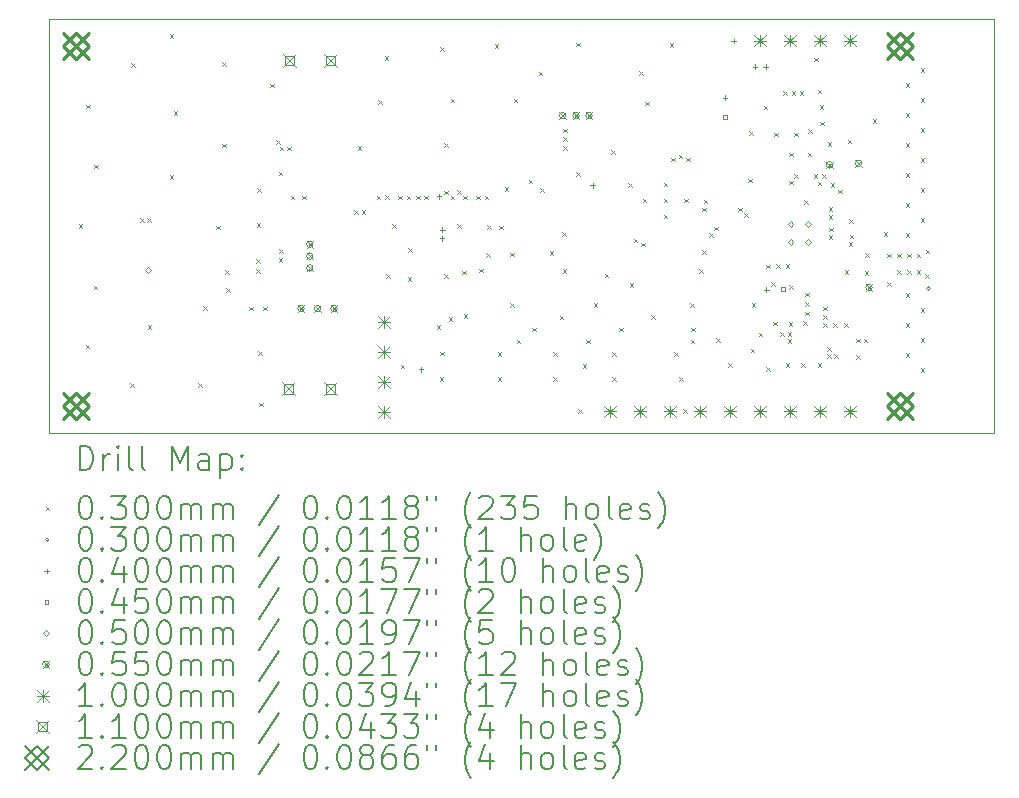
<source format=gbr>
%TF.GenerationSoftware,KiCad,Pcbnew,8.0.2*%
%TF.CreationDate,2024-06-21T01:26:22+01:00*%
%TF.ProjectId,ESP32S3_PCB_V1,45535033-3253-4335-9f50-43425f56312e,1*%
%TF.SameCoordinates,Original*%
%TF.FileFunction,Drillmap*%
%TF.FilePolarity,Positive*%
%FSLAX45Y45*%
G04 Gerber Fmt 4.5, Leading zero omitted, Abs format (unit mm)*
G04 Created by KiCad (PCBNEW 8.0.2) date 2024-06-21 01:26:22*
%MOMM*%
%LPD*%
G01*
G04 APERTURE LIST*
%ADD10C,0.050000*%
%ADD11C,0.200000*%
%ADD12C,0.100000*%
%ADD13C,0.110000*%
%ADD14C,0.220000*%
G04 APERTURE END LIST*
D10*
X11150000Y-7700000D02*
X19150000Y-7700000D01*
X19150000Y-11200000D01*
X11150000Y-11200000D01*
X11150000Y-7700000D01*
D11*
D12*
X11400000Y-9435000D02*
X11430000Y-9465000D01*
X11430000Y-9435000D02*
X11400000Y-9465000D01*
X11459000Y-10456000D02*
X11489000Y-10486000D01*
X11489000Y-10456000D02*
X11459000Y-10486000D01*
X11460000Y-8422500D02*
X11490000Y-8452500D01*
X11490000Y-8422500D02*
X11460000Y-8452500D01*
X11524000Y-9955000D02*
X11554000Y-9985000D01*
X11554000Y-9955000D02*
X11524000Y-9985000D01*
X11528000Y-8930000D02*
X11558000Y-8960000D01*
X11558000Y-8930000D02*
X11528000Y-8960000D01*
X11833000Y-10780000D02*
X11863000Y-10810000D01*
X11863000Y-10780000D02*
X11833000Y-10810000D01*
X11843000Y-8073000D02*
X11873000Y-8103000D01*
X11873000Y-8073000D02*
X11843000Y-8103000D01*
X11921000Y-9385000D02*
X11951000Y-9415000D01*
X11951000Y-9385000D02*
X11921000Y-9415000D01*
X11977000Y-9385000D02*
X12007000Y-9415000D01*
X12007000Y-9385000D02*
X11977000Y-9415000D01*
X11982000Y-10292000D02*
X12012000Y-10322000D01*
X12012000Y-10292000D02*
X11982000Y-10322000D01*
X12167500Y-7827500D02*
X12197500Y-7857500D01*
X12197500Y-7827500D02*
X12167500Y-7857500D01*
X12171000Y-9022000D02*
X12201000Y-9052000D01*
X12201000Y-9022000D02*
X12171000Y-9052000D01*
X12203000Y-8478000D02*
X12233000Y-8508000D01*
X12233000Y-8478000D02*
X12203000Y-8508000D01*
X12411000Y-10781000D02*
X12441000Y-10811000D01*
X12441000Y-10781000D02*
X12411000Y-10811000D01*
X12455000Y-10127500D02*
X12485000Y-10157500D01*
X12485000Y-10127500D02*
X12455000Y-10157500D01*
X12561000Y-9446000D02*
X12591000Y-9476000D01*
X12591000Y-9446000D02*
X12561000Y-9476000D01*
X12612500Y-8755000D02*
X12642500Y-8785000D01*
X12642500Y-8755000D02*
X12612500Y-8785000D01*
X12615000Y-8065000D02*
X12645000Y-8095000D01*
X12645000Y-8065000D02*
X12615000Y-8095000D01*
X12641000Y-9823000D02*
X12671000Y-9853000D01*
X12671000Y-9823000D02*
X12641000Y-9853000D01*
X12647500Y-9975000D02*
X12677500Y-10005000D01*
X12677500Y-9975000D02*
X12647500Y-10005000D01*
X12840000Y-10132500D02*
X12870000Y-10162500D01*
X12870000Y-10132500D02*
X12840000Y-10162500D01*
X12902500Y-9730000D02*
X12932500Y-9760000D01*
X12932500Y-9730000D02*
X12902500Y-9760000D01*
X12902500Y-9815000D02*
X12932500Y-9845000D01*
X12932500Y-9815000D02*
X12902500Y-9845000D01*
X12907000Y-9429000D02*
X12937000Y-9459000D01*
X12937000Y-9429000D02*
X12907000Y-9459000D01*
X12909000Y-9131000D02*
X12939000Y-9161000D01*
X12939000Y-9131000D02*
X12909000Y-9161000D01*
X12920000Y-10512500D02*
X12950000Y-10542500D01*
X12950000Y-10512500D02*
X12920000Y-10542500D01*
X12927000Y-10947000D02*
X12957000Y-10977000D01*
X12957000Y-10947000D02*
X12927000Y-10977000D01*
X12960000Y-10135000D02*
X12990000Y-10165000D01*
X12990000Y-10135000D02*
X12960000Y-10165000D01*
X13020000Y-8245000D02*
X13050000Y-8275000D01*
X13050000Y-8245000D02*
X13020000Y-8275000D01*
X13069453Y-8725015D02*
X13099453Y-8755015D01*
X13099453Y-8725015D02*
X13069453Y-8755015D01*
X13092000Y-8991000D02*
X13122000Y-9021000D01*
X13122000Y-8991000D02*
X13092000Y-9021000D01*
X13093000Y-9723000D02*
X13123000Y-9753000D01*
X13123000Y-9723000D02*
X13093000Y-9753000D01*
X13095000Y-9645000D02*
X13125000Y-9675000D01*
X13125000Y-9645000D02*
X13095000Y-9675000D01*
X13100000Y-8780000D02*
X13130000Y-8810000D01*
X13130000Y-8780000D02*
X13100000Y-8810000D01*
X13165000Y-8780000D02*
X13195000Y-8810000D01*
X13195000Y-8780000D02*
X13165000Y-8810000D01*
X13195000Y-9193000D02*
X13225000Y-9223000D01*
X13225000Y-9193000D02*
X13195000Y-9223000D01*
X13293000Y-9193000D02*
X13323000Y-9223000D01*
X13323000Y-9193000D02*
X13293000Y-9223000D01*
X13732100Y-9317500D02*
X13762100Y-9347500D01*
X13762100Y-9317500D02*
X13732100Y-9347500D01*
X13761000Y-8773000D02*
X13791000Y-8803000D01*
X13791000Y-8773000D02*
X13761000Y-8803000D01*
X13795000Y-9317500D02*
X13825000Y-9347500D01*
X13825000Y-9317500D02*
X13795000Y-9347500D01*
X13922500Y-9192500D02*
X13952500Y-9222500D01*
X13952500Y-9192500D02*
X13922500Y-9222500D01*
X13936000Y-8386000D02*
X13966000Y-8416000D01*
X13966000Y-8386000D02*
X13936000Y-8416000D01*
X13987500Y-8015000D02*
X14017500Y-8045000D01*
X14017500Y-8015000D02*
X13987500Y-8045000D01*
X13995000Y-9190000D02*
X14025000Y-9220000D01*
X14025000Y-9190000D02*
X13995000Y-9220000D01*
X14004000Y-9860000D02*
X14034000Y-9890000D01*
X14034000Y-9860000D02*
X14004000Y-9890000D01*
X14053000Y-9436000D02*
X14083000Y-9466000D01*
X14083000Y-9436000D02*
X14053000Y-9466000D01*
X14105000Y-9192500D02*
X14135000Y-9222500D01*
X14135000Y-9192500D02*
X14105000Y-9222500D01*
X14125000Y-10625000D02*
X14155000Y-10655000D01*
X14155000Y-10625000D02*
X14125000Y-10655000D01*
X14175000Y-9195000D02*
X14205000Y-9225000D01*
X14205000Y-9195000D02*
X14175000Y-9225000D01*
X14184000Y-9885000D02*
X14214000Y-9915000D01*
X14214000Y-9885000D02*
X14184000Y-9915000D01*
X14188000Y-9640000D02*
X14218000Y-9670000D01*
X14218000Y-9640000D02*
X14188000Y-9670000D01*
X14255000Y-9195000D02*
X14285000Y-9225000D01*
X14285000Y-9195000D02*
X14255000Y-9225000D01*
X14325000Y-9195000D02*
X14355000Y-9225000D01*
X14355000Y-9195000D02*
X14325000Y-9225000D01*
X14430000Y-10289000D02*
X14460000Y-10319000D01*
X14460000Y-10289000D02*
X14430000Y-10319000D01*
X14455000Y-10730000D02*
X14485000Y-10760000D01*
X14485000Y-10730000D02*
X14455000Y-10760000D01*
X14460000Y-7935000D02*
X14490000Y-7965000D01*
X14490000Y-7935000D02*
X14460000Y-7965000D01*
X14460000Y-10515000D02*
X14490000Y-10545000D01*
X14490000Y-10515000D02*
X14460000Y-10545000D01*
X14492500Y-8750000D02*
X14522500Y-8780000D01*
X14522500Y-8750000D02*
X14492500Y-8780000D01*
X14494000Y-9859000D02*
X14524000Y-9889000D01*
X14524000Y-9859000D02*
X14494000Y-9889000D01*
X14495000Y-9150000D02*
X14525000Y-9180000D01*
X14525000Y-9150000D02*
X14495000Y-9180000D01*
X14532000Y-10223000D02*
X14562000Y-10253000D01*
X14562000Y-10223000D02*
X14532000Y-10253000D01*
X14547500Y-9195000D02*
X14577500Y-9225000D01*
X14577500Y-9195000D02*
X14547500Y-9225000D01*
X14548000Y-8372000D02*
X14578000Y-8402000D01*
X14578000Y-8372000D02*
X14548000Y-8402000D01*
X14603000Y-9436000D02*
X14633000Y-9466000D01*
X14633000Y-9436000D02*
X14603000Y-9466000D01*
X14605000Y-9147500D02*
X14635000Y-9177500D01*
X14635000Y-9147500D02*
X14605000Y-9177500D01*
X14646000Y-9829000D02*
X14676000Y-9859000D01*
X14676000Y-9829000D02*
X14646000Y-9859000D01*
X14655000Y-9195000D02*
X14685000Y-9225000D01*
X14685000Y-9195000D02*
X14655000Y-9225000D01*
X14660000Y-10195000D02*
X14690000Y-10225000D01*
X14690000Y-10195000D02*
X14660000Y-10225000D01*
X14765000Y-9195000D02*
X14795000Y-9225000D01*
X14795000Y-9195000D02*
X14765000Y-9225000D01*
X14790000Y-9812500D02*
X14820000Y-9842500D01*
X14820000Y-9812500D02*
X14790000Y-9842500D01*
X14835000Y-9192500D02*
X14865000Y-9222500D01*
X14865000Y-9192500D02*
X14835000Y-9222500D01*
X14850000Y-9680000D02*
X14880000Y-9710000D01*
X14880000Y-9680000D02*
X14850000Y-9710000D01*
X14857000Y-9445000D02*
X14887000Y-9475000D01*
X14887000Y-9445000D02*
X14857000Y-9475000D01*
X14919000Y-7910000D02*
X14949000Y-7940000D01*
X14949000Y-7910000D02*
X14919000Y-7940000D01*
X14945000Y-10517500D02*
X14975000Y-10547500D01*
X14975000Y-10517500D02*
X14945000Y-10547500D01*
X14945000Y-10730000D02*
X14975000Y-10760000D01*
X14975000Y-10730000D02*
X14945000Y-10760000D01*
X14960840Y-9447500D02*
X14990840Y-9477500D01*
X14990840Y-9447500D02*
X14960840Y-9477500D01*
X15005000Y-9120000D02*
X15035000Y-9150000D01*
X15035000Y-9120000D02*
X15005000Y-9150000D01*
X15050000Y-9675000D02*
X15080000Y-9705000D01*
X15080000Y-9675000D02*
X15050000Y-9705000D01*
X15051000Y-10104000D02*
X15081000Y-10134000D01*
X15081000Y-10104000D02*
X15051000Y-10134000D01*
X15080000Y-8373000D02*
X15110000Y-8403000D01*
X15110000Y-8373000D02*
X15080000Y-8403000D01*
X15107000Y-10413000D02*
X15137000Y-10443000D01*
X15137000Y-10413000D02*
X15107000Y-10443000D01*
X15209000Y-9060000D02*
X15239000Y-9090000D01*
X15239000Y-9060000D02*
X15209000Y-9090000D01*
X15238000Y-10311000D02*
X15268000Y-10341000D01*
X15268000Y-10311000D02*
X15238000Y-10341000D01*
X15295000Y-8143000D02*
X15325000Y-8173000D01*
X15325000Y-8143000D02*
X15295000Y-8173000D01*
X15305013Y-9129338D02*
X15335013Y-9159338D01*
X15335013Y-9129338D02*
X15305013Y-9159338D01*
X15385000Y-9665000D02*
X15415000Y-9695000D01*
X15415000Y-9665000D02*
X15385000Y-9695000D01*
X15415000Y-10520000D02*
X15445000Y-10550000D01*
X15445000Y-10520000D02*
X15415000Y-10550000D01*
X15415000Y-10730000D02*
X15445000Y-10760000D01*
X15445000Y-10730000D02*
X15415000Y-10760000D01*
X15472000Y-10209000D02*
X15502000Y-10239000D01*
X15502000Y-10209000D02*
X15472000Y-10239000D01*
X15490000Y-9504000D02*
X15520000Y-9534000D01*
X15520000Y-9504000D02*
X15490000Y-9534000D01*
X15495000Y-9814000D02*
X15525000Y-9844000D01*
X15525000Y-9814000D02*
X15495000Y-9844000D01*
X15500000Y-8627500D02*
X15530000Y-8657500D01*
X15530000Y-8627500D02*
X15500000Y-8657500D01*
X15500000Y-8700000D02*
X15530000Y-8730000D01*
X15530000Y-8700000D02*
X15500000Y-8730000D01*
X15502500Y-8775000D02*
X15532500Y-8805000D01*
X15532500Y-8775000D02*
X15502500Y-8805000D01*
X15612000Y-7898000D02*
X15642000Y-7928000D01*
X15642000Y-7898000D02*
X15612000Y-7928000D01*
X15612000Y-8994000D02*
X15642000Y-9024000D01*
X15642000Y-8994000D02*
X15612000Y-9024000D01*
X15628860Y-11001000D02*
X15658860Y-11031000D01*
X15658860Y-11001000D02*
X15628860Y-11031000D01*
X15665000Y-10620000D02*
X15695000Y-10650000D01*
X15695000Y-10620000D02*
X15665000Y-10650000D01*
X15696000Y-10415000D02*
X15726000Y-10445000D01*
X15726000Y-10415000D02*
X15696000Y-10445000D01*
X15759000Y-10102000D02*
X15789000Y-10132000D01*
X15789000Y-10102000D02*
X15759000Y-10132000D01*
X15854000Y-9854000D02*
X15884000Y-9884000D01*
X15884000Y-9854000D02*
X15854000Y-9884000D01*
X15907500Y-8810000D02*
X15937500Y-8840000D01*
X15937500Y-8810000D02*
X15907500Y-8840000D01*
X15915000Y-10520000D02*
X15945000Y-10550000D01*
X15945000Y-10520000D02*
X15915000Y-10550000D01*
X15915000Y-10730000D02*
X15945000Y-10760000D01*
X15945000Y-10730000D02*
X15915000Y-10760000D01*
X15974000Y-10311000D02*
X16004000Y-10341000D01*
X16004000Y-10311000D02*
X15974000Y-10341000D01*
X16050000Y-9090000D02*
X16080000Y-9120000D01*
X16080000Y-9090000D02*
X16050000Y-9120000D01*
X16063000Y-9933000D02*
X16093000Y-9963000D01*
X16093000Y-9933000D02*
X16063000Y-9963000D01*
X16099000Y-9559000D02*
X16129000Y-9589000D01*
X16129000Y-9559000D02*
X16099000Y-9589000D01*
X16142000Y-8141000D02*
X16172000Y-8171000D01*
X16172000Y-8141000D02*
X16142000Y-8171000D01*
X16160000Y-9590000D02*
X16190000Y-9620000D01*
X16190000Y-9590000D02*
X16160000Y-9620000D01*
X16175000Y-9220000D02*
X16205000Y-9250000D01*
X16205000Y-9220000D02*
X16175000Y-9250000D01*
X16195000Y-8398000D02*
X16225000Y-8428000D01*
X16225000Y-8398000D02*
X16195000Y-8428000D01*
X16248000Y-10207000D02*
X16278000Y-10237000D01*
X16278000Y-10207000D02*
X16248000Y-10237000D01*
X16350000Y-9085000D02*
X16380000Y-9115000D01*
X16380000Y-9085000D02*
X16350000Y-9115000D01*
X16350000Y-9220000D02*
X16380000Y-9250000D01*
X16380000Y-9220000D02*
X16350000Y-9250000D01*
X16350000Y-9355000D02*
X16380000Y-9385000D01*
X16380000Y-9355000D02*
X16350000Y-9385000D01*
X16404000Y-7902000D02*
X16434000Y-7932000D01*
X16434000Y-7902000D02*
X16404000Y-7932000D01*
X16415000Y-8874000D02*
X16445000Y-8904000D01*
X16445000Y-8874000D02*
X16415000Y-8904000D01*
X16440000Y-10520000D02*
X16470000Y-10550000D01*
X16470000Y-10520000D02*
X16440000Y-10550000D01*
X16477000Y-8846000D02*
X16507000Y-8876000D01*
X16507000Y-8846000D02*
X16477000Y-8876000D01*
X16485000Y-10730000D02*
X16515000Y-10760000D01*
X16515000Y-10730000D02*
X16485000Y-10760000D01*
X16519000Y-11003000D02*
X16549000Y-11033000D01*
X16549000Y-11003000D02*
X16519000Y-11033000D01*
X16525000Y-9220000D02*
X16555000Y-9250000D01*
X16555000Y-9220000D02*
X16525000Y-9250000D01*
X16540000Y-8873000D02*
X16570000Y-8903000D01*
X16570000Y-8873000D02*
X16540000Y-8903000D01*
X16574000Y-10103000D02*
X16604000Y-10133000D01*
X16604000Y-10103000D02*
X16574000Y-10133000D01*
X16582000Y-10414000D02*
X16612000Y-10444000D01*
X16612000Y-10414000D02*
X16582000Y-10444000D01*
X16586000Y-10311000D02*
X16616000Y-10341000D01*
X16616000Y-10311000D02*
X16586000Y-10341000D01*
X16650000Y-9815000D02*
X16680000Y-9845000D01*
X16680000Y-9815000D02*
X16650000Y-9845000D01*
X16678000Y-9297000D02*
X16708000Y-9327000D01*
X16708000Y-9297000D02*
X16678000Y-9327000D01*
X16678000Y-9654000D02*
X16708000Y-9684000D01*
X16708000Y-9654000D02*
X16678000Y-9684000D01*
X16689821Y-9229000D02*
X16719821Y-9259000D01*
X16719821Y-9229000D02*
X16689821Y-9259000D01*
X16735000Y-9513000D02*
X16765000Y-9543000D01*
X16765000Y-9513000D02*
X16735000Y-9543000D01*
X16777434Y-9457998D02*
X16807434Y-9487998D01*
X16807434Y-9457998D02*
X16777434Y-9487998D01*
X16794000Y-10402000D02*
X16824000Y-10432000D01*
X16824000Y-10402000D02*
X16794000Y-10432000D01*
X16899000Y-10611000D02*
X16929000Y-10641000D01*
X16929000Y-10611000D02*
X16899000Y-10641000D01*
X16984000Y-9295000D02*
X17014000Y-9325000D01*
X17014000Y-9295000D02*
X16984000Y-9325000D01*
X17032632Y-9342385D02*
X17062632Y-9372385D01*
X17062632Y-9342385D02*
X17032632Y-9372385D01*
X17068000Y-9050000D02*
X17098000Y-9080000D01*
X17098000Y-9050000D02*
X17068000Y-9080000D01*
X17075000Y-8650000D02*
X17105000Y-8680000D01*
X17105000Y-8650000D02*
X17075000Y-8680000D01*
X17087500Y-10490000D02*
X17117500Y-10520000D01*
X17117500Y-10490000D02*
X17087500Y-10520000D01*
X17095000Y-10105000D02*
X17125000Y-10135000D01*
X17125000Y-10105000D02*
X17095000Y-10135000D01*
X17157000Y-10353000D02*
X17187000Y-10383000D01*
X17187000Y-10353000D02*
X17157000Y-10383000D01*
X17200000Y-8430000D02*
X17230000Y-8460000D01*
X17230000Y-8430000D02*
X17200000Y-8460000D01*
X17220000Y-10645000D02*
X17250000Y-10675000D01*
X17250000Y-10645000D02*
X17220000Y-10675000D01*
X17220744Y-9776424D02*
X17250744Y-9806424D01*
X17250744Y-9776424D02*
X17220744Y-9806424D01*
X17262500Y-9925000D02*
X17292500Y-9955000D01*
X17292500Y-9925000D02*
X17262500Y-9955000D01*
X17277500Y-10262500D02*
X17307500Y-10292500D01*
X17307500Y-10262500D02*
X17277500Y-10292500D01*
X17285000Y-8660000D02*
X17315000Y-8690000D01*
X17315000Y-8660000D02*
X17285000Y-8690000D01*
X17305000Y-9772749D02*
X17335000Y-9802749D01*
X17335000Y-9772749D02*
X17305000Y-9802749D01*
X17340000Y-10350000D02*
X17370000Y-10380000D01*
X17370000Y-10350000D02*
X17340000Y-10380000D01*
X17365000Y-8310000D02*
X17395000Y-8340000D01*
X17395000Y-8310000D02*
X17365000Y-8340000D01*
X17385000Y-9772749D02*
X17415000Y-9802749D01*
X17415000Y-9772749D02*
X17385000Y-9802749D01*
X17385000Y-10610000D02*
X17415000Y-10640000D01*
X17415000Y-10610000D02*
X17385000Y-10640000D01*
X17400000Y-10350000D02*
X17430000Y-10380000D01*
X17430000Y-10350000D02*
X17400000Y-10380000D01*
X17400000Y-10410000D02*
X17430000Y-10440000D01*
X17430000Y-10410000D02*
X17400000Y-10440000D01*
X17410000Y-10265000D02*
X17440000Y-10295000D01*
X17440000Y-10265000D02*
X17410000Y-10295000D01*
X17412327Y-9067552D02*
X17442327Y-9097552D01*
X17442327Y-9067552D02*
X17412327Y-9097552D01*
X17413500Y-9950000D02*
X17443500Y-9980000D01*
X17443500Y-9950000D02*
X17413500Y-9980000D01*
X17415000Y-8830000D02*
X17445000Y-8860000D01*
X17445000Y-8830000D02*
X17415000Y-8860000D01*
X17435000Y-8310000D02*
X17465000Y-8340000D01*
X17465000Y-8310000D02*
X17435000Y-8340000D01*
X17455000Y-8660000D02*
X17485000Y-8690000D01*
X17485000Y-8660000D02*
X17455000Y-8690000D01*
X17455000Y-9014000D02*
X17485000Y-9044000D01*
X17485000Y-9014000D02*
X17455000Y-9044000D01*
X17505000Y-8310000D02*
X17535000Y-8340000D01*
X17535000Y-8310000D02*
X17505000Y-8340000D01*
X17515000Y-10610000D02*
X17545000Y-10640000D01*
X17545000Y-10610000D02*
X17515000Y-10640000D01*
X17535000Y-10255000D02*
X17565000Y-10285000D01*
X17565000Y-10255000D02*
X17535000Y-10285000D01*
X17542569Y-9232500D02*
X17572569Y-9262500D01*
X17572569Y-9232500D02*
X17542569Y-9262500D01*
X17550000Y-10015000D02*
X17580000Y-10045000D01*
X17580000Y-10015000D02*
X17550000Y-10045000D01*
X17550000Y-10095000D02*
X17580000Y-10125000D01*
X17580000Y-10095000D02*
X17550000Y-10125000D01*
X17550000Y-10175000D02*
X17580000Y-10205000D01*
X17580000Y-10175000D02*
X17550000Y-10205000D01*
X17570000Y-8830000D02*
X17600000Y-8860000D01*
X17600000Y-8830000D02*
X17570000Y-8860000D01*
X17575000Y-8630000D02*
X17605000Y-8660000D01*
X17605000Y-8630000D02*
X17575000Y-8660000D01*
X17623000Y-9014000D02*
X17653000Y-9044000D01*
X17653000Y-9014000D02*
X17623000Y-9044000D01*
X17625000Y-8026000D02*
X17655000Y-8056000D01*
X17655000Y-8026000D02*
X17625000Y-8056000D01*
X17654000Y-8298000D02*
X17684000Y-8328000D01*
X17684000Y-8298000D02*
X17654000Y-8328000D01*
X17654000Y-9076000D02*
X17684000Y-9106000D01*
X17684000Y-9076000D02*
X17654000Y-9106000D01*
X17655000Y-10610000D02*
X17685000Y-10640000D01*
X17685000Y-10610000D02*
X17655000Y-10640000D01*
X17673000Y-8428000D02*
X17703000Y-8458000D01*
X17703000Y-8428000D02*
X17673000Y-8458000D01*
X17675000Y-8567500D02*
X17705000Y-8597500D01*
X17705000Y-8567500D02*
X17675000Y-8597500D01*
X17694000Y-9011000D02*
X17724000Y-9041000D01*
X17724000Y-9011000D02*
X17694000Y-9041000D01*
X17700000Y-10135000D02*
X17730000Y-10165000D01*
X17730000Y-10135000D02*
X17700000Y-10165000D01*
X17700000Y-10205000D02*
X17730000Y-10235000D01*
X17730000Y-10205000D02*
X17700000Y-10235000D01*
X17700000Y-10275000D02*
X17730000Y-10305000D01*
X17730000Y-10275000D02*
X17700000Y-10305000D01*
X17735000Y-10475000D02*
X17765000Y-10505000D01*
X17765000Y-10475000D02*
X17735000Y-10505000D01*
X17735000Y-10535000D02*
X17765000Y-10565000D01*
X17765000Y-10535000D02*
X17735000Y-10565000D01*
X17740000Y-8740000D02*
X17770000Y-8770000D01*
X17770000Y-8740000D02*
X17740000Y-8770000D01*
X17747500Y-9358000D02*
X17777500Y-9388000D01*
X17777500Y-9358000D02*
X17747500Y-9388000D01*
X17747500Y-9529841D02*
X17777500Y-9559841D01*
X17777500Y-9529841D02*
X17747500Y-9559841D01*
X17749258Y-9293024D02*
X17779258Y-9323024D01*
X17779258Y-9293024D02*
X17749258Y-9323024D01*
X17754075Y-9464194D02*
X17784075Y-9494194D01*
X17784075Y-9464194D02*
X17754075Y-9494194D01*
X17766680Y-9086680D02*
X17796680Y-9116680D01*
X17796680Y-9086680D02*
X17766680Y-9116680D01*
X17785000Y-10275000D02*
X17815000Y-10305000D01*
X17815000Y-10275000D02*
X17785000Y-10305000D01*
X17795000Y-10535000D02*
X17825000Y-10565000D01*
X17825000Y-10535000D02*
X17795000Y-10565000D01*
X17830000Y-9145000D02*
X17860000Y-9175000D01*
X17860000Y-9145000D02*
X17830000Y-9175000D01*
X17880000Y-10275000D02*
X17910000Y-10305000D01*
X17910000Y-10275000D02*
X17880000Y-10305000D01*
X17885000Y-9824000D02*
X17915000Y-9854000D01*
X17915000Y-9824000D02*
X17885000Y-9854000D01*
X17910672Y-8718100D02*
X17940672Y-8748100D01*
X17940672Y-8718100D02*
X17910672Y-8748100D01*
X17918415Y-9587555D02*
X17948415Y-9617555D01*
X17948415Y-9587555D02*
X17918415Y-9617555D01*
X17920500Y-9392500D02*
X17950500Y-9422500D01*
X17950500Y-9392500D02*
X17920500Y-9422500D01*
X17925000Y-9525000D02*
X17955000Y-9555000D01*
X17955000Y-9525000D02*
X17925000Y-9555000D01*
X17980000Y-10405000D02*
X18010000Y-10435000D01*
X18010000Y-10405000D02*
X17980000Y-10435000D01*
X17980000Y-10542500D02*
X18010000Y-10572500D01*
X18010000Y-10542500D02*
X17980000Y-10572500D01*
X18045000Y-10405000D02*
X18075000Y-10435000D01*
X18075000Y-10405000D02*
X18045000Y-10435000D01*
X18055000Y-9835000D02*
X18085000Y-9865000D01*
X18085000Y-9835000D02*
X18055000Y-9865000D01*
X18057000Y-9682000D02*
X18087000Y-9712000D01*
X18087000Y-9682000D02*
X18057000Y-9712000D01*
X18120000Y-8545000D02*
X18150000Y-8575000D01*
X18150000Y-8545000D02*
X18120000Y-8575000D01*
X18214000Y-9502000D02*
X18244000Y-9532000D01*
X18244000Y-9502000D02*
X18214000Y-9532000D01*
X18245000Y-9684500D02*
X18275000Y-9714500D01*
X18275000Y-9684500D02*
X18245000Y-9714500D01*
X18245000Y-9925000D02*
X18275000Y-9955000D01*
X18275000Y-9925000D02*
X18245000Y-9955000D01*
X18328000Y-9684500D02*
X18358000Y-9714500D01*
X18358000Y-9684500D02*
X18328000Y-9714500D01*
X18328000Y-9824500D02*
X18358000Y-9854500D01*
X18358000Y-9824500D02*
X18328000Y-9854500D01*
X18400000Y-8240000D02*
X18430000Y-8270000D01*
X18430000Y-8240000D02*
X18400000Y-8270000D01*
X18400000Y-8494000D02*
X18430000Y-8524000D01*
X18430000Y-8494000D02*
X18400000Y-8524000D01*
X18400000Y-8748000D02*
X18430000Y-8778000D01*
X18430000Y-8748000D02*
X18400000Y-8778000D01*
X18400000Y-9002000D02*
X18430000Y-9032000D01*
X18430000Y-9002000D02*
X18400000Y-9032000D01*
X18400000Y-9256000D02*
X18430000Y-9286000D01*
X18430000Y-9256000D02*
X18400000Y-9286000D01*
X18400000Y-9510000D02*
X18430000Y-9540000D01*
X18430000Y-9510000D02*
X18400000Y-9540000D01*
X18400000Y-10018000D02*
X18430000Y-10048000D01*
X18430000Y-10018000D02*
X18400000Y-10048000D01*
X18400000Y-10272000D02*
X18430000Y-10302000D01*
X18430000Y-10272000D02*
X18400000Y-10302000D01*
X18400000Y-10526000D02*
X18430000Y-10556000D01*
X18430000Y-10526000D02*
X18400000Y-10556000D01*
X18411000Y-9684500D02*
X18441000Y-9714500D01*
X18441000Y-9684500D02*
X18411000Y-9714500D01*
X18411000Y-9824500D02*
X18441000Y-9854500D01*
X18441000Y-9824500D02*
X18411000Y-9854500D01*
X18494000Y-9684500D02*
X18524000Y-9714500D01*
X18524000Y-9684500D02*
X18494000Y-9714500D01*
X18494000Y-9824500D02*
X18524000Y-9854500D01*
X18524000Y-9824500D02*
X18494000Y-9854500D01*
X18527000Y-8113000D02*
X18557000Y-8143000D01*
X18557000Y-8113000D02*
X18527000Y-8143000D01*
X18527000Y-8367000D02*
X18557000Y-8397000D01*
X18557000Y-8367000D02*
X18527000Y-8397000D01*
X18527000Y-8621000D02*
X18557000Y-8651000D01*
X18557000Y-8621000D02*
X18527000Y-8651000D01*
X18527000Y-8875000D02*
X18557000Y-8905000D01*
X18557000Y-8875000D02*
X18527000Y-8905000D01*
X18527000Y-9129000D02*
X18557000Y-9159000D01*
X18557000Y-9129000D02*
X18527000Y-9159000D01*
X18527000Y-9383000D02*
X18557000Y-9413000D01*
X18557000Y-9383000D02*
X18527000Y-9413000D01*
X18527000Y-10145000D02*
X18557000Y-10175000D01*
X18557000Y-10145000D02*
X18527000Y-10175000D01*
X18527000Y-10399000D02*
X18557000Y-10429000D01*
X18557000Y-10399000D02*
X18527000Y-10429000D01*
X18527000Y-10653000D02*
X18557000Y-10683000D01*
X18557000Y-10653000D02*
X18527000Y-10683000D01*
X18565000Y-9860000D02*
X18595000Y-9890000D01*
X18595000Y-9860000D02*
X18565000Y-9890000D01*
X18570000Y-9650000D02*
X18600000Y-9680000D01*
X18600000Y-9650000D02*
X18570000Y-9680000D01*
X18607500Y-9980000D02*
G75*
G02*
X18577500Y-9980000I-15000J0D01*
G01*
X18577500Y-9980000D02*
G75*
G02*
X18607500Y-9980000I15000J0D01*
G01*
X14297688Y-10642842D02*
X14297688Y-10682842D01*
X14277688Y-10662842D02*
X14317688Y-10662842D01*
X14450000Y-9177500D02*
X14450000Y-9217500D01*
X14430000Y-9197500D02*
X14470000Y-9197500D01*
X14475000Y-9535000D02*
X14475000Y-9575000D01*
X14455000Y-9555000D02*
X14495000Y-9555000D01*
X14476000Y-9462000D02*
X14476000Y-9502000D01*
X14456000Y-9482000D02*
X14496000Y-9482000D01*
X15750000Y-9085000D02*
X15750000Y-9125000D01*
X15730000Y-9105000D02*
X15770000Y-9105000D01*
X16870000Y-8345000D02*
X16870000Y-8385000D01*
X16850000Y-8365000D02*
X16890000Y-8365000D01*
X16945000Y-7865000D02*
X16945000Y-7905000D01*
X16925000Y-7885000D02*
X16965000Y-7885000D01*
X17125000Y-8080000D02*
X17125000Y-8120000D01*
X17105000Y-8100000D02*
X17145000Y-8100000D01*
X17215000Y-8080000D02*
X17215000Y-8120000D01*
X17195000Y-8100000D02*
X17235000Y-8100000D01*
X17220000Y-9970000D02*
X17220000Y-10010000D01*
X17200000Y-9990000D02*
X17240000Y-9990000D01*
X16885910Y-8545910D02*
X16885910Y-8514090D01*
X16854090Y-8514090D01*
X16854090Y-8545910D01*
X16885910Y-8545910D01*
X17375910Y-10000128D02*
X17375910Y-9968308D01*
X17344090Y-9968308D01*
X17344090Y-10000128D01*
X17375910Y-10000128D01*
X11987500Y-9850000D02*
X12012500Y-9825000D01*
X11987500Y-9800000D01*
X11962500Y-9825000D01*
X11987500Y-9850000D01*
X17425000Y-9460000D02*
X17450000Y-9435000D01*
X17425000Y-9410000D01*
X17400000Y-9435000D01*
X17425000Y-9460000D01*
X17425000Y-9610000D02*
X17450000Y-9585000D01*
X17425000Y-9560000D01*
X17400000Y-9585000D01*
X17425000Y-9610000D01*
X17575000Y-9460000D02*
X17600000Y-9435000D01*
X17575000Y-9410000D01*
X17550000Y-9435000D01*
X17575000Y-9460000D01*
X17575000Y-9610000D02*
X17600000Y-9585000D01*
X17575000Y-9560000D01*
X17550000Y-9585000D01*
X17575000Y-9610000D01*
X13252500Y-10121500D02*
X13307500Y-10176500D01*
X13307500Y-10121500D02*
X13252500Y-10176500D01*
X13307500Y-10149000D02*
G75*
G02*
X13252500Y-10149000I-27500J0D01*
G01*
X13252500Y-10149000D02*
G75*
G02*
X13307500Y-10149000I27500J0D01*
G01*
X13327500Y-9577500D02*
X13382500Y-9632500D01*
X13382500Y-9577500D02*
X13327500Y-9632500D01*
X13382500Y-9605000D02*
G75*
G02*
X13327500Y-9605000I-27500J0D01*
G01*
X13327500Y-9605000D02*
G75*
G02*
X13382500Y-9605000I27500J0D01*
G01*
X13327500Y-9677500D02*
X13382500Y-9732500D01*
X13382500Y-9677500D02*
X13327500Y-9732500D01*
X13382500Y-9705000D02*
G75*
G02*
X13327500Y-9705000I-27500J0D01*
G01*
X13327500Y-9705000D02*
G75*
G02*
X13382500Y-9705000I27500J0D01*
G01*
X13327500Y-9777500D02*
X13382500Y-9832500D01*
X13382500Y-9777500D02*
X13327500Y-9832500D01*
X13382500Y-9805000D02*
G75*
G02*
X13327500Y-9805000I-27500J0D01*
G01*
X13327500Y-9805000D02*
G75*
G02*
X13382500Y-9805000I27500J0D01*
G01*
X13392500Y-10121500D02*
X13447500Y-10176500D01*
X13447500Y-10121500D02*
X13392500Y-10176500D01*
X13447500Y-10149000D02*
G75*
G02*
X13392500Y-10149000I-27500J0D01*
G01*
X13392500Y-10149000D02*
G75*
G02*
X13447500Y-10149000I27500J0D01*
G01*
X13532500Y-10121500D02*
X13587500Y-10176500D01*
X13587500Y-10121500D02*
X13532500Y-10176500D01*
X13587500Y-10149000D02*
G75*
G02*
X13532500Y-10149000I-27500J0D01*
G01*
X13532500Y-10149000D02*
G75*
G02*
X13587500Y-10149000I27500J0D01*
G01*
X15467500Y-8487500D02*
X15522500Y-8542500D01*
X15522500Y-8487500D02*
X15467500Y-8542500D01*
X15522500Y-8515000D02*
G75*
G02*
X15467500Y-8515000I-27500J0D01*
G01*
X15467500Y-8515000D02*
G75*
G02*
X15522500Y-8515000I27500J0D01*
G01*
X15582500Y-8487500D02*
X15637500Y-8542500D01*
X15637500Y-8487500D02*
X15582500Y-8542500D01*
X15637500Y-8515000D02*
G75*
G02*
X15582500Y-8515000I-27500J0D01*
G01*
X15582500Y-8515000D02*
G75*
G02*
X15637500Y-8515000I27500J0D01*
G01*
X15692500Y-8487500D02*
X15747500Y-8542500D01*
X15747500Y-8487500D02*
X15692500Y-8542500D01*
X15747500Y-8515000D02*
G75*
G02*
X15692500Y-8515000I-27500J0D01*
G01*
X15692500Y-8515000D02*
G75*
G02*
X15747500Y-8515000I27500J0D01*
G01*
X17727500Y-8904500D02*
X17782500Y-8959500D01*
X17782500Y-8904500D02*
X17727500Y-8959500D01*
X17782500Y-8932000D02*
G75*
G02*
X17727500Y-8932000I-27500J0D01*
G01*
X17727500Y-8932000D02*
G75*
G02*
X17782500Y-8932000I27500J0D01*
G01*
X17973500Y-8892500D02*
X18028500Y-8947500D01*
X18028500Y-8892500D02*
X17973500Y-8947500D01*
X18028500Y-8920000D02*
G75*
G02*
X17973500Y-8920000I-27500J0D01*
G01*
X17973500Y-8920000D02*
G75*
G02*
X18028500Y-8920000I27500J0D01*
G01*
X18062500Y-9942500D02*
X18117500Y-9997500D01*
X18117500Y-9942500D02*
X18062500Y-9997500D01*
X18117500Y-9970000D02*
G75*
G02*
X18062500Y-9970000I-27500J0D01*
G01*
X18062500Y-9970000D02*
G75*
G02*
X18117500Y-9970000I27500J0D01*
G01*
X13932500Y-10209750D02*
X14032500Y-10309750D01*
X14032500Y-10209750D02*
X13932500Y-10309750D01*
X13982500Y-10209750D02*
X13982500Y-10309750D01*
X13932500Y-10259750D02*
X14032500Y-10259750D01*
X13932500Y-10463750D02*
X14032500Y-10563750D01*
X14032500Y-10463750D02*
X13932500Y-10563750D01*
X13982500Y-10463750D02*
X13982500Y-10563750D01*
X13932500Y-10513750D02*
X14032500Y-10513750D01*
X13932500Y-10717750D02*
X14032500Y-10817750D01*
X14032500Y-10717750D02*
X13932500Y-10817750D01*
X13982500Y-10717750D02*
X13982500Y-10817750D01*
X13932500Y-10767750D02*
X14032500Y-10767750D01*
X13932500Y-10971750D02*
X14032500Y-11071750D01*
X14032500Y-10971750D02*
X13932500Y-11071750D01*
X13982500Y-10971750D02*
X13982500Y-11071750D01*
X13932500Y-11021750D02*
X14032500Y-11021750D01*
X15850000Y-10970000D02*
X15950000Y-11070000D01*
X15950000Y-10970000D02*
X15850000Y-11070000D01*
X15900000Y-10970000D02*
X15900000Y-11070000D01*
X15850000Y-11020000D02*
X15950000Y-11020000D01*
X16104000Y-10970000D02*
X16204000Y-11070000D01*
X16204000Y-10970000D02*
X16104000Y-11070000D01*
X16154000Y-10970000D02*
X16154000Y-11070000D01*
X16104000Y-11020000D02*
X16204000Y-11020000D01*
X16358000Y-10970000D02*
X16458000Y-11070000D01*
X16458000Y-10970000D02*
X16358000Y-11070000D01*
X16408000Y-10970000D02*
X16408000Y-11070000D01*
X16358000Y-11020000D02*
X16458000Y-11020000D01*
X16612000Y-10970000D02*
X16712000Y-11070000D01*
X16712000Y-10970000D02*
X16612000Y-11070000D01*
X16662000Y-10970000D02*
X16662000Y-11070000D01*
X16612000Y-11020000D02*
X16712000Y-11020000D01*
X16866000Y-10970000D02*
X16966000Y-11070000D01*
X16966000Y-10970000D02*
X16866000Y-11070000D01*
X16916000Y-10970000D02*
X16916000Y-11070000D01*
X16866000Y-11020000D02*
X16966000Y-11020000D01*
X17120000Y-7830000D02*
X17220000Y-7930000D01*
X17220000Y-7830000D02*
X17120000Y-7930000D01*
X17170000Y-7830000D02*
X17170000Y-7930000D01*
X17120000Y-7880000D02*
X17220000Y-7880000D01*
X17120000Y-10970000D02*
X17220000Y-11070000D01*
X17220000Y-10970000D02*
X17120000Y-11070000D01*
X17170000Y-10970000D02*
X17170000Y-11070000D01*
X17120000Y-11020000D02*
X17220000Y-11020000D01*
X17374000Y-7830000D02*
X17474000Y-7930000D01*
X17474000Y-7830000D02*
X17374000Y-7930000D01*
X17424000Y-7830000D02*
X17424000Y-7930000D01*
X17374000Y-7880000D02*
X17474000Y-7880000D01*
X17374000Y-10970000D02*
X17474000Y-11070000D01*
X17474000Y-10970000D02*
X17374000Y-11070000D01*
X17424000Y-10970000D02*
X17424000Y-11070000D01*
X17374000Y-11020000D02*
X17474000Y-11020000D01*
X17628000Y-7830000D02*
X17728000Y-7930000D01*
X17728000Y-7830000D02*
X17628000Y-7930000D01*
X17678000Y-7830000D02*
X17678000Y-7930000D01*
X17628000Y-7880000D02*
X17728000Y-7880000D01*
X17628000Y-10970000D02*
X17728000Y-11070000D01*
X17728000Y-10970000D02*
X17628000Y-11070000D01*
X17678000Y-10970000D02*
X17678000Y-11070000D01*
X17628000Y-11020000D02*
X17728000Y-11020000D01*
X17882000Y-7830000D02*
X17982000Y-7930000D01*
X17982000Y-7830000D02*
X17882000Y-7930000D01*
X17932000Y-7830000D02*
X17932000Y-7930000D01*
X17882000Y-7880000D02*
X17982000Y-7880000D01*
X17882000Y-10970000D02*
X17982000Y-11070000D01*
X17982000Y-10970000D02*
X17882000Y-11070000D01*
X17932000Y-10970000D02*
X17932000Y-11070000D01*
X17882000Y-11020000D02*
X17982000Y-11020000D01*
D13*
X13122500Y-10775000D02*
X13232500Y-10885000D01*
X13232500Y-10775000D02*
X13122500Y-10885000D01*
X13216391Y-10868891D02*
X13216391Y-10791109D01*
X13138609Y-10791109D01*
X13138609Y-10868891D01*
X13216391Y-10868891D01*
X13127500Y-7995000D02*
X13237500Y-8105000D01*
X13237500Y-7995000D02*
X13127500Y-8105000D01*
X13221391Y-8088891D02*
X13221391Y-8011109D01*
X13143609Y-8011109D01*
X13143609Y-8088891D01*
X13221391Y-8088891D01*
X13472500Y-10775000D02*
X13582500Y-10885000D01*
X13582500Y-10775000D02*
X13472500Y-10885000D01*
X13566391Y-10868891D02*
X13566391Y-10791109D01*
X13488609Y-10791109D01*
X13488609Y-10868891D01*
X13566391Y-10868891D01*
X13477500Y-7995000D02*
X13587500Y-8105000D01*
X13587500Y-7995000D02*
X13477500Y-8105000D01*
X13571391Y-8088891D02*
X13571391Y-8011109D01*
X13493609Y-8011109D01*
X13493609Y-8088891D01*
X13571391Y-8088891D01*
D14*
X11265000Y-7815000D02*
X11485000Y-8035000D01*
X11485000Y-7815000D02*
X11265000Y-8035000D01*
X11375000Y-8035000D02*
X11485000Y-7925000D01*
X11375000Y-7815000D01*
X11265000Y-7925000D01*
X11375000Y-8035000D01*
X11265000Y-10865000D02*
X11485000Y-11085000D01*
X11485000Y-10865000D02*
X11265000Y-11085000D01*
X11375000Y-11085000D02*
X11485000Y-10975000D01*
X11375000Y-10865000D01*
X11265000Y-10975000D01*
X11375000Y-11085000D01*
X18240000Y-7815000D02*
X18460000Y-8035000D01*
X18460000Y-7815000D02*
X18240000Y-8035000D01*
X18350000Y-8035000D02*
X18460000Y-7925000D01*
X18350000Y-7815000D01*
X18240000Y-7925000D01*
X18350000Y-8035000D01*
X18240000Y-10865000D02*
X18460000Y-11085000D01*
X18460000Y-10865000D02*
X18240000Y-11085000D01*
X18350000Y-11085000D02*
X18460000Y-10975000D01*
X18350000Y-10865000D01*
X18240000Y-10975000D01*
X18350000Y-11085000D01*
D11*
X11408277Y-11513984D02*
X11408277Y-11313984D01*
X11408277Y-11313984D02*
X11455896Y-11313984D01*
X11455896Y-11313984D02*
X11484467Y-11323508D01*
X11484467Y-11323508D02*
X11503515Y-11342555D01*
X11503515Y-11342555D02*
X11513039Y-11361603D01*
X11513039Y-11361603D02*
X11522562Y-11399698D01*
X11522562Y-11399698D02*
X11522562Y-11428269D01*
X11522562Y-11428269D02*
X11513039Y-11466365D01*
X11513039Y-11466365D02*
X11503515Y-11485412D01*
X11503515Y-11485412D02*
X11484467Y-11504460D01*
X11484467Y-11504460D02*
X11455896Y-11513984D01*
X11455896Y-11513984D02*
X11408277Y-11513984D01*
X11608277Y-11513984D02*
X11608277Y-11380650D01*
X11608277Y-11418746D02*
X11617801Y-11399698D01*
X11617801Y-11399698D02*
X11627324Y-11390174D01*
X11627324Y-11390174D02*
X11646372Y-11380650D01*
X11646372Y-11380650D02*
X11665420Y-11380650D01*
X11732086Y-11513984D02*
X11732086Y-11380650D01*
X11732086Y-11313984D02*
X11722562Y-11323508D01*
X11722562Y-11323508D02*
X11732086Y-11333031D01*
X11732086Y-11333031D02*
X11741610Y-11323508D01*
X11741610Y-11323508D02*
X11732086Y-11313984D01*
X11732086Y-11313984D02*
X11732086Y-11333031D01*
X11855896Y-11513984D02*
X11836848Y-11504460D01*
X11836848Y-11504460D02*
X11827324Y-11485412D01*
X11827324Y-11485412D02*
X11827324Y-11313984D01*
X11960658Y-11513984D02*
X11941610Y-11504460D01*
X11941610Y-11504460D02*
X11932086Y-11485412D01*
X11932086Y-11485412D02*
X11932086Y-11313984D01*
X12189229Y-11513984D02*
X12189229Y-11313984D01*
X12189229Y-11313984D02*
X12255896Y-11456841D01*
X12255896Y-11456841D02*
X12322562Y-11313984D01*
X12322562Y-11313984D02*
X12322562Y-11513984D01*
X12503515Y-11513984D02*
X12503515Y-11409222D01*
X12503515Y-11409222D02*
X12493991Y-11390174D01*
X12493991Y-11390174D02*
X12474943Y-11380650D01*
X12474943Y-11380650D02*
X12436848Y-11380650D01*
X12436848Y-11380650D02*
X12417801Y-11390174D01*
X12503515Y-11504460D02*
X12484467Y-11513984D01*
X12484467Y-11513984D02*
X12436848Y-11513984D01*
X12436848Y-11513984D02*
X12417801Y-11504460D01*
X12417801Y-11504460D02*
X12408277Y-11485412D01*
X12408277Y-11485412D02*
X12408277Y-11466365D01*
X12408277Y-11466365D02*
X12417801Y-11447317D01*
X12417801Y-11447317D02*
X12436848Y-11437793D01*
X12436848Y-11437793D02*
X12484467Y-11437793D01*
X12484467Y-11437793D02*
X12503515Y-11428269D01*
X12598753Y-11380650D02*
X12598753Y-11580650D01*
X12598753Y-11390174D02*
X12617801Y-11380650D01*
X12617801Y-11380650D02*
X12655896Y-11380650D01*
X12655896Y-11380650D02*
X12674943Y-11390174D01*
X12674943Y-11390174D02*
X12684467Y-11399698D01*
X12684467Y-11399698D02*
X12693991Y-11418746D01*
X12693991Y-11418746D02*
X12693991Y-11475888D01*
X12693991Y-11475888D02*
X12684467Y-11494936D01*
X12684467Y-11494936D02*
X12674943Y-11504460D01*
X12674943Y-11504460D02*
X12655896Y-11513984D01*
X12655896Y-11513984D02*
X12617801Y-11513984D01*
X12617801Y-11513984D02*
X12598753Y-11504460D01*
X12779705Y-11494936D02*
X12789229Y-11504460D01*
X12789229Y-11504460D02*
X12779705Y-11513984D01*
X12779705Y-11513984D02*
X12770182Y-11504460D01*
X12770182Y-11504460D02*
X12779705Y-11494936D01*
X12779705Y-11494936D02*
X12779705Y-11513984D01*
X12779705Y-11390174D02*
X12789229Y-11399698D01*
X12789229Y-11399698D02*
X12779705Y-11409222D01*
X12779705Y-11409222D02*
X12770182Y-11399698D01*
X12770182Y-11399698D02*
X12779705Y-11390174D01*
X12779705Y-11390174D02*
X12779705Y-11409222D01*
D12*
X11117500Y-11827500D02*
X11147500Y-11857500D01*
X11147500Y-11827500D02*
X11117500Y-11857500D01*
D11*
X11446372Y-11733984D02*
X11465420Y-11733984D01*
X11465420Y-11733984D02*
X11484467Y-11743508D01*
X11484467Y-11743508D02*
X11493991Y-11753031D01*
X11493991Y-11753031D02*
X11503515Y-11772079D01*
X11503515Y-11772079D02*
X11513039Y-11810174D01*
X11513039Y-11810174D02*
X11513039Y-11857793D01*
X11513039Y-11857793D02*
X11503515Y-11895888D01*
X11503515Y-11895888D02*
X11493991Y-11914936D01*
X11493991Y-11914936D02*
X11484467Y-11924460D01*
X11484467Y-11924460D02*
X11465420Y-11933984D01*
X11465420Y-11933984D02*
X11446372Y-11933984D01*
X11446372Y-11933984D02*
X11427324Y-11924460D01*
X11427324Y-11924460D02*
X11417801Y-11914936D01*
X11417801Y-11914936D02*
X11408277Y-11895888D01*
X11408277Y-11895888D02*
X11398753Y-11857793D01*
X11398753Y-11857793D02*
X11398753Y-11810174D01*
X11398753Y-11810174D02*
X11408277Y-11772079D01*
X11408277Y-11772079D02*
X11417801Y-11753031D01*
X11417801Y-11753031D02*
X11427324Y-11743508D01*
X11427324Y-11743508D02*
X11446372Y-11733984D01*
X11598753Y-11914936D02*
X11608277Y-11924460D01*
X11608277Y-11924460D02*
X11598753Y-11933984D01*
X11598753Y-11933984D02*
X11589229Y-11924460D01*
X11589229Y-11924460D02*
X11598753Y-11914936D01*
X11598753Y-11914936D02*
X11598753Y-11933984D01*
X11674943Y-11733984D02*
X11798753Y-11733984D01*
X11798753Y-11733984D02*
X11732086Y-11810174D01*
X11732086Y-11810174D02*
X11760658Y-11810174D01*
X11760658Y-11810174D02*
X11779705Y-11819698D01*
X11779705Y-11819698D02*
X11789229Y-11829222D01*
X11789229Y-11829222D02*
X11798753Y-11848269D01*
X11798753Y-11848269D02*
X11798753Y-11895888D01*
X11798753Y-11895888D02*
X11789229Y-11914936D01*
X11789229Y-11914936D02*
X11779705Y-11924460D01*
X11779705Y-11924460D02*
X11760658Y-11933984D01*
X11760658Y-11933984D02*
X11703515Y-11933984D01*
X11703515Y-11933984D02*
X11684467Y-11924460D01*
X11684467Y-11924460D02*
X11674943Y-11914936D01*
X11922562Y-11733984D02*
X11941610Y-11733984D01*
X11941610Y-11733984D02*
X11960658Y-11743508D01*
X11960658Y-11743508D02*
X11970182Y-11753031D01*
X11970182Y-11753031D02*
X11979705Y-11772079D01*
X11979705Y-11772079D02*
X11989229Y-11810174D01*
X11989229Y-11810174D02*
X11989229Y-11857793D01*
X11989229Y-11857793D02*
X11979705Y-11895888D01*
X11979705Y-11895888D02*
X11970182Y-11914936D01*
X11970182Y-11914936D02*
X11960658Y-11924460D01*
X11960658Y-11924460D02*
X11941610Y-11933984D01*
X11941610Y-11933984D02*
X11922562Y-11933984D01*
X11922562Y-11933984D02*
X11903515Y-11924460D01*
X11903515Y-11924460D02*
X11893991Y-11914936D01*
X11893991Y-11914936D02*
X11884467Y-11895888D01*
X11884467Y-11895888D02*
X11874943Y-11857793D01*
X11874943Y-11857793D02*
X11874943Y-11810174D01*
X11874943Y-11810174D02*
X11884467Y-11772079D01*
X11884467Y-11772079D02*
X11893991Y-11753031D01*
X11893991Y-11753031D02*
X11903515Y-11743508D01*
X11903515Y-11743508D02*
X11922562Y-11733984D01*
X12113039Y-11733984D02*
X12132086Y-11733984D01*
X12132086Y-11733984D02*
X12151134Y-11743508D01*
X12151134Y-11743508D02*
X12160658Y-11753031D01*
X12160658Y-11753031D02*
X12170182Y-11772079D01*
X12170182Y-11772079D02*
X12179705Y-11810174D01*
X12179705Y-11810174D02*
X12179705Y-11857793D01*
X12179705Y-11857793D02*
X12170182Y-11895888D01*
X12170182Y-11895888D02*
X12160658Y-11914936D01*
X12160658Y-11914936D02*
X12151134Y-11924460D01*
X12151134Y-11924460D02*
X12132086Y-11933984D01*
X12132086Y-11933984D02*
X12113039Y-11933984D01*
X12113039Y-11933984D02*
X12093991Y-11924460D01*
X12093991Y-11924460D02*
X12084467Y-11914936D01*
X12084467Y-11914936D02*
X12074943Y-11895888D01*
X12074943Y-11895888D02*
X12065420Y-11857793D01*
X12065420Y-11857793D02*
X12065420Y-11810174D01*
X12065420Y-11810174D02*
X12074943Y-11772079D01*
X12074943Y-11772079D02*
X12084467Y-11753031D01*
X12084467Y-11753031D02*
X12093991Y-11743508D01*
X12093991Y-11743508D02*
X12113039Y-11733984D01*
X12265420Y-11933984D02*
X12265420Y-11800650D01*
X12265420Y-11819698D02*
X12274943Y-11810174D01*
X12274943Y-11810174D02*
X12293991Y-11800650D01*
X12293991Y-11800650D02*
X12322563Y-11800650D01*
X12322563Y-11800650D02*
X12341610Y-11810174D01*
X12341610Y-11810174D02*
X12351134Y-11829222D01*
X12351134Y-11829222D02*
X12351134Y-11933984D01*
X12351134Y-11829222D02*
X12360658Y-11810174D01*
X12360658Y-11810174D02*
X12379705Y-11800650D01*
X12379705Y-11800650D02*
X12408277Y-11800650D01*
X12408277Y-11800650D02*
X12427324Y-11810174D01*
X12427324Y-11810174D02*
X12436848Y-11829222D01*
X12436848Y-11829222D02*
X12436848Y-11933984D01*
X12532086Y-11933984D02*
X12532086Y-11800650D01*
X12532086Y-11819698D02*
X12541610Y-11810174D01*
X12541610Y-11810174D02*
X12560658Y-11800650D01*
X12560658Y-11800650D02*
X12589229Y-11800650D01*
X12589229Y-11800650D02*
X12608277Y-11810174D01*
X12608277Y-11810174D02*
X12617801Y-11829222D01*
X12617801Y-11829222D02*
X12617801Y-11933984D01*
X12617801Y-11829222D02*
X12627324Y-11810174D01*
X12627324Y-11810174D02*
X12646372Y-11800650D01*
X12646372Y-11800650D02*
X12674943Y-11800650D01*
X12674943Y-11800650D02*
X12693991Y-11810174D01*
X12693991Y-11810174D02*
X12703515Y-11829222D01*
X12703515Y-11829222D02*
X12703515Y-11933984D01*
X13093991Y-11724460D02*
X12922563Y-11981603D01*
X13351134Y-11733984D02*
X13370182Y-11733984D01*
X13370182Y-11733984D02*
X13389229Y-11743508D01*
X13389229Y-11743508D02*
X13398753Y-11753031D01*
X13398753Y-11753031D02*
X13408277Y-11772079D01*
X13408277Y-11772079D02*
X13417801Y-11810174D01*
X13417801Y-11810174D02*
X13417801Y-11857793D01*
X13417801Y-11857793D02*
X13408277Y-11895888D01*
X13408277Y-11895888D02*
X13398753Y-11914936D01*
X13398753Y-11914936D02*
X13389229Y-11924460D01*
X13389229Y-11924460D02*
X13370182Y-11933984D01*
X13370182Y-11933984D02*
X13351134Y-11933984D01*
X13351134Y-11933984D02*
X13332086Y-11924460D01*
X13332086Y-11924460D02*
X13322563Y-11914936D01*
X13322563Y-11914936D02*
X13313039Y-11895888D01*
X13313039Y-11895888D02*
X13303515Y-11857793D01*
X13303515Y-11857793D02*
X13303515Y-11810174D01*
X13303515Y-11810174D02*
X13313039Y-11772079D01*
X13313039Y-11772079D02*
X13322563Y-11753031D01*
X13322563Y-11753031D02*
X13332086Y-11743508D01*
X13332086Y-11743508D02*
X13351134Y-11733984D01*
X13503515Y-11914936D02*
X13513039Y-11924460D01*
X13513039Y-11924460D02*
X13503515Y-11933984D01*
X13503515Y-11933984D02*
X13493991Y-11924460D01*
X13493991Y-11924460D02*
X13503515Y-11914936D01*
X13503515Y-11914936D02*
X13503515Y-11933984D01*
X13636848Y-11733984D02*
X13655896Y-11733984D01*
X13655896Y-11733984D02*
X13674944Y-11743508D01*
X13674944Y-11743508D02*
X13684467Y-11753031D01*
X13684467Y-11753031D02*
X13693991Y-11772079D01*
X13693991Y-11772079D02*
X13703515Y-11810174D01*
X13703515Y-11810174D02*
X13703515Y-11857793D01*
X13703515Y-11857793D02*
X13693991Y-11895888D01*
X13693991Y-11895888D02*
X13684467Y-11914936D01*
X13684467Y-11914936D02*
X13674944Y-11924460D01*
X13674944Y-11924460D02*
X13655896Y-11933984D01*
X13655896Y-11933984D02*
X13636848Y-11933984D01*
X13636848Y-11933984D02*
X13617801Y-11924460D01*
X13617801Y-11924460D02*
X13608277Y-11914936D01*
X13608277Y-11914936D02*
X13598753Y-11895888D01*
X13598753Y-11895888D02*
X13589229Y-11857793D01*
X13589229Y-11857793D02*
X13589229Y-11810174D01*
X13589229Y-11810174D02*
X13598753Y-11772079D01*
X13598753Y-11772079D02*
X13608277Y-11753031D01*
X13608277Y-11753031D02*
X13617801Y-11743508D01*
X13617801Y-11743508D02*
X13636848Y-11733984D01*
X13893991Y-11933984D02*
X13779706Y-11933984D01*
X13836848Y-11933984D02*
X13836848Y-11733984D01*
X13836848Y-11733984D02*
X13817801Y-11762555D01*
X13817801Y-11762555D02*
X13798753Y-11781603D01*
X13798753Y-11781603D02*
X13779706Y-11791127D01*
X14084467Y-11933984D02*
X13970182Y-11933984D01*
X14027325Y-11933984D02*
X14027325Y-11733984D01*
X14027325Y-11733984D02*
X14008277Y-11762555D01*
X14008277Y-11762555D02*
X13989229Y-11781603D01*
X13989229Y-11781603D02*
X13970182Y-11791127D01*
X14198753Y-11819698D02*
X14179706Y-11810174D01*
X14179706Y-11810174D02*
X14170182Y-11800650D01*
X14170182Y-11800650D02*
X14160658Y-11781603D01*
X14160658Y-11781603D02*
X14160658Y-11772079D01*
X14160658Y-11772079D02*
X14170182Y-11753031D01*
X14170182Y-11753031D02*
X14179706Y-11743508D01*
X14179706Y-11743508D02*
X14198753Y-11733984D01*
X14198753Y-11733984D02*
X14236848Y-11733984D01*
X14236848Y-11733984D02*
X14255896Y-11743508D01*
X14255896Y-11743508D02*
X14265420Y-11753031D01*
X14265420Y-11753031D02*
X14274944Y-11772079D01*
X14274944Y-11772079D02*
X14274944Y-11781603D01*
X14274944Y-11781603D02*
X14265420Y-11800650D01*
X14265420Y-11800650D02*
X14255896Y-11810174D01*
X14255896Y-11810174D02*
X14236848Y-11819698D01*
X14236848Y-11819698D02*
X14198753Y-11819698D01*
X14198753Y-11819698D02*
X14179706Y-11829222D01*
X14179706Y-11829222D02*
X14170182Y-11838746D01*
X14170182Y-11838746D02*
X14160658Y-11857793D01*
X14160658Y-11857793D02*
X14160658Y-11895888D01*
X14160658Y-11895888D02*
X14170182Y-11914936D01*
X14170182Y-11914936D02*
X14179706Y-11924460D01*
X14179706Y-11924460D02*
X14198753Y-11933984D01*
X14198753Y-11933984D02*
X14236848Y-11933984D01*
X14236848Y-11933984D02*
X14255896Y-11924460D01*
X14255896Y-11924460D02*
X14265420Y-11914936D01*
X14265420Y-11914936D02*
X14274944Y-11895888D01*
X14274944Y-11895888D02*
X14274944Y-11857793D01*
X14274944Y-11857793D02*
X14265420Y-11838746D01*
X14265420Y-11838746D02*
X14255896Y-11829222D01*
X14255896Y-11829222D02*
X14236848Y-11819698D01*
X14351134Y-11733984D02*
X14351134Y-11772079D01*
X14427325Y-11733984D02*
X14427325Y-11772079D01*
X14722563Y-12010174D02*
X14713039Y-12000650D01*
X14713039Y-12000650D02*
X14693991Y-11972079D01*
X14693991Y-11972079D02*
X14684468Y-11953031D01*
X14684468Y-11953031D02*
X14674944Y-11924460D01*
X14674944Y-11924460D02*
X14665420Y-11876841D01*
X14665420Y-11876841D02*
X14665420Y-11838746D01*
X14665420Y-11838746D02*
X14674944Y-11791127D01*
X14674944Y-11791127D02*
X14684468Y-11762555D01*
X14684468Y-11762555D02*
X14693991Y-11743508D01*
X14693991Y-11743508D02*
X14713039Y-11714936D01*
X14713039Y-11714936D02*
X14722563Y-11705412D01*
X14789229Y-11753031D02*
X14798753Y-11743508D01*
X14798753Y-11743508D02*
X14817801Y-11733984D01*
X14817801Y-11733984D02*
X14865420Y-11733984D01*
X14865420Y-11733984D02*
X14884468Y-11743508D01*
X14884468Y-11743508D02*
X14893991Y-11753031D01*
X14893991Y-11753031D02*
X14903515Y-11772079D01*
X14903515Y-11772079D02*
X14903515Y-11791127D01*
X14903515Y-11791127D02*
X14893991Y-11819698D01*
X14893991Y-11819698D02*
X14779706Y-11933984D01*
X14779706Y-11933984D02*
X14903515Y-11933984D01*
X14970182Y-11733984D02*
X15093991Y-11733984D01*
X15093991Y-11733984D02*
X15027325Y-11810174D01*
X15027325Y-11810174D02*
X15055896Y-11810174D01*
X15055896Y-11810174D02*
X15074944Y-11819698D01*
X15074944Y-11819698D02*
X15084468Y-11829222D01*
X15084468Y-11829222D02*
X15093991Y-11848269D01*
X15093991Y-11848269D02*
X15093991Y-11895888D01*
X15093991Y-11895888D02*
X15084468Y-11914936D01*
X15084468Y-11914936D02*
X15074944Y-11924460D01*
X15074944Y-11924460D02*
X15055896Y-11933984D01*
X15055896Y-11933984D02*
X14998753Y-11933984D01*
X14998753Y-11933984D02*
X14979706Y-11924460D01*
X14979706Y-11924460D02*
X14970182Y-11914936D01*
X15274944Y-11733984D02*
X15179706Y-11733984D01*
X15179706Y-11733984D02*
X15170182Y-11829222D01*
X15170182Y-11829222D02*
X15179706Y-11819698D01*
X15179706Y-11819698D02*
X15198753Y-11810174D01*
X15198753Y-11810174D02*
X15246372Y-11810174D01*
X15246372Y-11810174D02*
X15265420Y-11819698D01*
X15265420Y-11819698D02*
X15274944Y-11829222D01*
X15274944Y-11829222D02*
X15284468Y-11848269D01*
X15284468Y-11848269D02*
X15284468Y-11895888D01*
X15284468Y-11895888D02*
X15274944Y-11914936D01*
X15274944Y-11914936D02*
X15265420Y-11924460D01*
X15265420Y-11924460D02*
X15246372Y-11933984D01*
X15246372Y-11933984D02*
X15198753Y-11933984D01*
X15198753Y-11933984D02*
X15179706Y-11924460D01*
X15179706Y-11924460D02*
X15170182Y-11914936D01*
X15522563Y-11933984D02*
X15522563Y-11733984D01*
X15608277Y-11933984D02*
X15608277Y-11829222D01*
X15608277Y-11829222D02*
X15598753Y-11810174D01*
X15598753Y-11810174D02*
X15579706Y-11800650D01*
X15579706Y-11800650D02*
X15551134Y-11800650D01*
X15551134Y-11800650D02*
X15532087Y-11810174D01*
X15532087Y-11810174D02*
X15522563Y-11819698D01*
X15732087Y-11933984D02*
X15713039Y-11924460D01*
X15713039Y-11924460D02*
X15703515Y-11914936D01*
X15703515Y-11914936D02*
X15693991Y-11895888D01*
X15693991Y-11895888D02*
X15693991Y-11838746D01*
X15693991Y-11838746D02*
X15703515Y-11819698D01*
X15703515Y-11819698D02*
X15713039Y-11810174D01*
X15713039Y-11810174D02*
X15732087Y-11800650D01*
X15732087Y-11800650D02*
X15760658Y-11800650D01*
X15760658Y-11800650D02*
X15779706Y-11810174D01*
X15779706Y-11810174D02*
X15789230Y-11819698D01*
X15789230Y-11819698D02*
X15798753Y-11838746D01*
X15798753Y-11838746D02*
X15798753Y-11895888D01*
X15798753Y-11895888D02*
X15789230Y-11914936D01*
X15789230Y-11914936D02*
X15779706Y-11924460D01*
X15779706Y-11924460D02*
X15760658Y-11933984D01*
X15760658Y-11933984D02*
X15732087Y-11933984D01*
X15913039Y-11933984D02*
X15893991Y-11924460D01*
X15893991Y-11924460D02*
X15884468Y-11905412D01*
X15884468Y-11905412D02*
X15884468Y-11733984D01*
X16065420Y-11924460D02*
X16046372Y-11933984D01*
X16046372Y-11933984D02*
X16008277Y-11933984D01*
X16008277Y-11933984D02*
X15989230Y-11924460D01*
X15989230Y-11924460D02*
X15979706Y-11905412D01*
X15979706Y-11905412D02*
X15979706Y-11829222D01*
X15979706Y-11829222D02*
X15989230Y-11810174D01*
X15989230Y-11810174D02*
X16008277Y-11800650D01*
X16008277Y-11800650D02*
X16046372Y-11800650D01*
X16046372Y-11800650D02*
X16065420Y-11810174D01*
X16065420Y-11810174D02*
X16074944Y-11829222D01*
X16074944Y-11829222D02*
X16074944Y-11848269D01*
X16074944Y-11848269D02*
X15979706Y-11867317D01*
X16151134Y-11924460D02*
X16170182Y-11933984D01*
X16170182Y-11933984D02*
X16208277Y-11933984D01*
X16208277Y-11933984D02*
X16227325Y-11924460D01*
X16227325Y-11924460D02*
X16236849Y-11905412D01*
X16236849Y-11905412D02*
X16236849Y-11895888D01*
X16236849Y-11895888D02*
X16227325Y-11876841D01*
X16227325Y-11876841D02*
X16208277Y-11867317D01*
X16208277Y-11867317D02*
X16179706Y-11867317D01*
X16179706Y-11867317D02*
X16160658Y-11857793D01*
X16160658Y-11857793D02*
X16151134Y-11838746D01*
X16151134Y-11838746D02*
X16151134Y-11829222D01*
X16151134Y-11829222D02*
X16160658Y-11810174D01*
X16160658Y-11810174D02*
X16179706Y-11800650D01*
X16179706Y-11800650D02*
X16208277Y-11800650D01*
X16208277Y-11800650D02*
X16227325Y-11810174D01*
X16303515Y-12010174D02*
X16313039Y-12000650D01*
X16313039Y-12000650D02*
X16332087Y-11972079D01*
X16332087Y-11972079D02*
X16341611Y-11953031D01*
X16341611Y-11953031D02*
X16351134Y-11924460D01*
X16351134Y-11924460D02*
X16360658Y-11876841D01*
X16360658Y-11876841D02*
X16360658Y-11838746D01*
X16360658Y-11838746D02*
X16351134Y-11791127D01*
X16351134Y-11791127D02*
X16341611Y-11762555D01*
X16341611Y-11762555D02*
X16332087Y-11743508D01*
X16332087Y-11743508D02*
X16313039Y-11714936D01*
X16313039Y-11714936D02*
X16303515Y-11705412D01*
D12*
X11147500Y-12106500D02*
G75*
G02*
X11117500Y-12106500I-15000J0D01*
G01*
X11117500Y-12106500D02*
G75*
G02*
X11147500Y-12106500I15000J0D01*
G01*
D11*
X11446372Y-11997984D02*
X11465420Y-11997984D01*
X11465420Y-11997984D02*
X11484467Y-12007508D01*
X11484467Y-12007508D02*
X11493991Y-12017031D01*
X11493991Y-12017031D02*
X11503515Y-12036079D01*
X11503515Y-12036079D02*
X11513039Y-12074174D01*
X11513039Y-12074174D02*
X11513039Y-12121793D01*
X11513039Y-12121793D02*
X11503515Y-12159888D01*
X11503515Y-12159888D02*
X11493991Y-12178936D01*
X11493991Y-12178936D02*
X11484467Y-12188460D01*
X11484467Y-12188460D02*
X11465420Y-12197984D01*
X11465420Y-12197984D02*
X11446372Y-12197984D01*
X11446372Y-12197984D02*
X11427324Y-12188460D01*
X11427324Y-12188460D02*
X11417801Y-12178936D01*
X11417801Y-12178936D02*
X11408277Y-12159888D01*
X11408277Y-12159888D02*
X11398753Y-12121793D01*
X11398753Y-12121793D02*
X11398753Y-12074174D01*
X11398753Y-12074174D02*
X11408277Y-12036079D01*
X11408277Y-12036079D02*
X11417801Y-12017031D01*
X11417801Y-12017031D02*
X11427324Y-12007508D01*
X11427324Y-12007508D02*
X11446372Y-11997984D01*
X11598753Y-12178936D02*
X11608277Y-12188460D01*
X11608277Y-12188460D02*
X11598753Y-12197984D01*
X11598753Y-12197984D02*
X11589229Y-12188460D01*
X11589229Y-12188460D02*
X11598753Y-12178936D01*
X11598753Y-12178936D02*
X11598753Y-12197984D01*
X11674943Y-11997984D02*
X11798753Y-11997984D01*
X11798753Y-11997984D02*
X11732086Y-12074174D01*
X11732086Y-12074174D02*
X11760658Y-12074174D01*
X11760658Y-12074174D02*
X11779705Y-12083698D01*
X11779705Y-12083698D02*
X11789229Y-12093222D01*
X11789229Y-12093222D02*
X11798753Y-12112269D01*
X11798753Y-12112269D02*
X11798753Y-12159888D01*
X11798753Y-12159888D02*
X11789229Y-12178936D01*
X11789229Y-12178936D02*
X11779705Y-12188460D01*
X11779705Y-12188460D02*
X11760658Y-12197984D01*
X11760658Y-12197984D02*
X11703515Y-12197984D01*
X11703515Y-12197984D02*
X11684467Y-12188460D01*
X11684467Y-12188460D02*
X11674943Y-12178936D01*
X11922562Y-11997984D02*
X11941610Y-11997984D01*
X11941610Y-11997984D02*
X11960658Y-12007508D01*
X11960658Y-12007508D02*
X11970182Y-12017031D01*
X11970182Y-12017031D02*
X11979705Y-12036079D01*
X11979705Y-12036079D02*
X11989229Y-12074174D01*
X11989229Y-12074174D02*
X11989229Y-12121793D01*
X11989229Y-12121793D02*
X11979705Y-12159888D01*
X11979705Y-12159888D02*
X11970182Y-12178936D01*
X11970182Y-12178936D02*
X11960658Y-12188460D01*
X11960658Y-12188460D02*
X11941610Y-12197984D01*
X11941610Y-12197984D02*
X11922562Y-12197984D01*
X11922562Y-12197984D02*
X11903515Y-12188460D01*
X11903515Y-12188460D02*
X11893991Y-12178936D01*
X11893991Y-12178936D02*
X11884467Y-12159888D01*
X11884467Y-12159888D02*
X11874943Y-12121793D01*
X11874943Y-12121793D02*
X11874943Y-12074174D01*
X11874943Y-12074174D02*
X11884467Y-12036079D01*
X11884467Y-12036079D02*
X11893991Y-12017031D01*
X11893991Y-12017031D02*
X11903515Y-12007508D01*
X11903515Y-12007508D02*
X11922562Y-11997984D01*
X12113039Y-11997984D02*
X12132086Y-11997984D01*
X12132086Y-11997984D02*
X12151134Y-12007508D01*
X12151134Y-12007508D02*
X12160658Y-12017031D01*
X12160658Y-12017031D02*
X12170182Y-12036079D01*
X12170182Y-12036079D02*
X12179705Y-12074174D01*
X12179705Y-12074174D02*
X12179705Y-12121793D01*
X12179705Y-12121793D02*
X12170182Y-12159888D01*
X12170182Y-12159888D02*
X12160658Y-12178936D01*
X12160658Y-12178936D02*
X12151134Y-12188460D01*
X12151134Y-12188460D02*
X12132086Y-12197984D01*
X12132086Y-12197984D02*
X12113039Y-12197984D01*
X12113039Y-12197984D02*
X12093991Y-12188460D01*
X12093991Y-12188460D02*
X12084467Y-12178936D01*
X12084467Y-12178936D02*
X12074943Y-12159888D01*
X12074943Y-12159888D02*
X12065420Y-12121793D01*
X12065420Y-12121793D02*
X12065420Y-12074174D01*
X12065420Y-12074174D02*
X12074943Y-12036079D01*
X12074943Y-12036079D02*
X12084467Y-12017031D01*
X12084467Y-12017031D02*
X12093991Y-12007508D01*
X12093991Y-12007508D02*
X12113039Y-11997984D01*
X12265420Y-12197984D02*
X12265420Y-12064650D01*
X12265420Y-12083698D02*
X12274943Y-12074174D01*
X12274943Y-12074174D02*
X12293991Y-12064650D01*
X12293991Y-12064650D02*
X12322563Y-12064650D01*
X12322563Y-12064650D02*
X12341610Y-12074174D01*
X12341610Y-12074174D02*
X12351134Y-12093222D01*
X12351134Y-12093222D02*
X12351134Y-12197984D01*
X12351134Y-12093222D02*
X12360658Y-12074174D01*
X12360658Y-12074174D02*
X12379705Y-12064650D01*
X12379705Y-12064650D02*
X12408277Y-12064650D01*
X12408277Y-12064650D02*
X12427324Y-12074174D01*
X12427324Y-12074174D02*
X12436848Y-12093222D01*
X12436848Y-12093222D02*
X12436848Y-12197984D01*
X12532086Y-12197984D02*
X12532086Y-12064650D01*
X12532086Y-12083698D02*
X12541610Y-12074174D01*
X12541610Y-12074174D02*
X12560658Y-12064650D01*
X12560658Y-12064650D02*
X12589229Y-12064650D01*
X12589229Y-12064650D02*
X12608277Y-12074174D01*
X12608277Y-12074174D02*
X12617801Y-12093222D01*
X12617801Y-12093222D02*
X12617801Y-12197984D01*
X12617801Y-12093222D02*
X12627324Y-12074174D01*
X12627324Y-12074174D02*
X12646372Y-12064650D01*
X12646372Y-12064650D02*
X12674943Y-12064650D01*
X12674943Y-12064650D02*
X12693991Y-12074174D01*
X12693991Y-12074174D02*
X12703515Y-12093222D01*
X12703515Y-12093222D02*
X12703515Y-12197984D01*
X13093991Y-11988460D02*
X12922563Y-12245603D01*
X13351134Y-11997984D02*
X13370182Y-11997984D01*
X13370182Y-11997984D02*
X13389229Y-12007508D01*
X13389229Y-12007508D02*
X13398753Y-12017031D01*
X13398753Y-12017031D02*
X13408277Y-12036079D01*
X13408277Y-12036079D02*
X13417801Y-12074174D01*
X13417801Y-12074174D02*
X13417801Y-12121793D01*
X13417801Y-12121793D02*
X13408277Y-12159888D01*
X13408277Y-12159888D02*
X13398753Y-12178936D01*
X13398753Y-12178936D02*
X13389229Y-12188460D01*
X13389229Y-12188460D02*
X13370182Y-12197984D01*
X13370182Y-12197984D02*
X13351134Y-12197984D01*
X13351134Y-12197984D02*
X13332086Y-12188460D01*
X13332086Y-12188460D02*
X13322563Y-12178936D01*
X13322563Y-12178936D02*
X13313039Y-12159888D01*
X13313039Y-12159888D02*
X13303515Y-12121793D01*
X13303515Y-12121793D02*
X13303515Y-12074174D01*
X13303515Y-12074174D02*
X13313039Y-12036079D01*
X13313039Y-12036079D02*
X13322563Y-12017031D01*
X13322563Y-12017031D02*
X13332086Y-12007508D01*
X13332086Y-12007508D02*
X13351134Y-11997984D01*
X13503515Y-12178936D02*
X13513039Y-12188460D01*
X13513039Y-12188460D02*
X13503515Y-12197984D01*
X13503515Y-12197984D02*
X13493991Y-12188460D01*
X13493991Y-12188460D02*
X13503515Y-12178936D01*
X13503515Y-12178936D02*
X13503515Y-12197984D01*
X13636848Y-11997984D02*
X13655896Y-11997984D01*
X13655896Y-11997984D02*
X13674944Y-12007508D01*
X13674944Y-12007508D02*
X13684467Y-12017031D01*
X13684467Y-12017031D02*
X13693991Y-12036079D01*
X13693991Y-12036079D02*
X13703515Y-12074174D01*
X13703515Y-12074174D02*
X13703515Y-12121793D01*
X13703515Y-12121793D02*
X13693991Y-12159888D01*
X13693991Y-12159888D02*
X13684467Y-12178936D01*
X13684467Y-12178936D02*
X13674944Y-12188460D01*
X13674944Y-12188460D02*
X13655896Y-12197984D01*
X13655896Y-12197984D02*
X13636848Y-12197984D01*
X13636848Y-12197984D02*
X13617801Y-12188460D01*
X13617801Y-12188460D02*
X13608277Y-12178936D01*
X13608277Y-12178936D02*
X13598753Y-12159888D01*
X13598753Y-12159888D02*
X13589229Y-12121793D01*
X13589229Y-12121793D02*
X13589229Y-12074174D01*
X13589229Y-12074174D02*
X13598753Y-12036079D01*
X13598753Y-12036079D02*
X13608277Y-12017031D01*
X13608277Y-12017031D02*
X13617801Y-12007508D01*
X13617801Y-12007508D02*
X13636848Y-11997984D01*
X13893991Y-12197984D02*
X13779706Y-12197984D01*
X13836848Y-12197984D02*
X13836848Y-11997984D01*
X13836848Y-11997984D02*
X13817801Y-12026555D01*
X13817801Y-12026555D02*
X13798753Y-12045603D01*
X13798753Y-12045603D02*
X13779706Y-12055127D01*
X14084467Y-12197984D02*
X13970182Y-12197984D01*
X14027325Y-12197984D02*
X14027325Y-11997984D01*
X14027325Y-11997984D02*
X14008277Y-12026555D01*
X14008277Y-12026555D02*
X13989229Y-12045603D01*
X13989229Y-12045603D02*
X13970182Y-12055127D01*
X14198753Y-12083698D02*
X14179706Y-12074174D01*
X14179706Y-12074174D02*
X14170182Y-12064650D01*
X14170182Y-12064650D02*
X14160658Y-12045603D01*
X14160658Y-12045603D02*
X14160658Y-12036079D01*
X14160658Y-12036079D02*
X14170182Y-12017031D01*
X14170182Y-12017031D02*
X14179706Y-12007508D01*
X14179706Y-12007508D02*
X14198753Y-11997984D01*
X14198753Y-11997984D02*
X14236848Y-11997984D01*
X14236848Y-11997984D02*
X14255896Y-12007508D01*
X14255896Y-12007508D02*
X14265420Y-12017031D01*
X14265420Y-12017031D02*
X14274944Y-12036079D01*
X14274944Y-12036079D02*
X14274944Y-12045603D01*
X14274944Y-12045603D02*
X14265420Y-12064650D01*
X14265420Y-12064650D02*
X14255896Y-12074174D01*
X14255896Y-12074174D02*
X14236848Y-12083698D01*
X14236848Y-12083698D02*
X14198753Y-12083698D01*
X14198753Y-12083698D02*
X14179706Y-12093222D01*
X14179706Y-12093222D02*
X14170182Y-12102746D01*
X14170182Y-12102746D02*
X14160658Y-12121793D01*
X14160658Y-12121793D02*
X14160658Y-12159888D01*
X14160658Y-12159888D02*
X14170182Y-12178936D01*
X14170182Y-12178936D02*
X14179706Y-12188460D01*
X14179706Y-12188460D02*
X14198753Y-12197984D01*
X14198753Y-12197984D02*
X14236848Y-12197984D01*
X14236848Y-12197984D02*
X14255896Y-12188460D01*
X14255896Y-12188460D02*
X14265420Y-12178936D01*
X14265420Y-12178936D02*
X14274944Y-12159888D01*
X14274944Y-12159888D02*
X14274944Y-12121793D01*
X14274944Y-12121793D02*
X14265420Y-12102746D01*
X14265420Y-12102746D02*
X14255896Y-12093222D01*
X14255896Y-12093222D02*
X14236848Y-12083698D01*
X14351134Y-11997984D02*
X14351134Y-12036079D01*
X14427325Y-11997984D02*
X14427325Y-12036079D01*
X14722563Y-12274174D02*
X14713039Y-12264650D01*
X14713039Y-12264650D02*
X14693991Y-12236079D01*
X14693991Y-12236079D02*
X14684468Y-12217031D01*
X14684468Y-12217031D02*
X14674944Y-12188460D01*
X14674944Y-12188460D02*
X14665420Y-12140841D01*
X14665420Y-12140841D02*
X14665420Y-12102746D01*
X14665420Y-12102746D02*
X14674944Y-12055127D01*
X14674944Y-12055127D02*
X14684468Y-12026555D01*
X14684468Y-12026555D02*
X14693991Y-12007508D01*
X14693991Y-12007508D02*
X14713039Y-11978936D01*
X14713039Y-11978936D02*
X14722563Y-11969412D01*
X14903515Y-12197984D02*
X14789229Y-12197984D01*
X14846372Y-12197984D02*
X14846372Y-11997984D01*
X14846372Y-11997984D02*
X14827325Y-12026555D01*
X14827325Y-12026555D02*
X14808277Y-12045603D01*
X14808277Y-12045603D02*
X14789229Y-12055127D01*
X15141610Y-12197984D02*
X15141610Y-11997984D01*
X15227325Y-12197984D02*
X15227325Y-12093222D01*
X15227325Y-12093222D02*
X15217801Y-12074174D01*
X15217801Y-12074174D02*
X15198753Y-12064650D01*
X15198753Y-12064650D02*
X15170182Y-12064650D01*
X15170182Y-12064650D02*
X15151134Y-12074174D01*
X15151134Y-12074174D02*
X15141610Y-12083698D01*
X15351134Y-12197984D02*
X15332087Y-12188460D01*
X15332087Y-12188460D02*
X15322563Y-12178936D01*
X15322563Y-12178936D02*
X15313039Y-12159888D01*
X15313039Y-12159888D02*
X15313039Y-12102746D01*
X15313039Y-12102746D02*
X15322563Y-12083698D01*
X15322563Y-12083698D02*
X15332087Y-12074174D01*
X15332087Y-12074174D02*
X15351134Y-12064650D01*
X15351134Y-12064650D02*
X15379706Y-12064650D01*
X15379706Y-12064650D02*
X15398753Y-12074174D01*
X15398753Y-12074174D02*
X15408277Y-12083698D01*
X15408277Y-12083698D02*
X15417801Y-12102746D01*
X15417801Y-12102746D02*
X15417801Y-12159888D01*
X15417801Y-12159888D02*
X15408277Y-12178936D01*
X15408277Y-12178936D02*
X15398753Y-12188460D01*
X15398753Y-12188460D02*
X15379706Y-12197984D01*
X15379706Y-12197984D02*
X15351134Y-12197984D01*
X15532087Y-12197984D02*
X15513039Y-12188460D01*
X15513039Y-12188460D02*
X15503515Y-12169412D01*
X15503515Y-12169412D02*
X15503515Y-11997984D01*
X15684468Y-12188460D02*
X15665420Y-12197984D01*
X15665420Y-12197984D02*
X15627325Y-12197984D01*
X15627325Y-12197984D02*
X15608277Y-12188460D01*
X15608277Y-12188460D02*
X15598753Y-12169412D01*
X15598753Y-12169412D02*
X15598753Y-12093222D01*
X15598753Y-12093222D02*
X15608277Y-12074174D01*
X15608277Y-12074174D02*
X15627325Y-12064650D01*
X15627325Y-12064650D02*
X15665420Y-12064650D01*
X15665420Y-12064650D02*
X15684468Y-12074174D01*
X15684468Y-12074174D02*
X15693991Y-12093222D01*
X15693991Y-12093222D02*
X15693991Y-12112269D01*
X15693991Y-12112269D02*
X15598753Y-12131317D01*
X15760658Y-12274174D02*
X15770182Y-12264650D01*
X15770182Y-12264650D02*
X15789230Y-12236079D01*
X15789230Y-12236079D02*
X15798753Y-12217031D01*
X15798753Y-12217031D02*
X15808277Y-12188460D01*
X15808277Y-12188460D02*
X15817801Y-12140841D01*
X15817801Y-12140841D02*
X15817801Y-12102746D01*
X15817801Y-12102746D02*
X15808277Y-12055127D01*
X15808277Y-12055127D02*
X15798753Y-12026555D01*
X15798753Y-12026555D02*
X15789230Y-12007508D01*
X15789230Y-12007508D02*
X15770182Y-11978936D01*
X15770182Y-11978936D02*
X15760658Y-11969412D01*
D12*
X11127500Y-12350500D02*
X11127500Y-12390500D01*
X11107500Y-12370500D02*
X11147500Y-12370500D01*
D11*
X11446372Y-12261984D02*
X11465420Y-12261984D01*
X11465420Y-12261984D02*
X11484467Y-12271508D01*
X11484467Y-12271508D02*
X11493991Y-12281031D01*
X11493991Y-12281031D02*
X11503515Y-12300079D01*
X11503515Y-12300079D02*
X11513039Y-12338174D01*
X11513039Y-12338174D02*
X11513039Y-12385793D01*
X11513039Y-12385793D02*
X11503515Y-12423888D01*
X11503515Y-12423888D02*
X11493991Y-12442936D01*
X11493991Y-12442936D02*
X11484467Y-12452460D01*
X11484467Y-12452460D02*
X11465420Y-12461984D01*
X11465420Y-12461984D02*
X11446372Y-12461984D01*
X11446372Y-12461984D02*
X11427324Y-12452460D01*
X11427324Y-12452460D02*
X11417801Y-12442936D01*
X11417801Y-12442936D02*
X11408277Y-12423888D01*
X11408277Y-12423888D02*
X11398753Y-12385793D01*
X11398753Y-12385793D02*
X11398753Y-12338174D01*
X11398753Y-12338174D02*
X11408277Y-12300079D01*
X11408277Y-12300079D02*
X11417801Y-12281031D01*
X11417801Y-12281031D02*
X11427324Y-12271508D01*
X11427324Y-12271508D02*
X11446372Y-12261984D01*
X11598753Y-12442936D02*
X11608277Y-12452460D01*
X11608277Y-12452460D02*
X11598753Y-12461984D01*
X11598753Y-12461984D02*
X11589229Y-12452460D01*
X11589229Y-12452460D02*
X11598753Y-12442936D01*
X11598753Y-12442936D02*
X11598753Y-12461984D01*
X11779705Y-12328650D02*
X11779705Y-12461984D01*
X11732086Y-12252460D02*
X11684467Y-12395317D01*
X11684467Y-12395317D02*
X11808277Y-12395317D01*
X11922562Y-12261984D02*
X11941610Y-12261984D01*
X11941610Y-12261984D02*
X11960658Y-12271508D01*
X11960658Y-12271508D02*
X11970182Y-12281031D01*
X11970182Y-12281031D02*
X11979705Y-12300079D01*
X11979705Y-12300079D02*
X11989229Y-12338174D01*
X11989229Y-12338174D02*
X11989229Y-12385793D01*
X11989229Y-12385793D02*
X11979705Y-12423888D01*
X11979705Y-12423888D02*
X11970182Y-12442936D01*
X11970182Y-12442936D02*
X11960658Y-12452460D01*
X11960658Y-12452460D02*
X11941610Y-12461984D01*
X11941610Y-12461984D02*
X11922562Y-12461984D01*
X11922562Y-12461984D02*
X11903515Y-12452460D01*
X11903515Y-12452460D02*
X11893991Y-12442936D01*
X11893991Y-12442936D02*
X11884467Y-12423888D01*
X11884467Y-12423888D02*
X11874943Y-12385793D01*
X11874943Y-12385793D02*
X11874943Y-12338174D01*
X11874943Y-12338174D02*
X11884467Y-12300079D01*
X11884467Y-12300079D02*
X11893991Y-12281031D01*
X11893991Y-12281031D02*
X11903515Y-12271508D01*
X11903515Y-12271508D02*
X11922562Y-12261984D01*
X12113039Y-12261984D02*
X12132086Y-12261984D01*
X12132086Y-12261984D02*
X12151134Y-12271508D01*
X12151134Y-12271508D02*
X12160658Y-12281031D01*
X12160658Y-12281031D02*
X12170182Y-12300079D01*
X12170182Y-12300079D02*
X12179705Y-12338174D01*
X12179705Y-12338174D02*
X12179705Y-12385793D01*
X12179705Y-12385793D02*
X12170182Y-12423888D01*
X12170182Y-12423888D02*
X12160658Y-12442936D01*
X12160658Y-12442936D02*
X12151134Y-12452460D01*
X12151134Y-12452460D02*
X12132086Y-12461984D01*
X12132086Y-12461984D02*
X12113039Y-12461984D01*
X12113039Y-12461984D02*
X12093991Y-12452460D01*
X12093991Y-12452460D02*
X12084467Y-12442936D01*
X12084467Y-12442936D02*
X12074943Y-12423888D01*
X12074943Y-12423888D02*
X12065420Y-12385793D01*
X12065420Y-12385793D02*
X12065420Y-12338174D01*
X12065420Y-12338174D02*
X12074943Y-12300079D01*
X12074943Y-12300079D02*
X12084467Y-12281031D01*
X12084467Y-12281031D02*
X12093991Y-12271508D01*
X12093991Y-12271508D02*
X12113039Y-12261984D01*
X12265420Y-12461984D02*
X12265420Y-12328650D01*
X12265420Y-12347698D02*
X12274943Y-12338174D01*
X12274943Y-12338174D02*
X12293991Y-12328650D01*
X12293991Y-12328650D02*
X12322563Y-12328650D01*
X12322563Y-12328650D02*
X12341610Y-12338174D01*
X12341610Y-12338174D02*
X12351134Y-12357222D01*
X12351134Y-12357222D02*
X12351134Y-12461984D01*
X12351134Y-12357222D02*
X12360658Y-12338174D01*
X12360658Y-12338174D02*
X12379705Y-12328650D01*
X12379705Y-12328650D02*
X12408277Y-12328650D01*
X12408277Y-12328650D02*
X12427324Y-12338174D01*
X12427324Y-12338174D02*
X12436848Y-12357222D01*
X12436848Y-12357222D02*
X12436848Y-12461984D01*
X12532086Y-12461984D02*
X12532086Y-12328650D01*
X12532086Y-12347698D02*
X12541610Y-12338174D01*
X12541610Y-12338174D02*
X12560658Y-12328650D01*
X12560658Y-12328650D02*
X12589229Y-12328650D01*
X12589229Y-12328650D02*
X12608277Y-12338174D01*
X12608277Y-12338174D02*
X12617801Y-12357222D01*
X12617801Y-12357222D02*
X12617801Y-12461984D01*
X12617801Y-12357222D02*
X12627324Y-12338174D01*
X12627324Y-12338174D02*
X12646372Y-12328650D01*
X12646372Y-12328650D02*
X12674943Y-12328650D01*
X12674943Y-12328650D02*
X12693991Y-12338174D01*
X12693991Y-12338174D02*
X12703515Y-12357222D01*
X12703515Y-12357222D02*
X12703515Y-12461984D01*
X13093991Y-12252460D02*
X12922563Y-12509603D01*
X13351134Y-12261984D02*
X13370182Y-12261984D01*
X13370182Y-12261984D02*
X13389229Y-12271508D01*
X13389229Y-12271508D02*
X13398753Y-12281031D01*
X13398753Y-12281031D02*
X13408277Y-12300079D01*
X13408277Y-12300079D02*
X13417801Y-12338174D01*
X13417801Y-12338174D02*
X13417801Y-12385793D01*
X13417801Y-12385793D02*
X13408277Y-12423888D01*
X13408277Y-12423888D02*
X13398753Y-12442936D01*
X13398753Y-12442936D02*
X13389229Y-12452460D01*
X13389229Y-12452460D02*
X13370182Y-12461984D01*
X13370182Y-12461984D02*
X13351134Y-12461984D01*
X13351134Y-12461984D02*
X13332086Y-12452460D01*
X13332086Y-12452460D02*
X13322563Y-12442936D01*
X13322563Y-12442936D02*
X13313039Y-12423888D01*
X13313039Y-12423888D02*
X13303515Y-12385793D01*
X13303515Y-12385793D02*
X13303515Y-12338174D01*
X13303515Y-12338174D02*
X13313039Y-12300079D01*
X13313039Y-12300079D02*
X13322563Y-12281031D01*
X13322563Y-12281031D02*
X13332086Y-12271508D01*
X13332086Y-12271508D02*
X13351134Y-12261984D01*
X13503515Y-12442936D02*
X13513039Y-12452460D01*
X13513039Y-12452460D02*
X13503515Y-12461984D01*
X13503515Y-12461984D02*
X13493991Y-12452460D01*
X13493991Y-12452460D02*
X13503515Y-12442936D01*
X13503515Y-12442936D02*
X13503515Y-12461984D01*
X13636848Y-12261984D02*
X13655896Y-12261984D01*
X13655896Y-12261984D02*
X13674944Y-12271508D01*
X13674944Y-12271508D02*
X13684467Y-12281031D01*
X13684467Y-12281031D02*
X13693991Y-12300079D01*
X13693991Y-12300079D02*
X13703515Y-12338174D01*
X13703515Y-12338174D02*
X13703515Y-12385793D01*
X13703515Y-12385793D02*
X13693991Y-12423888D01*
X13693991Y-12423888D02*
X13684467Y-12442936D01*
X13684467Y-12442936D02*
X13674944Y-12452460D01*
X13674944Y-12452460D02*
X13655896Y-12461984D01*
X13655896Y-12461984D02*
X13636848Y-12461984D01*
X13636848Y-12461984D02*
X13617801Y-12452460D01*
X13617801Y-12452460D02*
X13608277Y-12442936D01*
X13608277Y-12442936D02*
X13598753Y-12423888D01*
X13598753Y-12423888D02*
X13589229Y-12385793D01*
X13589229Y-12385793D02*
X13589229Y-12338174D01*
X13589229Y-12338174D02*
X13598753Y-12300079D01*
X13598753Y-12300079D02*
X13608277Y-12281031D01*
X13608277Y-12281031D02*
X13617801Y-12271508D01*
X13617801Y-12271508D02*
X13636848Y-12261984D01*
X13893991Y-12461984D02*
X13779706Y-12461984D01*
X13836848Y-12461984D02*
X13836848Y-12261984D01*
X13836848Y-12261984D02*
X13817801Y-12290555D01*
X13817801Y-12290555D02*
X13798753Y-12309603D01*
X13798753Y-12309603D02*
X13779706Y-12319127D01*
X14074944Y-12261984D02*
X13979706Y-12261984D01*
X13979706Y-12261984D02*
X13970182Y-12357222D01*
X13970182Y-12357222D02*
X13979706Y-12347698D01*
X13979706Y-12347698D02*
X13998753Y-12338174D01*
X13998753Y-12338174D02*
X14046372Y-12338174D01*
X14046372Y-12338174D02*
X14065420Y-12347698D01*
X14065420Y-12347698D02*
X14074944Y-12357222D01*
X14074944Y-12357222D02*
X14084467Y-12376269D01*
X14084467Y-12376269D02*
X14084467Y-12423888D01*
X14084467Y-12423888D02*
X14074944Y-12442936D01*
X14074944Y-12442936D02*
X14065420Y-12452460D01*
X14065420Y-12452460D02*
X14046372Y-12461984D01*
X14046372Y-12461984D02*
X13998753Y-12461984D01*
X13998753Y-12461984D02*
X13979706Y-12452460D01*
X13979706Y-12452460D02*
X13970182Y-12442936D01*
X14151134Y-12261984D02*
X14284467Y-12261984D01*
X14284467Y-12261984D02*
X14198753Y-12461984D01*
X14351134Y-12261984D02*
X14351134Y-12300079D01*
X14427325Y-12261984D02*
X14427325Y-12300079D01*
X14722563Y-12538174D02*
X14713039Y-12528650D01*
X14713039Y-12528650D02*
X14693991Y-12500079D01*
X14693991Y-12500079D02*
X14684468Y-12481031D01*
X14684468Y-12481031D02*
X14674944Y-12452460D01*
X14674944Y-12452460D02*
X14665420Y-12404841D01*
X14665420Y-12404841D02*
X14665420Y-12366746D01*
X14665420Y-12366746D02*
X14674944Y-12319127D01*
X14674944Y-12319127D02*
X14684468Y-12290555D01*
X14684468Y-12290555D02*
X14693991Y-12271508D01*
X14693991Y-12271508D02*
X14713039Y-12242936D01*
X14713039Y-12242936D02*
X14722563Y-12233412D01*
X14903515Y-12461984D02*
X14789229Y-12461984D01*
X14846372Y-12461984D02*
X14846372Y-12261984D01*
X14846372Y-12261984D02*
X14827325Y-12290555D01*
X14827325Y-12290555D02*
X14808277Y-12309603D01*
X14808277Y-12309603D02*
X14789229Y-12319127D01*
X15027325Y-12261984D02*
X15046372Y-12261984D01*
X15046372Y-12261984D02*
X15065420Y-12271508D01*
X15065420Y-12271508D02*
X15074944Y-12281031D01*
X15074944Y-12281031D02*
X15084468Y-12300079D01*
X15084468Y-12300079D02*
X15093991Y-12338174D01*
X15093991Y-12338174D02*
X15093991Y-12385793D01*
X15093991Y-12385793D02*
X15084468Y-12423888D01*
X15084468Y-12423888D02*
X15074944Y-12442936D01*
X15074944Y-12442936D02*
X15065420Y-12452460D01*
X15065420Y-12452460D02*
X15046372Y-12461984D01*
X15046372Y-12461984D02*
X15027325Y-12461984D01*
X15027325Y-12461984D02*
X15008277Y-12452460D01*
X15008277Y-12452460D02*
X14998753Y-12442936D01*
X14998753Y-12442936D02*
X14989229Y-12423888D01*
X14989229Y-12423888D02*
X14979706Y-12385793D01*
X14979706Y-12385793D02*
X14979706Y-12338174D01*
X14979706Y-12338174D02*
X14989229Y-12300079D01*
X14989229Y-12300079D02*
X14998753Y-12281031D01*
X14998753Y-12281031D02*
X15008277Y-12271508D01*
X15008277Y-12271508D02*
X15027325Y-12261984D01*
X15332087Y-12461984D02*
X15332087Y-12261984D01*
X15417801Y-12461984D02*
X15417801Y-12357222D01*
X15417801Y-12357222D02*
X15408277Y-12338174D01*
X15408277Y-12338174D02*
X15389230Y-12328650D01*
X15389230Y-12328650D02*
X15360658Y-12328650D01*
X15360658Y-12328650D02*
X15341610Y-12338174D01*
X15341610Y-12338174D02*
X15332087Y-12347698D01*
X15541610Y-12461984D02*
X15522563Y-12452460D01*
X15522563Y-12452460D02*
X15513039Y-12442936D01*
X15513039Y-12442936D02*
X15503515Y-12423888D01*
X15503515Y-12423888D02*
X15503515Y-12366746D01*
X15503515Y-12366746D02*
X15513039Y-12347698D01*
X15513039Y-12347698D02*
X15522563Y-12338174D01*
X15522563Y-12338174D02*
X15541610Y-12328650D01*
X15541610Y-12328650D02*
X15570182Y-12328650D01*
X15570182Y-12328650D02*
X15589230Y-12338174D01*
X15589230Y-12338174D02*
X15598753Y-12347698D01*
X15598753Y-12347698D02*
X15608277Y-12366746D01*
X15608277Y-12366746D02*
X15608277Y-12423888D01*
X15608277Y-12423888D02*
X15598753Y-12442936D01*
X15598753Y-12442936D02*
X15589230Y-12452460D01*
X15589230Y-12452460D02*
X15570182Y-12461984D01*
X15570182Y-12461984D02*
X15541610Y-12461984D01*
X15722563Y-12461984D02*
X15703515Y-12452460D01*
X15703515Y-12452460D02*
X15693991Y-12433412D01*
X15693991Y-12433412D02*
X15693991Y-12261984D01*
X15874944Y-12452460D02*
X15855896Y-12461984D01*
X15855896Y-12461984D02*
X15817801Y-12461984D01*
X15817801Y-12461984D02*
X15798753Y-12452460D01*
X15798753Y-12452460D02*
X15789230Y-12433412D01*
X15789230Y-12433412D02*
X15789230Y-12357222D01*
X15789230Y-12357222D02*
X15798753Y-12338174D01*
X15798753Y-12338174D02*
X15817801Y-12328650D01*
X15817801Y-12328650D02*
X15855896Y-12328650D01*
X15855896Y-12328650D02*
X15874944Y-12338174D01*
X15874944Y-12338174D02*
X15884468Y-12357222D01*
X15884468Y-12357222D02*
X15884468Y-12376269D01*
X15884468Y-12376269D02*
X15789230Y-12395317D01*
X15960658Y-12452460D02*
X15979706Y-12461984D01*
X15979706Y-12461984D02*
X16017801Y-12461984D01*
X16017801Y-12461984D02*
X16036849Y-12452460D01*
X16036849Y-12452460D02*
X16046372Y-12433412D01*
X16046372Y-12433412D02*
X16046372Y-12423888D01*
X16046372Y-12423888D02*
X16036849Y-12404841D01*
X16036849Y-12404841D02*
X16017801Y-12395317D01*
X16017801Y-12395317D02*
X15989230Y-12395317D01*
X15989230Y-12395317D02*
X15970182Y-12385793D01*
X15970182Y-12385793D02*
X15960658Y-12366746D01*
X15960658Y-12366746D02*
X15960658Y-12357222D01*
X15960658Y-12357222D02*
X15970182Y-12338174D01*
X15970182Y-12338174D02*
X15989230Y-12328650D01*
X15989230Y-12328650D02*
X16017801Y-12328650D01*
X16017801Y-12328650D02*
X16036849Y-12338174D01*
X16113039Y-12538174D02*
X16122563Y-12528650D01*
X16122563Y-12528650D02*
X16141611Y-12500079D01*
X16141611Y-12500079D02*
X16151134Y-12481031D01*
X16151134Y-12481031D02*
X16160658Y-12452460D01*
X16160658Y-12452460D02*
X16170182Y-12404841D01*
X16170182Y-12404841D02*
X16170182Y-12366746D01*
X16170182Y-12366746D02*
X16160658Y-12319127D01*
X16160658Y-12319127D02*
X16151134Y-12290555D01*
X16151134Y-12290555D02*
X16141611Y-12271508D01*
X16141611Y-12271508D02*
X16122563Y-12242936D01*
X16122563Y-12242936D02*
X16113039Y-12233412D01*
D12*
X11140910Y-12650410D02*
X11140910Y-12618590D01*
X11109090Y-12618590D01*
X11109090Y-12650410D01*
X11140910Y-12650410D01*
D11*
X11446372Y-12525984D02*
X11465420Y-12525984D01*
X11465420Y-12525984D02*
X11484467Y-12535508D01*
X11484467Y-12535508D02*
X11493991Y-12545031D01*
X11493991Y-12545031D02*
X11503515Y-12564079D01*
X11503515Y-12564079D02*
X11513039Y-12602174D01*
X11513039Y-12602174D02*
X11513039Y-12649793D01*
X11513039Y-12649793D02*
X11503515Y-12687888D01*
X11503515Y-12687888D02*
X11493991Y-12706936D01*
X11493991Y-12706936D02*
X11484467Y-12716460D01*
X11484467Y-12716460D02*
X11465420Y-12725984D01*
X11465420Y-12725984D02*
X11446372Y-12725984D01*
X11446372Y-12725984D02*
X11427324Y-12716460D01*
X11427324Y-12716460D02*
X11417801Y-12706936D01*
X11417801Y-12706936D02*
X11408277Y-12687888D01*
X11408277Y-12687888D02*
X11398753Y-12649793D01*
X11398753Y-12649793D02*
X11398753Y-12602174D01*
X11398753Y-12602174D02*
X11408277Y-12564079D01*
X11408277Y-12564079D02*
X11417801Y-12545031D01*
X11417801Y-12545031D02*
X11427324Y-12535508D01*
X11427324Y-12535508D02*
X11446372Y-12525984D01*
X11598753Y-12706936D02*
X11608277Y-12716460D01*
X11608277Y-12716460D02*
X11598753Y-12725984D01*
X11598753Y-12725984D02*
X11589229Y-12716460D01*
X11589229Y-12716460D02*
X11598753Y-12706936D01*
X11598753Y-12706936D02*
X11598753Y-12725984D01*
X11779705Y-12592650D02*
X11779705Y-12725984D01*
X11732086Y-12516460D02*
X11684467Y-12659317D01*
X11684467Y-12659317D02*
X11808277Y-12659317D01*
X11979705Y-12525984D02*
X11884467Y-12525984D01*
X11884467Y-12525984D02*
X11874943Y-12621222D01*
X11874943Y-12621222D02*
X11884467Y-12611698D01*
X11884467Y-12611698D02*
X11903515Y-12602174D01*
X11903515Y-12602174D02*
X11951134Y-12602174D01*
X11951134Y-12602174D02*
X11970182Y-12611698D01*
X11970182Y-12611698D02*
X11979705Y-12621222D01*
X11979705Y-12621222D02*
X11989229Y-12640269D01*
X11989229Y-12640269D02*
X11989229Y-12687888D01*
X11989229Y-12687888D02*
X11979705Y-12706936D01*
X11979705Y-12706936D02*
X11970182Y-12716460D01*
X11970182Y-12716460D02*
X11951134Y-12725984D01*
X11951134Y-12725984D02*
X11903515Y-12725984D01*
X11903515Y-12725984D02*
X11884467Y-12716460D01*
X11884467Y-12716460D02*
X11874943Y-12706936D01*
X12113039Y-12525984D02*
X12132086Y-12525984D01*
X12132086Y-12525984D02*
X12151134Y-12535508D01*
X12151134Y-12535508D02*
X12160658Y-12545031D01*
X12160658Y-12545031D02*
X12170182Y-12564079D01*
X12170182Y-12564079D02*
X12179705Y-12602174D01*
X12179705Y-12602174D02*
X12179705Y-12649793D01*
X12179705Y-12649793D02*
X12170182Y-12687888D01*
X12170182Y-12687888D02*
X12160658Y-12706936D01*
X12160658Y-12706936D02*
X12151134Y-12716460D01*
X12151134Y-12716460D02*
X12132086Y-12725984D01*
X12132086Y-12725984D02*
X12113039Y-12725984D01*
X12113039Y-12725984D02*
X12093991Y-12716460D01*
X12093991Y-12716460D02*
X12084467Y-12706936D01*
X12084467Y-12706936D02*
X12074943Y-12687888D01*
X12074943Y-12687888D02*
X12065420Y-12649793D01*
X12065420Y-12649793D02*
X12065420Y-12602174D01*
X12065420Y-12602174D02*
X12074943Y-12564079D01*
X12074943Y-12564079D02*
X12084467Y-12545031D01*
X12084467Y-12545031D02*
X12093991Y-12535508D01*
X12093991Y-12535508D02*
X12113039Y-12525984D01*
X12265420Y-12725984D02*
X12265420Y-12592650D01*
X12265420Y-12611698D02*
X12274943Y-12602174D01*
X12274943Y-12602174D02*
X12293991Y-12592650D01*
X12293991Y-12592650D02*
X12322563Y-12592650D01*
X12322563Y-12592650D02*
X12341610Y-12602174D01*
X12341610Y-12602174D02*
X12351134Y-12621222D01*
X12351134Y-12621222D02*
X12351134Y-12725984D01*
X12351134Y-12621222D02*
X12360658Y-12602174D01*
X12360658Y-12602174D02*
X12379705Y-12592650D01*
X12379705Y-12592650D02*
X12408277Y-12592650D01*
X12408277Y-12592650D02*
X12427324Y-12602174D01*
X12427324Y-12602174D02*
X12436848Y-12621222D01*
X12436848Y-12621222D02*
X12436848Y-12725984D01*
X12532086Y-12725984D02*
X12532086Y-12592650D01*
X12532086Y-12611698D02*
X12541610Y-12602174D01*
X12541610Y-12602174D02*
X12560658Y-12592650D01*
X12560658Y-12592650D02*
X12589229Y-12592650D01*
X12589229Y-12592650D02*
X12608277Y-12602174D01*
X12608277Y-12602174D02*
X12617801Y-12621222D01*
X12617801Y-12621222D02*
X12617801Y-12725984D01*
X12617801Y-12621222D02*
X12627324Y-12602174D01*
X12627324Y-12602174D02*
X12646372Y-12592650D01*
X12646372Y-12592650D02*
X12674943Y-12592650D01*
X12674943Y-12592650D02*
X12693991Y-12602174D01*
X12693991Y-12602174D02*
X12703515Y-12621222D01*
X12703515Y-12621222D02*
X12703515Y-12725984D01*
X13093991Y-12516460D02*
X12922563Y-12773603D01*
X13351134Y-12525984D02*
X13370182Y-12525984D01*
X13370182Y-12525984D02*
X13389229Y-12535508D01*
X13389229Y-12535508D02*
X13398753Y-12545031D01*
X13398753Y-12545031D02*
X13408277Y-12564079D01*
X13408277Y-12564079D02*
X13417801Y-12602174D01*
X13417801Y-12602174D02*
X13417801Y-12649793D01*
X13417801Y-12649793D02*
X13408277Y-12687888D01*
X13408277Y-12687888D02*
X13398753Y-12706936D01*
X13398753Y-12706936D02*
X13389229Y-12716460D01*
X13389229Y-12716460D02*
X13370182Y-12725984D01*
X13370182Y-12725984D02*
X13351134Y-12725984D01*
X13351134Y-12725984D02*
X13332086Y-12716460D01*
X13332086Y-12716460D02*
X13322563Y-12706936D01*
X13322563Y-12706936D02*
X13313039Y-12687888D01*
X13313039Y-12687888D02*
X13303515Y-12649793D01*
X13303515Y-12649793D02*
X13303515Y-12602174D01*
X13303515Y-12602174D02*
X13313039Y-12564079D01*
X13313039Y-12564079D02*
X13322563Y-12545031D01*
X13322563Y-12545031D02*
X13332086Y-12535508D01*
X13332086Y-12535508D02*
X13351134Y-12525984D01*
X13503515Y-12706936D02*
X13513039Y-12716460D01*
X13513039Y-12716460D02*
X13503515Y-12725984D01*
X13503515Y-12725984D02*
X13493991Y-12716460D01*
X13493991Y-12716460D02*
X13503515Y-12706936D01*
X13503515Y-12706936D02*
X13503515Y-12725984D01*
X13636848Y-12525984D02*
X13655896Y-12525984D01*
X13655896Y-12525984D02*
X13674944Y-12535508D01*
X13674944Y-12535508D02*
X13684467Y-12545031D01*
X13684467Y-12545031D02*
X13693991Y-12564079D01*
X13693991Y-12564079D02*
X13703515Y-12602174D01*
X13703515Y-12602174D02*
X13703515Y-12649793D01*
X13703515Y-12649793D02*
X13693991Y-12687888D01*
X13693991Y-12687888D02*
X13684467Y-12706936D01*
X13684467Y-12706936D02*
X13674944Y-12716460D01*
X13674944Y-12716460D02*
X13655896Y-12725984D01*
X13655896Y-12725984D02*
X13636848Y-12725984D01*
X13636848Y-12725984D02*
X13617801Y-12716460D01*
X13617801Y-12716460D02*
X13608277Y-12706936D01*
X13608277Y-12706936D02*
X13598753Y-12687888D01*
X13598753Y-12687888D02*
X13589229Y-12649793D01*
X13589229Y-12649793D02*
X13589229Y-12602174D01*
X13589229Y-12602174D02*
X13598753Y-12564079D01*
X13598753Y-12564079D02*
X13608277Y-12545031D01*
X13608277Y-12545031D02*
X13617801Y-12535508D01*
X13617801Y-12535508D02*
X13636848Y-12525984D01*
X13893991Y-12725984D02*
X13779706Y-12725984D01*
X13836848Y-12725984D02*
X13836848Y-12525984D01*
X13836848Y-12525984D02*
X13817801Y-12554555D01*
X13817801Y-12554555D02*
X13798753Y-12573603D01*
X13798753Y-12573603D02*
X13779706Y-12583127D01*
X13960658Y-12525984D02*
X14093991Y-12525984D01*
X14093991Y-12525984D02*
X14008277Y-12725984D01*
X14151134Y-12525984D02*
X14284467Y-12525984D01*
X14284467Y-12525984D02*
X14198753Y-12725984D01*
X14351134Y-12525984D02*
X14351134Y-12564079D01*
X14427325Y-12525984D02*
X14427325Y-12564079D01*
X14722563Y-12802174D02*
X14713039Y-12792650D01*
X14713039Y-12792650D02*
X14693991Y-12764079D01*
X14693991Y-12764079D02*
X14684468Y-12745031D01*
X14684468Y-12745031D02*
X14674944Y-12716460D01*
X14674944Y-12716460D02*
X14665420Y-12668841D01*
X14665420Y-12668841D02*
X14665420Y-12630746D01*
X14665420Y-12630746D02*
X14674944Y-12583127D01*
X14674944Y-12583127D02*
X14684468Y-12554555D01*
X14684468Y-12554555D02*
X14693991Y-12535508D01*
X14693991Y-12535508D02*
X14713039Y-12506936D01*
X14713039Y-12506936D02*
X14722563Y-12497412D01*
X14789229Y-12545031D02*
X14798753Y-12535508D01*
X14798753Y-12535508D02*
X14817801Y-12525984D01*
X14817801Y-12525984D02*
X14865420Y-12525984D01*
X14865420Y-12525984D02*
X14884468Y-12535508D01*
X14884468Y-12535508D02*
X14893991Y-12545031D01*
X14893991Y-12545031D02*
X14903515Y-12564079D01*
X14903515Y-12564079D02*
X14903515Y-12583127D01*
X14903515Y-12583127D02*
X14893991Y-12611698D01*
X14893991Y-12611698D02*
X14779706Y-12725984D01*
X14779706Y-12725984D02*
X14903515Y-12725984D01*
X15141610Y-12725984D02*
X15141610Y-12525984D01*
X15227325Y-12725984D02*
X15227325Y-12621222D01*
X15227325Y-12621222D02*
X15217801Y-12602174D01*
X15217801Y-12602174D02*
X15198753Y-12592650D01*
X15198753Y-12592650D02*
X15170182Y-12592650D01*
X15170182Y-12592650D02*
X15151134Y-12602174D01*
X15151134Y-12602174D02*
X15141610Y-12611698D01*
X15351134Y-12725984D02*
X15332087Y-12716460D01*
X15332087Y-12716460D02*
X15322563Y-12706936D01*
X15322563Y-12706936D02*
X15313039Y-12687888D01*
X15313039Y-12687888D02*
X15313039Y-12630746D01*
X15313039Y-12630746D02*
X15322563Y-12611698D01*
X15322563Y-12611698D02*
X15332087Y-12602174D01*
X15332087Y-12602174D02*
X15351134Y-12592650D01*
X15351134Y-12592650D02*
X15379706Y-12592650D01*
X15379706Y-12592650D02*
X15398753Y-12602174D01*
X15398753Y-12602174D02*
X15408277Y-12611698D01*
X15408277Y-12611698D02*
X15417801Y-12630746D01*
X15417801Y-12630746D02*
X15417801Y-12687888D01*
X15417801Y-12687888D02*
X15408277Y-12706936D01*
X15408277Y-12706936D02*
X15398753Y-12716460D01*
X15398753Y-12716460D02*
X15379706Y-12725984D01*
X15379706Y-12725984D02*
X15351134Y-12725984D01*
X15532087Y-12725984D02*
X15513039Y-12716460D01*
X15513039Y-12716460D02*
X15503515Y-12697412D01*
X15503515Y-12697412D02*
X15503515Y-12525984D01*
X15684468Y-12716460D02*
X15665420Y-12725984D01*
X15665420Y-12725984D02*
X15627325Y-12725984D01*
X15627325Y-12725984D02*
X15608277Y-12716460D01*
X15608277Y-12716460D02*
X15598753Y-12697412D01*
X15598753Y-12697412D02*
X15598753Y-12621222D01*
X15598753Y-12621222D02*
X15608277Y-12602174D01*
X15608277Y-12602174D02*
X15627325Y-12592650D01*
X15627325Y-12592650D02*
X15665420Y-12592650D01*
X15665420Y-12592650D02*
X15684468Y-12602174D01*
X15684468Y-12602174D02*
X15693991Y-12621222D01*
X15693991Y-12621222D02*
X15693991Y-12640269D01*
X15693991Y-12640269D02*
X15598753Y-12659317D01*
X15770182Y-12716460D02*
X15789230Y-12725984D01*
X15789230Y-12725984D02*
X15827325Y-12725984D01*
X15827325Y-12725984D02*
X15846372Y-12716460D01*
X15846372Y-12716460D02*
X15855896Y-12697412D01*
X15855896Y-12697412D02*
X15855896Y-12687888D01*
X15855896Y-12687888D02*
X15846372Y-12668841D01*
X15846372Y-12668841D02*
X15827325Y-12659317D01*
X15827325Y-12659317D02*
X15798753Y-12659317D01*
X15798753Y-12659317D02*
X15779706Y-12649793D01*
X15779706Y-12649793D02*
X15770182Y-12630746D01*
X15770182Y-12630746D02*
X15770182Y-12621222D01*
X15770182Y-12621222D02*
X15779706Y-12602174D01*
X15779706Y-12602174D02*
X15798753Y-12592650D01*
X15798753Y-12592650D02*
X15827325Y-12592650D01*
X15827325Y-12592650D02*
X15846372Y-12602174D01*
X15922563Y-12802174D02*
X15932087Y-12792650D01*
X15932087Y-12792650D02*
X15951134Y-12764079D01*
X15951134Y-12764079D02*
X15960658Y-12745031D01*
X15960658Y-12745031D02*
X15970182Y-12716460D01*
X15970182Y-12716460D02*
X15979706Y-12668841D01*
X15979706Y-12668841D02*
X15979706Y-12630746D01*
X15979706Y-12630746D02*
X15970182Y-12583127D01*
X15970182Y-12583127D02*
X15960658Y-12554555D01*
X15960658Y-12554555D02*
X15951134Y-12535508D01*
X15951134Y-12535508D02*
X15932087Y-12506936D01*
X15932087Y-12506936D02*
X15922563Y-12497412D01*
D12*
X11122500Y-12923500D02*
X11147500Y-12898500D01*
X11122500Y-12873500D01*
X11097500Y-12898500D01*
X11122500Y-12923500D01*
D11*
X11446372Y-12789984D02*
X11465420Y-12789984D01*
X11465420Y-12789984D02*
X11484467Y-12799508D01*
X11484467Y-12799508D02*
X11493991Y-12809031D01*
X11493991Y-12809031D02*
X11503515Y-12828079D01*
X11503515Y-12828079D02*
X11513039Y-12866174D01*
X11513039Y-12866174D02*
X11513039Y-12913793D01*
X11513039Y-12913793D02*
X11503515Y-12951888D01*
X11503515Y-12951888D02*
X11493991Y-12970936D01*
X11493991Y-12970936D02*
X11484467Y-12980460D01*
X11484467Y-12980460D02*
X11465420Y-12989984D01*
X11465420Y-12989984D02*
X11446372Y-12989984D01*
X11446372Y-12989984D02*
X11427324Y-12980460D01*
X11427324Y-12980460D02*
X11417801Y-12970936D01*
X11417801Y-12970936D02*
X11408277Y-12951888D01*
X11408277Y-12951888D02*
X11398753Y-12913793D01*
X11398753Y-12913793D02*
X11398753Y-12866174D01*
X11398753Y-12866174D02*
X11408277Y-12828079D01*
X11408277Y-12828079D02*
X11417801Y-12809031D01*
X11417801Y-12809031D02*
X11427324Y-12799508D01*
X11427324Y-12799508D02*
X11446372Y-12789984D01*
X11598753Y-12970936D02*
X11608277Y-12980460D01*
X11608277Y-12980460D02*
X11598753Y-12989984D01*
X11598753Y-12989984D02*
X11589229Y-12980460D01*
X11589229Y-12980460D02*
X11598753Y-12970936D01*
X11598753Y-12970936D02*
X11598753Y-12989984D01*
X11789229Y-12789984D02*
X11693991Y-12789984D01*
X11693991Y-12789984D02*
X11684467Y-12885222D01*
X11684467Y-12885222D02*
X11693991Y-12875698D01*
X11693991Y-12875698D02*
X11713039Y-12866174D01*
X11713039Y-12866174D02*
X11760658Y-12866174D01*
X11760658Y-12866174D02*
X11779705Y-12875698D01*
X11779705Y-12875698D02*
X11789229Y-12885222D01*
X11789229Y-12885222D02*
X11798753Y-12904269D01*
X11798753Y-12904269D02*
X11798753Y-12951888D01*
X11798753Y-12951888D02*
X11789229Y-12970936D01*
X11789229Y-12970936D02*
X11779705Y-12980460D01*
X11779705Y-12980460D02*
X11760658Y-12989984D01*
X11760658Y-12989984D02*
X11713039Y-12989984D01*
X11713039Y-12989984D02*
X11693991Y-12980460D01*
X11693991Y-12980460D02*
X11684467Y-12970936D01*
X11922562Y-12789984D02*
X11941610Y-12789984D01*
X11941610Y-12789984D02*
X11960658Y-12799508D01*
X11960658Y-12799508D02*
X11970182Y-12809031D01*
X11970182Y-12809031D02*
X11979705Y-12828079D01*
X11979705Y-12828079D02*
X11989229Y-12866174D01*
X11989229Y-12866174D02*
X11989229Y-12913793D01*
X11989229Y-12913793D02*
X11979705Y-12951888D01*
X11979705Y-12951888D02*
X11970182Y-12970936D01*
X11970182Y-12970936D02*
X11960658Y-12980460D01*
X11960658Y-12980460D02*
X11941610Y-12989984D01*
X11941610Y-12989984D02*
X11922562Y-12989984D01*
X11922562Y-12989984D02*
X11903515Y-12980460D01*
X11903515Y-12980460D02*
X11893991Y-12970936D01*
X11893991Y-12970936D02*
X11884467Y-12951888D01*
X11884467Y-12951888D02*
X11874943Y-12913793D01*
X11874943Y-12913793D02*
X11874943Y-12866174D01*
X11874943Y-12866174D02*
X11884467Y-12828079D01*
X11884467Y-12828079D02*
X11893991Y-12809031D01*
X11893991Y-12809031D02*
X11903515Y-12799508D01*
X11903515Y-12799508D02*
X11922562Y-12789984D01*
X12113039Y-12789984D02*
X12132086Y-12789984D01*
X12132086Y-12789984D02*
X12151134Y-12799508D01*
X12151134Y-12799508D02*
X12160658Y-12809031D01*
X12160658Y-12809031D02*
X12170182Y-12828079D01*
X12170182Y-12828079D02*
X12179705Y-12866174D01*
X12179705Y-12866174D02*
X12179705Y-12913793D01*
X12179705Y-12913793D02*
X12170182Y-12951888D01*
X12170182Y-12951888D02*
X12160658Y-12970936D01*
X12160658Y-12970936D02*
X12151134Y-12980460D01*
X12151134Y-12980460D02*
X12132086Y-12989984D01*
X12132086Y-12989984D02*
X12113039Y-12989984D01*
X12113039Y-12989984D02*
X12093991Y-12980460D01*
X12093991Y-12980460D02*
X12084467Y-12970936D01*
X12084467Y-12970936D02*
X12074943Y-12951888D01*
X12074943Y-12951888D02*
X12065420Y-12913793D01*
X12065420Y-12913793D02*
X12065420Y-12866174D01*
X12065420Y-12866174D02*
X12074943Y-12828079D01*
X12074943Y-12828079D02*
X12084467Y-12809031D01*
X12084467Y-12809031D02*
X12093991Y-12799508D01*
X12093991Y-12799508D02*
X12113039Y-12789984D01*
X12265420Y-12989984D02*
X12265420Y-12856650D01*
X12265420Y-12875698D02*
X12274943Y-12866174D01*
X12274943Y-12866174D02*
X12293991Y-12856650D01*
X12293991Y-12856650D02*
X12322563Y-12856650D01*
X12322563Y-12856650D02*
X12341610Y-12866174D01*
X12341610Y-12866174D02*
X12351134Y-12885222D01*
X12351134Y-12885222D02*
X12351134Y-12989984D01*
X12351134Y-12885222D02*
X12360658Y-12866174D01*
X12360658Y-12866174D02*
X12379705Y-12856650D01*
X12379705Y-12856650D02*
X12408277Y-12856650D01*
X12408277Y-12856650D02*
X12427324Y-12866174D01*
X12427324Y-12866174D02*
X12436848Y-12885222D01*
X12436848Y-12885222D02*
X12436848Y-12989984D01*
X12532086Y-12989984D02*
X12532086Y-12856650D01*
X12532086Y-12875698D02*
X12541610Y-12866174D01*
X12541610Y-12866174D02*
X12560658Y-12856650D01*
X12560658Y-12856650D02*
X12589229Y-12856650D01*
X12589229Y-12856650D02*
X12608277Y-12866174D01*
X12608277Y-12866174D02*
X12617801Y-12885222D01*
X12617801Y-12885222D02*
X12617801Y-12989984D01*
X12617801Y-12885222D02*
X12627324Y-12866174D01*
X12627324Y-12866174D02*
X12646372Y-12856650D01*
X12646372Y-12856650D02*
X12674943Y-12856650D01*
X12674943Y-12856650D02*
X12693991Y-12866174D01*
X12693991Y-12866174D02*
X12703515Y-12885222D01*
X12703515Y-12885222D02*
X12703515Y-12989984D01*
X13093991Y-12780460D02*
X12922563Y-13037603D01*
X13351134Y-12789984D02*
X13370182Y-12789984D01*
X13370182Y-12789984D02*
X13389229Y-12799508D01*
X13389229Y-12799508D02*
X13398753Y-12809031D01*
X13398753Y-12809031D02*
X13408277Y-12828079D01*
X13408277Y-12828079D02*
X13417801Y-12866174D01*
X13417801Y-12866174D02*
X13417801Y-12913793D01*
X13417801Y-12913793D02*
X13408277Y-12951888D01*
X13408277Y-12951888D02*
X13398753Y-12970936D01*
X13398753Y-12970936D02*
X13389229Y-12980460D01*
X13389229Y-12980460D02*
X13370182Y-12989984D01*
X13370182Y-12989984D02*
X13351134Y-12989984D01*
X13351134Y-12989984D02*
X13332086Y-12980460D01*
X13332086Y-12980460D02*
X13322563Y-12970936D01*
X13322563Y-12970936D02*
X13313039Y-12951888D01*
X13313039Y-12951888D02*
X13303515Y-12913793D01*
X13303515Y-12913793D02*
X13303515Y-12866174D01*
X13303515Y-12866174D02*
X13313039Y-12828079D01*
X13313039Y-12828079D02*
X13322563Y-12809031D01*
X13322563Y-12809031D02*
X13332086Y-12799508D01*
X13332086Y-12799508D02*
X13351134Y-12789984D01*
X13503515Y-12970936D02*
X13513039Y-12980460D01*
X13513039Y-12980460D02*
X13503515Y-12989984D01*
X13503515Y-12989984D02*
X13493991Y-12980460D01*
X13493991Y-12980460D02*
X13503515Y-12970936D01*
X13503515Y-12970936D02*
X13503515Y-12989984D01*
X13636848Y-12789984D02*
X13655896Y-12789984D01*
X13655896Y-12789984D02*
X13674944Y-12799508D01*
X13674944Y-12799508D02*
X13684467Y-12809031D01*
X13684467Y-12809031D02*
X13693991Y-12828079D01*
X13693991Y-12828079D02*
X13703515Y-12866174D01*
X13703515Y-12866174D02*
X13703515Y-12913793D01*
X13703515Y-12913793D02*
X13693991Y-12951888D01*
X13693991Y-12951888D02*
X13684467Y-12970936D01*
X13684467Y-12970936D02*
X13674944Y-12980460D01*
X13674944Y-12980460D02*
X13655896Y-12989984D01*
X13655896Y-12989984D02*
X13636848Y-12989984D01*
X13636848Y-12989984D02*
X13617801Y-12980460D01*
X13617801Y-12980460D02*
X13608277Y-12970936D01*
X13608277Y-12970936D02*
X13598753Y-12951888D01*
X13598753Y-12951888D02*
X13589229Y-12913793D01*
X13589229Y-12913793D02*
X13589229Y-12866174D01*
X13589229Y-12866174D02*
X13598753Y-12828079D01*
X13598753Y-12828079D02*
X13608277Y-12809031D01*
X13608277Y-12809031D02*
X13617801Y-12799508D01*
X13617801Y-12799508D02*
X13636848Y-12789984D01*
X13893991Y-12989984D02*
X13779706Y-12989984D01*
X13836848Y-12989984D02*
X13836848Y-12789984D01*
X13836848Y-12789984D02*
X13817801Y-12818555D01*
X13817801Y-12818555D02*
X13798753Y-12837603D01*
X13798753Y-12837603D02*
X13779706Y-12847127D01*
X13989229Y-12989984D02*
X14027325Y-12989984D01*
X14027325Y-12989984D02*
X14046372Y-12980460D01*
X14046372Y-12980460D02*
X14055896Y-12970936D01*
X14055896Y-12970936D02*
X14074944Y-12942365D01*
X14074944Y-12942365D02*
X14084467Y-12904269D01*
X14084467Y-12904269D02*
X14084467Y-12828079D01*
X14084467Y-12828079D02*
X14074944Y-12809031D01*
X14074944Y-12809031D02*
X14065420Y-12799508D01*
X14065420Y-12799508D02*
X14046372Y-12789984D01*
X14046372Y-12789984D02*
X14008277Y-12789984D01*
X14008277Y-12789984D02*
X13989229Y-12799508D01*
X13989229Y-12799508D02*
X13979706Y-12809031D01*
X13979706Y-12809031D02*
X13970182Y-12828079D01*
X13970182Y-12828079D02*
X13970182Y-12875698D01*
X13970182Y-12875698D02*
X13979706Y-12894746D01*
X13979706Y-12894746D02*
X13989229Y-12904269D01*
X13989229Y-12904269D02*
X14008277Y-12913793D01*
X14008277Y-12913793D02*
X14046372Y-12913793D01*
X14046372Y-12913793D02*
X14065420Y-12904269D01*
X14065420Y-12904269D02*
X14074944Y-12894746D01*
X14074944Y-12894746D02*
X14084467Y-12875698D01*
X14151134Y-12789984D02*
X14284467Y-12789984D01*
X14284467Y-12789984D02*
X14198753Y-12989984D01*
X14351134Y-12789984D02*
X14351134Y-12828079D01*
X14427325Y-12789984D02*
X14427325Y-12828079D01*
X14722563Y-13066174D02*
X14713039Y-13056650D01*
X14713039Y-13056650D02*
X14693991Y-13028079D01*
X14693991Y-13028079D02*
X14684468Y-13009031D01*
X14684468Y-13009031D02*
X14674944Y-12980460D01*
X14674944Y-12980460D02*
X14665420Y-12932841D01*
X14665420Y-12932841D02*
X14665420Y-12894746D01*
X14665420Y-12894746D02*
X14674944Y-12847127D01*
X14674944Y-12847127D02*
X14684468Y-12818555D01*
X14684468Y-12818555D02*
X14693991Y-12799508D01*
X14693991Y-12799508D02*
X14713039Y-12770936D01*
X14713039Y-12770936D02*
X14722563Y-12761412D01*
X14893991Y-12789984D02*
X14798753Y-12789984D01*
X14798753Y-12789984D02*
X14789229Y-12885222D01*
X14789229Y-12885222D02*
X14798753Y-12875698D01*
X14798753Y-12875698D02*
X14817801Y-12866174D01*
X14817801Y-12866174D02*
X14865420Y-12866174D01*
X14865420Y-12866174D02*
X14884468Y-12875698D01*
X14884468Y-12875698D02*
X14893991Y-12885222D01*
X14893991Y-12885222D02*
X14903515Y-12904269D01*
X14903515Y-12904269D02*
X14903515Y-12951888D01*
X14903515Y-12951888D02*
X14893991Y-12970936D01*
X14893991Y-12970936D02*
X14884468Y-12980460D01*
X14884468Y-12980460D02*
X14865420Y-12989984D01*
X14865420Y-12989984D02*
X14817801Y-12989984D01*
X14817801Y-12989984D02*
X14798753Y-12980460D01*
X14798753Y-12980460D02*
X14789229Y-12970936D01*
X15141610Y-12989984D02*
X15141610Y-12789984D01*
X15227325Y-12989984D02*
X15227325Y-12885222D01*
X15227325Y-12885222D02*
X15217801Y-12866174D01*
X15217801Y-12866174D02*
X15198753Y-12856650D01*
X15198753Y-12856650D02*
X15170182Y-12856650D01*
X15170182Y-12856650D02*
X15151134Y-12866174D01*
X15151134Y-12866174D02*
X15141610Y-12875698D01*
X15351134Y-12989984D02*
X15332087Y-12980460D01*
X15332087Y-12980460D02*
X15322563Y-12970936D01*
X15322563Y-12970936D02*
X15313039Y-12951888D01*
X15313039Y-12951888D02*
X15313039Y-12894746D01*
X15313039Y-12894746D02*
X15322563Y-12875698D01*
X15322563Y-12875698D02*
X15332087Y-12866174D01*
X15332087Y-12866174D02*
X15351134Y-12856650D01*
X15351134Y-12856650D02*
X15379706Y-12856650D01*
X15379706Y-12856650D02*
X15398753Y-12866174D01*
X15398753Y-12866174D02*
X15408277Y-12875698D01*
X15408277Y-12875698D02*
X15417801Y-12894746D01*
X15417801Y-12894746D02*
X15417801Y-12951888D01*
X15417801Y-12951888D02*
X15408277Y-12970936D01*
X15408277Y-12970936D02*
X15398753Y-12980460D01*
X15398753Y-12980460D02*
X15379706Y-12989984D01*
X15379706Y-12989984D02*
X15351134Y-12989984D01*
X15532087Y-12989984D02*
X15513039Y-12980460D01*
X15513039Y-12980460D02*
X15503515Y-12961412D01*
X15503515Y-12961412D02*
X15503515Y-12789984D01*
X15684468Y-12980460D02*
X15665420Y-12989984D01*
X15665420Y-12989984D02*
X15627325Y-12989984D01*
X15627325Y-12989984D02*
X15608277Y-12980460D01*
X15608277Y-12980460D02*
X15598753Y-12961412D01*
X15598753Y-12961412D02*
X15598753Y-12885222D01*
X15598753Y-12885222D02*
X15608277Y-12866174D01*
X15608277Y-12866174D02*
X15627325Y-12856650D01*
X15627325Y-12856650D02*
X15665420Y-12856650D01*
X15665420Y-12856650D02*
X15684468Y-12866174D01*
X15684468Y-12866174D02*
X15693991Y-12885222D01*
X15693991Y-12885222D02*
X15693991Y-12904269D01*
X15693991Y-12904269D02*
X15598753Y-12923317D01*
X15770182Y-12980460D02*
X15789230Y-12989984D01*
X15789230Y-12989984D02*
X15827325Y-12989984D01*
X15827325Y-12989984D02*
X15846372Y-12980460D01*
X15846372Y-12980460D02*
X15855896Y-12961412D01*
X15855896Y-12961412D02*
X15855896Y-12951888D01*
X15855896Y-12951888D02*
X15846372Y-12932841D01*
X15846372Y-12932841D02*
X15827325Y-12923317D01*
X15827325Y-12923317D02*
X15798753Y-12923317D01*
X15798753Y-12923317D02*
X15779706Y-12913793D01*
X15779706Y-12913793D02*
X15770182Y-12894746D01*
X15770182Y-12894746D02*
X15770182Y-12885222D01*
X15770182Y-12885222D02*
X15779706Y-12866174D01*
X15779706Y-12866174D02*
X15798753Y-12856650D01*
X15798753Y-12856650D02*
X15827325Y-12856650D01*
X15827325Y-12856650D02*
X15846372Y-12866174D01*
X15922563Y-13066174D02*
X15932087Y-13056650D01*
X15932087Y-13056650D02*
X15951134Y-13028079D01*
X15951134Y-13028079D02*
X15960658Y-13009031D01*
X15960658Y-13009031D02*
X15970182Y-12980460D01*
X15970182Y-12980460D02*
X15979706Y-12932841D01*
X15979706Y-12932841D02*
X15979706Y-12894746D01*
X15979706Y-12894746D02*
X15970182Y-12847127D01*
X15970182Y-12847127D02*
X15960658Y-12818555D01*
X15960658Y-12818555D02*
X15951134Y-12799508D01*
X15951134Y-12799508D02*
X15932087Y-12770936D01*
X15932087Y-12770936D02*
X15922563Y-12761412D01*
D12*
X11092500Y-13135000D02*
X11147500Y-13190000D01*
X11147500Y-13135000D02*
X11092500Y-13190000D01*
X11147500Y-13162500D02*
G75*
G02*
X11092500Y-13162500I-27500J0D01*
G01*
X11092500Y-13162500D02*
G75*
G02*
X11147500Y-13162500I27500J0D01*
G01*
D11*
X11446372Y-13053984D02*
X11465420Y-13053984D01*
X11465420Y-13053984D02*
X11484467Y-13063508D01*
X11484467Y-13063508D02*
X11493991Y-13073031D01*
X11493991Y-13073031D02*
X11503515Y-13092079D01*
X11503515Y-13092079D02*
X11513039Y-13130174D01*
X11513039Y-13130174D02*
X11513039Y-13177793D01*
X11513039Y-13177793D02*
X11503515Y-13215888D01*
X11503515Y-13215888D02*
X11493991Y-13234936D01*
X11493991Y-13234936D02*
X11484467Y-13244460D01*
X11484467Y-13244460D02*
X11465420Y-13253984D01*
X11465420Y-13253984D02*
X11446372Y-13253984D01*
X11446372Y-13253984D02*
X11427324Y-13244460D01*
X11427324Y-13244460D02*
X11417801Y-13234936D01*
X11417801Y-13234936D02*
X11408277Y-13215888D01*
X11408277Y-13215888D02*
X11398753Y-13177793D01*
X11398753Y-13177793D02*
X11398753Y-13130174D01*
X11398753Y-13130174D02*
X11408277Y-13092079D01*
X11408277Y-13092079D02*
X11417801Y-13073031D01*
X11417801Y-13073031D02*
X11427324Y-13063508D01*
X11427324Y-13063508D02*
X11446372Y-13053984D01*
X11598753Y-13234936D02*
X11608277Y-13244460D01*
X11608277Y-13244460D02*
X11598753Y-13253984D01*
X11598753Y-13253984D02*
X11589229Y-13244460D01*
X11589229Y-13244460D02*
X11598753Y-13234936D01*
X11598753Y-13234936D02*
X11598753Y-13253984D01*
X11789229Y-13053984D02*
X11693991Y-13053984D01*
X11693991Y-13053984D02*
X11684467Y-13149222D01*
X11684467Y-13149222D02*
X11693991Y-13139698D01*
X11693991Y-13139698D02*
X11713039Y-13130174D01*
X11713039Y-13130174D02*
X11760658Y-13130174D01*
X11760658Y-13130174D02*
X11779705Y-13139698D01*
X11779705Y-13139698D02*
X11789229Y-13149222D01*
X11789229Y-13149222D02*
X11798753Y-13168269D01*
X11798753Y-13168269D02*
X11798753Y-13215888D01*
X11798753Y-13215888D02*
X11789229Y-13234936D01*
X11789229Y-13234936D02*
X11779705Y-13244460D01*
X11779705Y-13244460D02*
X11760658Y-13253984D01*
X11760658Y-13253984D02*
X11713039Y-13253984D01*
X11713039Y-13253984D02*
X11693991Y-13244460D01*
X11693991Y-13244460D02*
X11684467Y-13234936D01*
X11979705Y-13053984D02*
X11884467Y-13053984D01*
X11884467Y-13053984D02*
X11874943Y-13149222D01*
X11874943Y-13149222D02*
X11884467Y-13139698D01*
X11884467Y-13139698D02*
X11903515Y-13130174D01*
X11903515Y-13130174D02*
X11951134Y-13130174D01*
X11951134Y-13130174D02*
X11970182Y-13139698D01*
X11970182Y-13139698D02*
X11979705Y-13149222D01*
X11979705Y-13149222D02*
X11989229Y-13168269D01*
X11989229Y-13168269D02*
X11989229Y-13215888D01*
X11989229Y-13215888D02*
X11979705Y-13234936D01*
X11979705Y-13234936D02*
X11970182Y-13244460D01*
X11970182Y-13244460D02*
X11951134Y-13253984D01*
X11951134Y-13253984D02*
X11903515Y-13253984D01*
X11903515Y-13253984D02*
X11884467Y-13244460D01*
X11884467Y-13244460D02*
X11874943Y-13234936D01*
X12113039Y-13053984D02*
X12132086Y-13053984D01*
X12132086Y-13053984D02*
X12151134Y-13063508D01*
X12151134Y-13063508D02*
X12160658Y-13073031D01*
X12160658Y-13073031D02*
X12170182Y-13092079D01*
X12170182Y-13092079D02*
X12179705Y-13130174D01*
X12179705Y-13130174D02*
X12179705Y-13177793D01*
X12179705Y-13177793D02*
X12170182Y-13215888D01*
X12170182Y-13215888D02*
X12160658Y-13234936D01*
X12160658Y-13234936D02*
X12151134Y-13244460D01*
X12151134Y-13244460D02*
X12132086Y-13253984D01*
X12132086Y-13253984D02*
X12113039Y-13253984D01*
X12113039Y-13253984D02*
X12093991Y-13244460D01*
X12093991Y-13244460D02*
X12084467Y-13234936D01*
X12084467Y-13234936D02*
X12074943Y-13215888D01*
X12074943Y-13215888D02*
X12065420Y-13177793D01*
X12065420Y-13177793D02*
X12065420Y-13130174D01*
X12065420Y-13130174D02*
X12074943Y-13092079D01*
X12074943Y-13092079D02*
X12084467Y-13073031D01*
X12084467Y-13073031D02*
X12093991Y-13063508D01*
X12093991Y-13063508D02*
X12113039Y-13053984D01*
X12265420Y-13253984D02*
X12265420Y-13120650D01*
X12265420Y-13139698D02*
X12274943Y-13130174D01*
X12274943Y-13130174D02*
X12293991Y-13120650D01*
X12293991Y-13120650D02*
X12322563Y-13120650D01*
X12322563Y-13120650D02*
X12341610Y-13130174D01*
X12341610Y-13130174D02*
X12351134Y-13149222D01*
X12351134Y-13149222D02*
X12351134Y-13253984D01*
X12351134Y-13149222D02*
X12360658Y-13130174D01*
X12360658Y-13130174D02*
X12379705Y-13120650D01*
X12379705Y-13120650D02*
X12408277Y-13120650D01*
X12408277Y-13120650D02*
X12427324Y-13130174D01*
X12427324Y-13130174D02*
X12436848Y-13149222D01*
X12436848Y-13149222D02*
X12436848Y-13253984D01*
X12532086Y-13253984D02*
X12532086Y-13120650D01*
X12532086Y-13139698D02*
X12541610Y-13130174D01*
X12541610Y-13130174D02*
X12560658Y-13120650D01*
X12560658Y-13120650D02*
X12589229Y-13120650D01*
X12589229Y-13120650D02*
X12608277Y-13130174D01*
X12608277Y-13130174D02*
X12617801Y-13149222D01*
X12617801Y-13149222D02*
X12617801Y-13253984D01*
X12617801Y-13149222D02*
X12627324Y-13130174D01*
X12627324Y-13130174D02*
X12646372Y-13120650D01*
X12646372Y-13120650D02*
X12674943Y-13120650D01*
X12674943Y-13120650D02*
X12693991Y-13130174D01*
X12693991Y-13130174D02*
X12703515Y-13149222D01*
X12703515Y-13149222D02*
X12703515Y-13253984D01*
X13093991Y-13044460D02*
X12922563Y-13301603D01*
X13351134Y-13053984D02*
X13370182Y-13053984D01*
X13370182Y-13053984D02*
X13389229Y-13063508D01*
X13389229Y-13063508D02*
X13398753Y-13073031D01*
X13398753Y-13073031D02*
X13408277Y-13092079D01*
X13408277Y-13092079D02*
X13417801Y-13130174D01*
X13417801Y-13130174D02*
X13417801Y-13177793D01*
X13417801Y-13177793D02*
X13408277Y-13215888D01*
X13408277Y-13215888D02*
X13398753Y-13234936D01*
X13398753Y-13234936D02*
X13389229Y-13244460D01*
X13389229Y-13244460D02*
X13370182Y-13253984D01*
X13370182Y-13253984D02*
X13351134Y-13253984D01*
X13351134Y-13253984D02*
X13332086Y-13244460D01*
X13332086Y-13244460D02*
X13322563Y-13234936D01*
X13322563Y-13234936D02*
X13313039Y-13215888D01*
X13313039Y-13215888D02*
X13303515Y-13177793D01*
X13303515Y-13177793D02*
X13303515Y-13130174D01*
X13303515Y-13130174D02*
X13313039Y-13092079D01*
X13313039Y-13092079D02*
X13322563Y-13073031D01*
X13322563Y-13073031D02*
X13332086Y-13063508D01*
X13332086Y-13063508D02*
X13351134Y-13053984D01*
X13503515Y-13234936D02*
X13513039Y-13244460D01*
X13513039Y-13244460D02*
X13503515Y-13253984D01*
X13503515Y-13253984D02*
X13493991Y-13244460D01*
X13493991Y-13244460D02*
X13503515Y-13234936D01*
X13503515Y-13234936D02*
X13503515Y-13253984D01*
X13636848Y-13053984D02*
X13655896Y-13053984D01*
X13655896Y-13053984D02*
X13674944Y-13063508D01*
X13674944Y-13063508D02*
X13684467Y-13073031D01*
X13684467Y-13073031D02*
X13693991Y-13092079D01*
X13693991Y-13092079D02*
X13703515Y-13130174D01*
X13703515Y-13130174D02*
X13703515Y-13177793D01*
X13703515Y-13177793D02*
X13693991Y-13215888D01*
X13693991Y-13215888D02*
X13684467Y-13234936D01*
X13684467Y-13234936D02*
X13674944Y-13244460D01*
X13674944Y-13244460D02*
X13655896Y-13253984D01*
X13655896Y-13253984D02*
X13636848Y-13253984D01*
X13636848Y-13253984D02*
X13617801Y-13244460D01*
X13617801Y-13244460D02*
X13608277Y-13234936D01*
X13608277Y-13234936D02*
X13598753Y-13215888D01*
X13598753Y-13215888D02*
X13589229Y-13177793D01*
X13589229Y-13177793D02*
X13589229Y-13130174D01*
X13589229Y-13130174D02*
X13598753Y-13092079D01*
X13598753Y-13092079D02*
X13608277Y-13073031D01*
X13608277Y-13073031D02*
X13617801Y-13063508D01*
X13617801Y-13063508D02*
X13636848Y-13053984D01*
X13779706Y-13073031D02*
X13789229Y-13063508D01*
X13789229Y-13063508D02*
X13808277Y-13053984D01*
X13808277Y-13053984D02*
X13855896Y-13053984D01*
X13855896Y-13053984D02*
X13874944Y-13063508D01*
X13874944Y-13063508D02*
X13884467Y-13073031D01*
X13884467Y-13073031D02*
X13893991Y-13092079D01*
X13893991Y-13092079D02*
X13893991Y-13111127D01*
X13893991Y-13111127D02*
X13884467Y-13139698D01*
X13884467Y-13139698D02*
X13770182Y-13253984D01*
X13770182Y-13253984D02*
X13893991Y-13253984D01*
X14084467Y-13253984D02*
X13970182Y-13253984D01*
X14027325Y-13253984D02*
X14027325Y-13053984D01*
X14027325Y-13053984D02*
X14008277Y-13082555D01*
X14008277Y-13082555D02*
X13989229Y-13101603D01*
X13989229Y-13101603D02*
X13970182Y-13111127D01*
X14151134Y-13053984D02*
X14284467Y-13053984D01*
X14284467Y-13053984D02*
X14198753Y-13253984D01*
X14351134Y-13053984D02*
X14351134Y-13092079D01*
X14427325Y-13053984D02*
X14427325Y-13092079D01*
X14722563Y-13330174D02*
X14713039Y-13320650D01*
X14713039Y-13320650D02*
X14693991Y-13292079D01*
X14693991Y-13292079D02*
X14684468Y-13273031D01*
X14684468Y-13273031D02*
X14674944Y-13244460D01*
X14674944Y-13244460D02*
X14665420Y-13196841D01*
X14665420Y-13196841D02*
X14665420Y-13158746D01*
X14665420Y-13158746D02*
X14674944Y-13111127D01*
X14674944Y-13111127D02*
X14684468Y-13082555D01*
X14684468Y-13082555D02*
X14693991Y-13063508D01*
X14693991Y-13063508D02*
X14713039Y-13034936D01*
X14713039Y-13034936D02*
X14722563Y-13025412D01*
X14903515Y-13253984D02*
X14789229Y-13253984D01*
X14846372Y-13253984D02*
X14846372Y-13053984D01*
X14846372Y-13053984D02*
X14827325Y-13082555D01*
X14827325Y-13082555D02*
X14808277Y-13101603D01*
X14808277Y-13101603D02*
X14789229Y-13111127D01*
X14979706Y-13073031D02*
X14989229Y-13063508D01*
X14989229Y-13063508D02*
X15008277Y-13053984D01*
X15008277Y-13053984D02*
X15055896Y-13053984D01*
X15055896Y-13053984D02*
X15074944Y-13063508D01*
X15074944Y-13063508D02*
X15084468Y-13073031D01*
X15084468Y-13073031D02*
X15093991Y-13092079D01*
X15093991Y-13092079D02*
X15093991Y-13111127D01*
X15093991Y-13111127D02*
X15084468Y-13139698D01*
X15084468Y-13139698D02*
X14970182Y-13253984D01*
X14970182Y-13253984D02*
X15093991Y-13253984D01*
X15332087Y-13253984D02*
X15332087Y-13053984D01*
X15417801Y-13253984D02*
X15417801Y-13149222D01*
X15417801Y-13149222D02*
X15408277Y-13130174D01*
X15408277Y-13130174D02*
X15389230Y-13120650D01*
X15389230Y-13120650D02*
X15360658Y-13120650D01*
X15360658Y-13120650D02*
X15341610Y-13130174D01*
X15341610Y-13130174D02*
X15332087Y-13139698D01*
X15541610Y-13253984D02*
X15522563Y-13244460D01*
X15522563Y-13244460D02*
X15513039Y-13234936D01*
X15513039Y-13234936D02*
X15503515Y-13215888D01*
X15503515Y-13215888D02*
X15503515Y-13158746D01*
X15503515Y-13158746D02*
X15513039Y-13139698D01*
X15513039Y-13139698D02*
X15522563Y-13130174D01*
X15522563Y-13130174D02*
X15541610Y-13120650D01*
X15541610Y-13120650D02*
X15570182Y-13120650D01*
X15570182Y-13120650D02*
X15589230Y-13130174D01*
X15589230Y-13130174D02*
X15598753Y-13139698D01*
X15598753Y-13139698D02*
X15608277Y-13158746D01*
X15608277Y-13158746D02*
X15608277Y-13215888D01*
X15608277Y-13215888D02*
X15598753Y-13234936D01*
X15598753Y-13234936D02*
X15589230Y-13244460D01*
X15589230Y-13244460D02*
X15570182Y-13253984D01*
X15570182Y-13253984D02*
X15541610Y-13253984D01*
X15722563Y-13253984D02*
X15703515Y-13244460D01*
X15703515Y-13244460D02*
X15693991Y-13225412D01*
X15693991Y-13225412D02*
X15693991Y-13053984D01*
X15874944Y-13244460D02*
X15855896Y-13253984D01*
X15855896Y-13253984D02*
X15817801Y-13253984D01*
X15817801Y-13253984D02*
X15798753Y-13244460D01*
X15798753Y-13244460D02*
X15789230Y-13225412D01*
X15789230Y-13225412D02*
X15789230Y-13149222D01*
X15789230Y-13149222D02*
X15798753Y-13130174D01*
X15798753Y-13130174D02*
X15817801Y-13120650D01*
X15817801Y-13120650D02*
X15855896Y-13120650D01*
X15855896Y-13120650D02*
X15874944Y-13130174D01*
X15874944Y-13130174D02*
X15884468Y-13149222D01*
X15884468Y-13149222D02*
X15884468Y-13168269D01*
X15884468Y-13168269D02*
X15789230Y-13187317D01*
X15960658Y-13244460D02*
X15979706Y-13253984D01*
X15979706Y-13253984D02*
X16017801Y-13253984D01*
X16017801Y-13253984D02*
X16036849Y-13244460D01*
X16036849Y-13244460D02*
X16046372Y-13225412D01*
X16046372Y-13225412D02*
X16046372Y-13215888D01*
X16046372Y-13215888D02*
X16036849Y-13196841D01*
X16036849Y-13196841D02*
X16017801Y-13187317D01*
X16017801Y-13187317D02*
X15989230Y-13187317D01*
X15989230Y-13187317D02*
X15970182Y-13177793D01*
X15970182Y-13177793D02*
X15960658Y-13158746D01*
X15960658Y-13158746D02*
X15960658Y-13149222D01*
X15960658Y-13149222D02*
X15970182Y-13130174D01*
X15970182Y-13130174D02*
X15989230Y-13120650D01*
X15989230Y-13120650D02*
X16017801Y-13120650D01*
X16017801Y-13120650D02*
X16036849Y-13130174D01*
X16113039Y-13330174D02*
X16122563Y-13320650D01*
X16122563Y-13320650D02*
X16141611Y-13292079D01*
X16141611Y-13292079D02*
X16151134Y-13273031D01*
X16151134Y-13273031D02*
X16160658Y-13244460D01*
X16160658Y-13244460D02*
X16170182Y-13196841D01*
X16170182Y-13196841D02*
X16170182Y-13158746D01*
X16170182Y-13158746D02*
X16160658Y-13111127D01*
X16160658Y-13111127D02*
X16151134Y-13082555D01*
X16151134Y-13082555D02*
X16141611Y-13063508D01*
X16141611Y-13063508D02*
X16122563Y-13034936D01*
X16122563Y-13034936D02*
X16113039Y-13025412D01*
D12*
X11047500Y-13376500D02*
X11147500Y-13476500D01*
X11147500Y-13376500D02*
X11047500Y-13476500D01*
X11097500Y-13376500D02*
X11097500Y-13476500D01*
X11047500Y-13426500D02*
X11147500Y-13426500D01*
D11*
X11513039Y-13517984D02*
X11398753Y-13517984D01*
X11455896Y-13517984D02*
X11455896Y-13317984D01*
X11455896Y-13317984D02*
X11436848Y-13346555D01*
X11436848Y-13346555D02*
X11417801Y-13365603D01*
X11417801Y-13365603D02*
X11398753Y-13375127D01*
X11598753Y-13498936D02*
X11608277Y-13508460D01*
X11608277Y-13508460D02*
X11598753Y-13517984D01*
X11598753Y-13517984D02*
X11589229Y-13508460D01*
X11589229Y-13508460D02*
X11598753Y-13498936D01*
X11598753Y-13498936D02*
X11598753Y-13517984D01*
X11732086Y-13317984D02*
X11751134Y-13317984D01*
X11751134Y-13317984D02*
X11770182Y-13327508D01*
X11770182Y-13327508D02*
X11779705Y-13337031D01*
X11779705Y-13337031D02*
X11789229Y-13356079D01*
X11789229Y-13356079D02*
X11798753Y-13394174D01*
X11798753Y-13394174D02*
X11798753Y-13441793D01*
X11798753Y-13441793D02*
X11789229Y-13479888D01*
X11789229Y-13479888D02*
X11779705Y-13498936D01*
X11779705Y-13498936D02*
X11770182Y-13508460D01*
X11770182Y-13508460D02*
X11751134Y-13517984D01*
X11751134Y-13517984D02*
X11732086Y-13517984D01*
X11732086Y-13517984D02*
X11713039Y-13508460D01*
X11713039Y-13508460D02*
X11703515Y-13498936D01*
X11703515Y-13498936D02*
X11693991Y-13479888D01*
X11693991Y-13479888D02*
X11684467Y-13441793D01*
X11684467Y-13441793D02*
X11684467Y-13394174D01*
X11684467Y-13394174D02*
X11693991Y-13356079D01*
X11693991Y-13356079D02*
X11703515Y-13337031D01*
X11703515Y-13337031D02*
X11713039Y-13327508D01*
X11713039Y-13327508D02*
X11732086Y-13317984D01*
X11922562Y-13317984D02*
X11941610Y-13317984D01*
X11941610Y-13317984D02*
X11960658Y-13327508D01*
X11960658Y-13327508D02*
X11970182Y-13337031D01*
X11970182Y-13337031D02*
X11979705Y-13356079D01*
X11979705Y-13356079D02*
X11989229Y-13394174D01*
X11989229Y-13394174D02*
X11989229Y-13441793D01*
X11989229Y-13441793D02*
X11979705Y-13479888D01*
X11979705Y-13479888D02*
X11970182Y-13498936D01*
X11970182Y-13498936D02*
X11960658Y-13508460D01*
X11960658Y-13508460D02*
X11941610Y-13517984D01*
X11941610Y-13517984D02*
X11922562Y-13517984D01*
X11922562Y-13517984D02*
X11903515Y-13508460D01*
X11903515Y-13508460D02*
X11893991Y-13498936D01*
X11893991Y-13498936D02*
X11884467Y-13479888D01*
X11884467Y-13479888D02*
X11874943Y-13441793D01*
X11874943Y-13441793D02*
X11874943Y-13394174D01*
X11874943Y-13394174D02*
X11884467Y-13356079D01*
X11884467Y-13356079D02*
X11893991Y-13337031D01*
X11893991Y-13337031D02*
X11903515Y-13327508D01*
X11903515Y-13327508D02*
X11922562Y-13317984D01*
X12113039Y-13317984D02*
X12132086Y-13317984D01*
X12132086Y-13317984D02*
X12151134Y-13327508D01*
X12151134Y-13327508D02*
X12160658Y-13337031D01*
X12160658Y-13337031D02*
X12170182Y-13356079D01*
X12170182Y-13356079D02*
X12179705Y-13394174D01*
X12179705Y-13394174D02*
X12179705Y-13441793D01*
X12179705Y-13441793D02*
X12170182Y-13479888D01*
X12170182Y-13479888D02*
X12160658Y-13498936D01*
X12160658Y-13498936D02*
X12151134Y-13508460D01*
X12151134Y-13508460D02*
X12132086Y-13517984D01*
X12132086Y-13517984D02*
X12113039Y-13517984D01*
X12113039Y-13517984D02*
X12093991Y-13508460D01*
X12093991Y-13508460D02*
X12084467Y-13498936D01*
X12084467Y-13498936D02*
X12074943Y-13479888D01*
X12074943Y-13479888D02*
X12065420Y-13441793D01*
X12065420Y-13441793D02*
X12065420Y-13394174D01*
X12065420Y-13394174D02*
X12074943Y-13356079D01*
X12074943Y-13356079D02*
X12084467Y-13337031D01*
X12084467Y-13337031D02*
X12093991Y-13327508D01*
X12093991Y-13327508D02*
X12113039Y-13317984D01*
X12265420Y-13517984D02*
X12265420Y-13384650D01*
X12265420Y-13403698D02*
X12274943Y-13394174D01*
X12274943Y-13394174D02*
X12293991Y-13384650D01*
X12293991Y-13384650D02*
X12322563Y-13384650D01*
X12322563Y-13384650D02*
X12341610Y-13394174D01*
X12341610Y-13394174D02*
X12351134Y-13413222D01*
X12351134Y-13413222D02*
X12351134Y-13517984D01*
X12351134Y-13413222D02*
X12360658Y-13394174D01*
X12360658Y-13394174D02*
X12379705Y-13384650D01*
X12379705Y-13384650D02*
X12408277Y-13384650D01*
X12408277Y-13384650D02*
X12427324Y-13394174D01*
X12427324Y-13394174D02*
X12436848Y-13413222D01*
X12436848Y-13413222D02*
X12436848Y-13517984D01*
X12532086Y-13517984D02*
X12532086Y-13384650D01*
X12532086Y-13403698D02*
X12541610Y-13394174D01*
X12541610Y-13394174D02*
X12560658Y-13384650D01*
X12560658Y-13384650D02*
X12589229Y-13384650D01*
X12589229Y-13384650D02*
X12608277Y-13394174D01*
X12608277Y-13394174D02*
X12617801Y-13413222D01*
X12617801Y-13413222D02*
X12617801Y-13517984D01*
X12617801Y-13413222D02*
X12627324Y-13394174D01*
X12627324Y-13394174D02*
X12646372Y-13384650D01*
X12646372Y-13384650D02*
X12674943Y-13384650D01*
X12674943Y-13384650D02*
X12693991Y-13394174D01*
X12693991Y-13394174D02*
X12703515Y-13413222D01*
X12703515Y-13413222D02*
X12703515Y-13517984D01*
X13093991Y-13308460D02*
X12922563Y-13565603D01*
X13351134Y-13317984D02*
X13370182Y-13317984D01*
X13370182Y-13317984D02*
X13389229Y-13327508D01*
X13389229Y-13327508D02*
X13398753Y-13337031D01*
X13398753Y-13337031D02*
X13408277Y-13356079D01*
X13408277Y-13356079D02*
X13417801Y-13394174D01*
X13417801Y-13394174D02*
X13417801Y-13441793D01*
X13417801Y-13441793D02*
X13408277Y-13479888D01*
X13408277Y-13479888D02*
X13398753Y-13498936D01*
X13398753Y-13498936D02*
X13389229Y-13508460D01*
X13389229Y-13508460D02*
X13370182Y-13517984D01*
X13370182Y-13517984D02*
X13351134Y-13517984D01*
X13351134Y-13517984D02*
X13332086Y-13508460D01*
X13332086Y-13508460D02*
X13322563Y-13498936D01*
X13322563Y-13498936D02*
X13313039Y-13479888D01*
X13313039Y-13479888D02*
X13303515Y-13441793D01*
X13303515Y-13441793D02*
X13303515Y-13394174D01*
X13303515Y-13394174D02*
X13313039Y-13356079D01*
X13313039Y-13356079D02*
X13322563Y-13337031D01*
X13322563Y-13337031D02*
X13332086Y-13327508D01*
X13332086Y-13327508D02*
X13351134Y-13317984D01*
X13503515Y-13498936D02*
X13513039Y-13508460D01*
X13513039Y-13508460D02*
X13503515Y-13517984D01*
X13503515Y-13517984D02*
X13493991Y-13508460D01*
X13493991Y-13508460D02*
X13503515Y-13498936D01*
X13503515Y-13498936D02*
X13503515Y-13517984D01*
X13636848Y-13317984D02*
X13655896Y-13317984D01*
X13655896Y-13317984D02*
X13674944Y-13327508D01*
X13674944Y-13327508D02*
X13684467Y-13337031D01*
X13684467Y-13337031D02*
X13693991Y-13356079D01*
X13693991Y-13356079D02*
X13703515Y-13394174D01*
X13703515Y-13394174D02*
X13703515Y-13441793D01*
X13703515Y-13441793D02*
X13693991Y-13479888D01*
X13693991Y-13479888D02*
X13684467Y-13498936D01*
X13684467Y-13498936D02*
X13674944Y-13508460D01*
X13674944Y-13508460D02*
X13655896Y-13517984D01*
X13655896Y-13517984D02*
X13636848Y-13517984D01*
X13636848Y-13517984D02*
X13617801Y-13508460D01*
X13617801Y-13508460D02*
X13608277Y-13498936D01*
X13608277Y-13498936D02*
X13598753Y-13479888D01*
X13598753Y-13479888D02*
X13589229Y-13441793D01*
X13589229Y-13441793D02*
X13589229Y-13394174D01*
X13589229Y-13394174D02*
X13598753Y-13356079D01*
X13598753Y-13356079D02*
X13608277Y-13337031D01*
X13608277Y-13337031D02*
X13617801Y-13327508D01*
X13617801Y-13327508D02*
X13636848Y-13317984D01*
X13770182Y-13317984D02*
X13893991Y-13317984D01*
X13893991Y-13317984D02*
X13827325Y-13394174D01*
X13827325Y-13394174D02*
X13855896Y-13394174D01*
X13855896Y-13394174D02*
X13874944Y-13403698D01*
X13874944Y-13403698D02*
X13884467Y-13413222D01*
X13884467Y-13413222D02*
X13893991Y-13432269D01*
X13893991Y-13432269D02*
X13893991Y-13479888D01*
X13893991Y-13479888D02*
X13884467Y-13498936D01*
X13884467Y-13498936D02*
X13874944Y-13508460D01*
X13874944Y-13508460D02*
X13855896Y-13517984D01*
X13855896Y-13517984D02*
X13798753Y-13517984D01*
X13798753Y-13517984D02*
X13779706Y-13508460D01*
X13779706Y-13508460D02*
X13770182Y-13498936D01*
X13989229Y-13517984D02*
X14027325Y-13517984D01*
X14027325Y-13517984D02*
X14046372Y-13508460D01*
X14046372Y-13508460D02*
X14055896Y-13498936D01*
X14055896Y-13498936D02*
X14074944Y-13470365D01*
X14074944Y-13470365D02*
X14084467Y-13432269D01*
X14084467Y-13432269D02*
X14084467Y-13356079D01*
X14084467Y-13356079D02*
X14074944Y-13337031D01*
X14074944Y-13337031D02*
X14065420Y-13327508D01*
X14065420Y-13327508D02*
X14046372Y-13317984D01*
X14046372Y-13317984D02*
X14008277Y-13317984D01*
X14008277Y-13317984D02*
X13989229Y-13327508D01*
X13989229Y-13327508D02*
X13979706Y-13337031D01*
X13979706Y-13337031D02*
X13970182Y-13356079D01*
X13970182Y-13356079D02*
X13970182Y-13403698D01*
X13970182Y-13403698D02*
X13979706Y-13422746D01*
X13979706Y-13422746D02*
X13989229Y-13432269D01*
X13989229Y-13432269D02*
X14008277Y-13441793D01*
X14008277Y-13441793D02*
X14046372Y-13441793D01*
X14046372Y-13441793D02*
X14065420Y-13432269D01*
X14065420Y-13432269D02*
X14074944Y-13422746D01*
X14074944Y-13422746D02*
X14084467Y-13403698D01*
X14255896Y-13384650D02*
X14255896Y-13517984D01*
X14208277Y-13308460D02*
X14160658Y-13451317D01*
X14160658Y-13451317D02*
X14284467Y-13451317D01*
X14351134Y-13317984D02*
X14351134Y-13356079D01*
X14427325Y-13317984D02*
X14427325Y-13356079D01*
X14722563Y-13594174D02*
X14713039Y-13584650D01*
X14713039Y-13584650D02*
X14693991Y-13556079D01*
X14693991Y-13556079D02*
X14684468Y-13537031D01*
X14684468Y-13537031D02*
X14674944Y-13508460D01*
X14674944Y-13508460D02*
X14665420Y-13460841D01*
X14665420Y-13460841D02*
X14665420Y-13422746D01*
X14665420Y-13422746D02*
X14674944Y-13375127D01*
X14674944Y-13375127D02*
X14684468Y-13346555D01*
X14684468Y-13346555D02*
X14693991Y-13327508D01*
X14693991Y-13327508D02*
X14713039Y-13298936D01*
X14713039Y-13298936D02*
X14722563Y-13289412D01*
X14903515Y-13517984D02*
X14789229Y-13517984D01*
X14846372Y-13517984D02*
X14846372Y-13317984D01*
X14846372Y-13317984D02*
X14827325Y-13346555D01*
X14827325Y-13346555D02*
X14808277Y-13365603D01*
X14808277Y-13365603D02*
X14789229Y-13375127D01*
X14970182Y-13317984D02*
X15103515Y-13317984D01*
X15103515Y-13317984D02*
X15017801Y-13517984D01*
X15332087Y-13517984D02*
X15332087Y-13317984D01*
X15417801Y-13517984D02*
X15417801Y-13413222D01*
X15417801Y-13413222D02*
X15408277Y-13394174D01*
X15408277Y-13394174D02*
X15389230Y-13384650D01*
X15389230Y-13384650D02*
X15360658Y-13384650D01*
X15360658Y-13384650D02*
X15341610Y-13394174D01*
X15341610Y-13394174D02*
X15332087Y-13403698D01*
X15541610Y-13517984D02*
X15522563Y-13508460D01*
X15522563Y-13508460D02*
X15513039Y-13498936D01*
X15513039Y-13498936D02*
X15503515Y-13479888D01*
X15503515Y-13479888D02*
X15503515Y-13422746D01*
X15503515Y-13422746D02*
X15513039Y-13403698D01*
X15513039Y-13403698D02*
X15522563Y-13394174D01*
X15522563Y-13394174D02*
X15541610Y-13384650D01*
X15541610Y-13384650D02*
X15570182Y-13384650D01*
X15570182Y-13384650D02*
X15589230Y-13394174D01*
X15589230Y-13394174D02*
X15598753Y-13403698D01*
X15598753Y-13403698D02*
X15608277Y-13422746D01*
X15608277Y-13422746D02*
X15608277Y-13479888D01*
X15608277Y-13479888D02*
X15598753Y-13498936D01*
X15598753Y-13498936D02*
X15589230Y-13508460D01*
X15589230Y-13508460D02*
X15570182Y-13517984D01*
X15570182Y-13517984D02*
X15541610Y-13517984D01*
X15722563Y-13517984D02*
X15703515Y-13508460D01*
X15703515Y-13508460D02*
X15693991Y-13489412D01*
X15693991Y-13489412D02*
X15693991Y-13317984D01*
X15874944Y-13508460D02*
X15855896Y-13517984D01*
X15855896Y-13517984D02*
X15817801Y-13517984D01*
X15817801Y-13517984D02*
X15798753Y-13508460D01*
X15798753Y-13508460D02*
X15789230Y-13489412D01*
X15789230Y-13489412D02*
X15789230Y-13413222D01*
X15789230Y-13413222D02*
X15798753Y-13394174D01*
X15798753Y-13394174D02*
X15817801Y-13384650D01*
X15817801Y-13384650D02*
X15855896Y-13384650D01*
X15855896Y-13384650D02*
X15874944Y-13394174D01*
X15874944Y-13394174D02*
X15884468Y-13413222D01*
X15884468Y-13413222D02*
X15884468Y-13432269D01*
X15884468Y-13432269D02*
X15789230Y-13451317D01*
X15960658Y-13508460D02*
X15979706Y-13517984D01*
X15979706Y-13517984D02*
X16017801Y-13517984D01*
X16017801Y-13517984D02*
X16036849Y-13508460D01*
X16036849Y-13508460D02*
X16046372Y-13489412D01*
X16046372Y-13489412D02*
X16046372Y-13479888D01*
X16046372Y-13479888D02*
X16036849Y-13460841D01*
X16036849Y-13460841D02*
X16017801Y-13451317D01*
X16017801Y-13451317D02*
X15989230Y-13451317D01*
X15989230Y-13451317D02*
X15970182Y-13441793D01*
X15970182Y-13441793D02*
X15960658Y-13422746D01*
X15960658Y-13422746D02*
X15960658Y-13413222D01*
X15960658Y-13413222D02*
X15970182Y-13394174D01*
X15970182Y-13394174D02*
X15989230Y-13384650D01*
X15989230Y-13384650D02*
X16017801Y-13384650D01*
X16017801Y-13384650D02*
X16036849Y-13394174D01*
X16113039Y-13594174D02*
X16122563Y-13584650D01*
X16122563Y-13584650D02*
X16141611Y-13556079D01*
X16141611Y-13556079D02*
X16151134Y-13537031D01*
X16151134Y-13537031D02*
X16160658Y-13508460D01*
X16160658Y-13508460D02*
X16170182Y-13460841D01*
X16170182Y-13460841D02*
X16170182Y-13422746D01*
X16170182Y-13422746D02*
X16160658Y-13375127D01*
X16160658Y-13375127D02*
X16151134Y-13346555D01*
X16151134Y-13346555D02*
X16141611Y-13327508D01*
X16141611Y-13327508D02*
X16122563Y-13298936D01*
X16122563Y-13298936D02*
X16113039Y-13289412D01*
D13*
X11037500Y-13635500D02*
X11147500Y-13745500D01*
X11147500Y-13635500D02*
X11037500Y-13745500D01*
X11131391Y-13729391D02*
X11131391Y-13651609D01*
X11053609Y-13651609D01*
X11053609Y-13729391D01*
X11131391Y-13729391D01*
D11*
X11513039Y-13781984D02*
X11398753Y-13781984D01*
X11455896Y-13781984D02*
X11455896Y-13581984D01*
X11455896Y-13581984D02*
X11436848Y-13610555D01*
X11436848Y-13610555D02*
X11417801Y-13629603D01*
X11417801Y-13629603D02*
X11398753Y-13639127D01*
X11598753Y-13762936D02*
X11608277Y-13772460D01*
X11608277Y-13772460D02*
X11598753Y-13781984D01*
X11598753Y-13781984D02*
X11589229Y-13772460D01*
X11589229Y-13772460D02*
X11598753Y-13762936D01*
X11598753Y-13762936D02*
X11598753Y-13781984D01*
X11798753Y-13781984D02*
X11684467Y-13781984D01*
X11741610Y-13781984D02*
X11741610Y-13581984D01*
X11741610Y-13581984D02*
X11722562Y-13610555D01*
X11722562Y-13610555D02*
X11703515Y-13629603D01*
X11703515Y-13629603D02*
X11684467Y-13639127D01*
X11922562Y-13581984D02*
X11941610Y-13581984D01*
X11941610Y-13581984D02*
X11960658Y-13591508D01*
X11960658Y-13591508D02*
X11970182Y-13601031D01*
X11970182Y-13601031D02*
X11979705Y-13620079D01*
X11979705Y-13620079D02*
X11989229Y-13658174D01*
X11989229Y-13658174D02*
X11989229Y-13705793D01*
X11989229Y-13705793D02*
X11979705Y-13743888D01*
X11979705Y-13743888D02*
X11970182Y-13762936D01*
X11970182Y-13762936D02*
X11960658Y-13772460D01*
X11960658Y-13772460D02*
X11941610Y-13781984D01*
X11941610Y-13781984D02*
X11922562Y-13781984D01*
X11922562Y-13781984D02*
X11903515Y-13772460D01*
X11903515Y-13772460D02*
X11893991Y-13762936D01*
X11893991Y-13762936D02*
X11884467Y-13743888D01*
X11884467Y-13743888D02*
X11874943Y-13705793D01*
X11874943Y-13705793D02*
X11874943Y-13658174D01*
X11874943Y-13658174D02*
X11884467Y-13620079D01*
X11884467Y-13620079D02*
X11893991Y-13601031D01*
X11893991Y-13601031D02*
X11903515Y-13591508D01*
X11903515Y-13591508D02*
X11922562Y-13581984D01*
X12113039Y-13581984D02*
X12132086Y-13581984D01*
X12132086Y-13581984D02*
X12151134Y-13591508D01*
X12151134Y-13591508D02*
X12160658Y-13601031D01*
X12160658Y-13601031D02*
X12170182Y-13620079D01*
X12170182Y-13620079D02*
X12179705Y-13658174D01*
X12179705Y-13658174D02*
X12179705Y-13705793D01*
X12179705Y-13705793D02*
X12170182Y-13743888D01*
X12170182Y-13743888D02*
X12160658Y-13762936D01*
X12160658Y-13762936D02*
X12151134Y-13772460D01*
X12151134Y-13772460D02*
X12132086Y-13781984D01*
X12132086Y-13781984D02*
X12113039Y-13781984D01*
X12113039Y-13781984D02*
X12093991Y-13772460D01*
X12093991Y-13772460D02*
X12084467Y-13762936D01*
X12084467Y-13762936D02*
X12074943Y-13743888D01*
X12074943Y-13743888D02*
X12065420Y-13705793D01*
X12065420Y-13705793D02*
X12065420Y-13658174D01*
X12065420Y-13658174D02*
X12074943Y-13620079D01*
X12074943Y-13620079D02*
X12084467Y-13601031D01*
X12084467Y-13601031D02*
X12093991Y-13591508D01*
X12093991Y-13591508D02*
X12113039Y-13581984D01*
X12265420Y-13781984D02*
X12265420Y-13648650D01*
X12265420Y-13667698D02*
X12274943Y-13658174D01*
X12274943Y-13658174D02*
X12293991Y-13648650D01*
X12293991Y-13648650D02*
X12322563Y-13648650D01*
X12322563Y-13648650D02*
X12341610Y-13658174D01*
X12341610Y-13658174D02*
X12351134Y-13677222D01*
X12351134Y-13677222D02*
X12351134Y-13781984D01*
X12351134Y-13677222D02*
X12360658Y-13658174D01*
X12360658Y-13658174D02*
X12379705Y-13648650D01*
X12379705Y-13648650D02*
X12408277Y-13648650D01*
X12408277Y-13648650D02*
X12427324Y-13658174D01*
X12427324Y-13658174D02*
X12436848Y-13677222D01*
X12436848Y-13677222D02*
X12436848Y-13781984D01*
X12532086Y-13781984D02*
X12532086Y-13648650D01*
X12532086Y-13667698D02*
X12541610Y-13658174D01*
X12541610Y-13658174D02*
X12560658Y-13648650D01*
X12560658Y-13648650D02*
X12589229Y-13648650D01*
X12589229Y-13648650D02*
X12608277Y-13658174D01*
X12608277Y-13658174D02*
X12617801Y-13677222D01*
X12617801Y-13677222D02*
X12617801Y-13781984D01*
X12617801Y-13677222D02*
X12627324Y-13658174D01*
X12627324Y-13658174D02*
X12646372Y-13648650D01*
X12646372Y-13648650D02*
X12674943Y-13648650D01*
X12674943Y-13648650D02*
X12693991Y-13658174D01*
X12693991Y-13658174D02*
X12703515Y-13677222D01*
X12703515Y-13677222D02*
X12703515Y-13781984D01*
X13093991Y-13572460D02*
X12922563Y-13829603D01*
X13351134Y-13581984D02*
X13370182Y-13581984D01*
X13370182Y-13581984D02*
X13389229Y-13591508D01*
X13389229Y-13591508D02*
X13398753Y-13601031D01*
X13398753Y-13601031D02*
X13408277Y-13620079D01*
X13408277Y-13620079D02*
X13417801Y-13658174D01*
X13417801Y-13658174D02*
X13417801Y-13705793D01*
X13417801Y-13705793D02*
X13408277Y-13743888D01*
X13408277Y-13743888D02*
X13398753Y-13762936D01*
X13398753Y-13762936D02*
X13389229Y-13772460D01*
X13389229Y-13772460D02*
X13370182Y-13781984D01*
X13370182Y-13781984D02*
X13351134Y-13781984D01*
X13351134Y-13781984D02*
X13332086Y-13772460D01*
X13332086Y-13772460D02*
X13322563Y-13762936D01*
X13322563Y-13762936D02*
X13313039Y-13743888D01*
X13313039Y-13743888D02*
X13303515Y-13705793D01*
X13303515Y-13705793D02*
X13303515Y-13658174D01*
X13303515Y-13658174D02*
X13313039Y-13620079D01*
X13313039Y-13620079D02*
X13322563Y-13601031D01*
X13322563Y-13601031D02*
X13332086Y-13591508D01*
X13332086Y-13591508D02*
X13351134Y-13581984D01*
X13503515Y-13762936D02*
X13513039Y-13772460D01*
X13513039Y-13772460D02*
X13503515Y-13781984D01*
X13503515Y-13781984D02*
X13493991Y-13772460D01*
X13493991Y-13772460D02*
X13503515Y-13762936D01*
X13503515Y-13762936D02*
X13503515Y-13781984D01*
X13636848Y-13581984D02*
X13655896Y-13581984D01*
X13655896Y-13581984D02*
X13674944Y-13591508D01*
X13674944Y-13591508D02*
X13684467Y-13601031D01*
X13684467Y-13601031D02*
X13693991Y-13620079D01*
X13693991Y-13620079D02*
X13703515Y-13658174D01*
X13703515Y-13658174D02*
X13703515Y-13705793D01*
X13703515Y-13705793D02*
X13693991Y-13743888D01*
X13693991Y-13743888D02*
X13684467Y-13762936D01*
X13684467Y-13762936D02*
X13674944Y-13772460D01*
X13674944Y-13772460D02*
X13655896Y-13781984D01*
X13655896Y-13781984D02*
X13636848Y-13781984D01*
X13636848Y-13781984D02*
X13617801Y-13772460D01*
X13617801Y-13772460D02*
X13608277Y-13762936D01*
X13608277Y-13762936D02*
X13598753Y-13743888D01*
X13598753Y-13743888D02*
X13589229Y-13705793D01*
X13589229Y-13705793D02*
X13589229Y-13658174D01*
X13589229Y-13658174D02*
X13598753Y-13620079D01*
X13598753Y-13620079D02*
X13608277Y-13601031D01*
X13608277Y-13601031D02*
X13617801Y-13591508D01*
X13617801Y-13591508D02*
X13636848Y-13581984D01*
X13874944Y-13648650D02*
X13874944Y-13781984D01*
X13827325Y-13572460D02*
X13779706Y-13715317D01*
X13779706Y-13715317D02*
X13903515Y-13715317D01*
X13960658Y-13581984D02*
X14084467Y-13581984D01*
X14084467Y-13581984D02*
X14017801Y-13658174D01*
X14017801Y-13658174D02*
X14046372Y-13658174D01*
X14046372Y-13658174D02*
X14065420Y-13667698D01*
X14065420Y-13667698D02*
X14074944Y-13677222D01*
X14074944Y-13677222D02*
X14084467Y-13696269D01*
X14084467Y-13696269D02*
X14084467Y-13743888D01*
X14084467Y-13743888D02*
X14074944Y-13762936D01*
X14074944Y-13762936D02*
X14065420Y-13772460D01*
X14065420Y-13772460D02*
X14046372Y-13781984D01*
X14046372Y-13781984D02*
X13989229Y-13781984D01*
X13989229Y-13781984D02*
X13970182Y-13772460D01*
X13970182Y-13772460D02*
X13960658Y-13762936D01*
X14151134Y-13581984D02*
X14274944Y-13581984D01*
X14274944Y-13581984D02*
X14208277Y-13658174D01*
X14208277Y-13658174D02*
X14236848Y-13658174D01*
X14236848Y-13658174D02*
X14255896Y-13667698D01*
X14255896Y-13667698D02*
X14265420Y-13677222D01*
X14265420Y-13677222D02*
X14274944Y-13696269D01*
X14274944Y-13696269D02*
X14274944Y-13743888D01*
X14274944Y-13743888D02*
X14265420Y-13762936D01*
X14265420Y-13762936D02*
X14255896Y-13772460D01*
X14255896Y-13772460D02*
X14236848Y-13781984D01*
X14236848Y-13781984D02*
X14179706Y-13781984D01*
X14179706Y-13781984D02*
X14160658Y-13772460D01*
X14160658Y-13772460D02*
X14151134Y-13762936D01*
X14351134Y-13581984D02*
X14351134Y-13620079D01*
X14427325Y-13581984D02*
X14427325Y-13620079D01*
X14722563Y-13858174D02*
X14713039Y-13848650D01*
X14713039Y-13848650D02*
X14693991Y-13820079D01*
X14693991Y-13820079D02*
X14684468Y-13801031D01*
X14684468Y-13801031D02*
X14674944Y-13772460D01*
X14674944Y-13772460D02*
X14665420Y-13724841D01*
X14665420Y-13724841D02*
X14665420Y-13686746D01*
X14665420Y-13686746D02*
X14674944Y-13639127D01*
X14674944Y-13639127D02*
X14684468Y-13610555D01*
X14684468Y-13610555D02*
X14693991Y-13591508D01*
X14693991Y-13591508D02*
X14713039Y-13562936D01*
X14713039Y-13562936D02*
X14722563Y-13553412D01*
X14884468Y-13648650D02*
X14884468Y-13781984D01*
X14836848Y-13572460D02*
X14789229Y-13715317D01*
X14789229Y-13715317D02*
X14913039Y-13715317D01*
X15141610Y-13781984D02*
X15141610Y-13581984D01*
X15227325Y-13781984D02*
X15227325Y-13677222D01*
X15227325Y-13677222D02*
X15217801Y-13658174D01*
X15217801Y-13658174D02*
X15198753Y-13648650D01*
X15198753Y-13648650D02*
X15170182Y-13648650D01*
X15170182Y-13648650D02*
X15151134Y-13658174D01*
X15151134Y-13658174D02*
X15141610Y-13667698D01*
X15351134Y-13781984D02*
X15332087Y-13772460D01*
X15332087Y-13772460D02*
X15322563Y-13762936D01*
X15322563Y-13762936D02*
X15313039Y-13743888D01*
X15313039Y-13743888D02*
X15313039Y-13686746D01*
X15313039Y-13686746D02*
X15322563Y-13667698D01*
X15322563Y-13667698D02*
X15332087Y-13658174D01*
X15332087Y-13658174D02*
X15351134Y-13648650D01*
X15351134Y-13648650D02*
X15379706Y-13648650D01*
X15379706Y-13648650D02*
X15398753Y-13658174D01*
X15398753Y-13658174D02*
X15408277Y-13667698D01*
X15408277Y-13667698D02*
X15417801Y-13686746D01*
X15417801Y-13686746D02*
X15417801Y-13743888D01*
X15417801Y-13743888D02*
X15408277Y-13762936D01*
X15408277Y-13762936D02*
X15398753Y-13772460D01*
X15398753Y-13772460D02*
X15379706Y-13781984D01*
X15379706Y-13781984D02*
X15351134Y-13781984D01*
X15532087Y-13781984D02*
X15513039Y-13772460D01*
X15513039Y-13772460D02*
X15503515Y-13753412D01*
X15503515Y-13753412D02*
X15503515Y-13581984D01*
X15684468Y-13772460D02*
X15665420Y-13781984D01*
X15665420Y-13781984D02*
X15627325Y-13781984D01*
X15627325Y-13781984D02*
X15608277Y-13772460D01*
X15608277Y-13772460D02*
X15598753Y-13753412D01*
X15598753Y-13753412D02*
X15598753Y-13677222D01*
X15598753Y-13677222D02*
X15608277Y-13658174D01*
X15608277Y-13658174D02*
X15627325Y-13648650D01*
X15627325Y-13648650D02*
X15665420Y-13648650D01*
X15665420Y-13648650D02*
X15684468Y-13658174D01*
X15684468Y-13658174D02*
X15693991Y-13677222D01*
X15693991Y-13677222D02*
X15693991Y-13696269D01*
X15693991Y-13696269D02*
X15598753Y-13715317D01*
X15770182Y-13772460D02*
X15789230Y-13781984D01*
X15789230Y-13781984D02*
X15827325Y-13781984D01*
X15827325Y-13781984D02*
X15846372Y-13772460D01*
X15846372Y-13772460D02*
X15855896Y-13753412D01*
X15855896Y-13753412D02*
X15855896Y-13743888D01*
X15855896Y-13743888D02*
X15846372Y-13724841D01*
X15846372Y-13724841D02*
X15827325Y-13715317D01*
X15827325Y-13715317D02*
X15798753Y-13715317D01*
X15798753Y-13715317D02*
X15779706Y-13705793D01*
X15779706Y-13705793D02*
X15770182Y-13686746D01*
X15770182Y-13686746D02*
X15770182Y-13677222D01*
X15770182Y-13677222D02*
X15779706Y-13658174D01*
X15779706Y-13658174D02*
X15798753Y-13648650D01*
X15798753Y-13648650D02*
X15827325Y-13648650D01*
X15827325Y-13648650D02*
X15846372Y-13658174D01*
X15922563Y-13858174D02*
X15932087Y-13848650D01*
X15932087Y-13848650D02*
X15951134Y-13820079D01*
X15951134Y-13820079D02*
X15960658Y-13801031D01*
X15960658Y-13801031D02*
X15970182Y-13772460D01*
X15970182Y-13772460D02*
X15979706Y-13724841D01*
X15979706Y-13724841D02*
X15979706Y-13686746D01*
X15979706Y-13686746D02*
X15970182Y-13639127D01*
X15970182Y-13639127D02*
X15960658Y-13610555D01*
X15960658Y-13610555D02*
X15951134Y-13591508D01*
X15951134Y-13591508D02*
X15932087Y-13562936D01*
X15932087Y-13562936D02*
X15922563Y-13553412D01*
X10947500Y-13854500D02*
X11147500Y-14054500D01*
X11147500Y-13854500D02*
X10947500Y-14054500D01*
X11047500Y-14054500D02*
X11147500Y-13954500D01*
X11047500Y-13854500D01*
X10947500Y-13954500D01*
X11047500Y-14054500D01*
X11398753Y-13865031D02*
X11408277Y-13855508D01*
X11408277Y-13855508D02*
X11427324Y-13845984D01*
X11427324Y-13845984D02*
X11474943Y-13845984D01*
X11474943Y-13845984D02*
X11493991Y-13855508D01*
X11493991Y-13855508D02*
X11503515Y-13865031D01*
X11503515Y-13865031D02*
X11513039Y-13884079D01*
X11513039Y-13884079D02*
X11513039Y-13903127D01*
X11513039Y-13903127D02*
X11503515Y-13931698D01*
X11503515Y-13931698D02*
X11389229Y-14045984D01*
X11389229Y-14045984D02*
X11513039Y-14045984D01*
X11598753Y-14026936D02*
X11608277Y-14036460D01*
X11608277Y-14036460D02*
X11598753Y-14045984D01*
X11598753Y-14045984D02*
X11589229Y-14036460D01*
X11589229Y-14036460D02*
X11598753Y-14026936D01*
X11598753Y-14026936D02*
X11598753Y-14045984D01*
X11684467Y-13865031D02*
X11693991Y-13855508D01*
X11693991Y-13855508D02*
X11713039Y-13845984D01*
X11713039Y-13845984D02*
X11760658Y-13845984D01*
X11760658Y-13845984D02*
X11779705Y-13855508D01*
X11779705Y-13855508D02*
X11789229Y-13865031D01*
X11789229Y-13865031D02*
X11798753Y-13884079D01*
X11798753Y-13884079D02*
X11798753Y-13903127D01*
X11798753Y-13903127D02*
X11789229Y-13931698D01*
X11789229Y-13931698D02*
X11674943Y-14045984D01*
X11674943Y-14045984D02*
X11798753Y-14045984D01*
X11922562Y-13845984D02*
X11941610Y-13845984D01*
X11941610Y-13845984D02*
X11960658Y-13855508D01*
X11960658Y-13855508D02*
X11970182Y-13865031D01*
X11970182Y-13865031D02*
X11979705Y-13884079D01*
X11979705Y-13884079D02*
X11989229Y-13922174D01*
X11989229Y-13922174D02*
X11989229Y-13969793D01*
X11989229Y-13969793D02*
X11979705Y-14007888D01*
X11979705Y-14007888D02*
X11970182Y-14026936D01*
X11970182Y-14026936D02*
X11960658Y-14036460D01*
X11960658Y-14036460D02*
X11941610Y-14045984D01*
X11941610Y-14045984D02*
X11922562Y-14045984D01*
X11922562Y-14045984D02*
X11903515Y-14036460D01*
X11903515Y-14036460D02*
X11893991Y-14026936D01*
X11893991Y-14026936D02*
X11884467Y-14007888D01*
X11884467Y-14007888D02*
X11874943Y-13969793D01*
X11874943Y-13969793D02*
X11874943Y-13922174D01*
X11874943Y-13922174D02*
X11884467Y-13884079D01*
X11884467Y-13884079D02*
X11893991Y-13865031D01*
X11893991Y-13865031D02*
X11903515Y-13855508D01*
X11903515Y-13855508D02*
X11922562Y-13845984D01*
X12113039Y-13845984D02*
X12132086Y-13845984D01*
X12132086Y-13845984D02*
X12151134Y-13855508D01*
X12151134Y-13855508D02*
X12160658Y-13865031D01*
X12160658Y-13865031D02*
X12170182Y-13884079D01*
X12170182Y-13884079D02*
X12179705Y-13922174D01*
X12179705Y-13922174D02*
X12179705Y-13969793D01*
X12179705Y-13969793D02*
X12170182Y-14007888D01*
X12170182Y-14007888D02*
X12160658Y-14026936D01*
X12160658Y-14026936D02*
X12151134Y-14036460D01*
X12151134Y-14036460D02*
X12132086Y-14045984D01*
X12132086Y-14045984D02*
X12113039Y-14045984D01*
X12113039Y-14045984D02*
X12093991Y-14036460D01*
X12093991Y-14036460D02*
X12084467Y-14026936D01*
X12084467Y-14026936D02*
X12074943Y-14007888D01*
X12074943Y-14007888D02*
X12065420Y-13969793D01*
X12065420Y-13969793D02*
X12065420Y-13922174D01*
X12065420Y-13922174D02*
X12074943Y-13884079D01*
X12074943Y-13884079D02*
X12084467Y-13865031D01*
X12084467Y-13865031D02*
X12093991Y-13855508D01*
X12093991Y-13855508D02*
X12113039Y-13845984D01*
X12265420Y-14045984D02*
X12265420Y-13912650D01*
X12265420Y-13931698D02*
X12274943Y-13922174D01*
X12274943Y-13922174D02*
X12293991Y-13912650D01*
X12293991Y-13912650D02*
X12322563Y-13912650D01*
X12322563Y-13912650D02*
X12341610Y-13922174D01*
X12341610Y-13922174D02*
X12351134Y-13941222D01*
X12351134Y-13941222D02*
X12351134Y-14045984D01*
X12351134Y-13941222D02*
X12360658Y-13922174D01*
X12360658Y-13922174D02*
X12379705Y-13912650D01*
X12379705Y-13912650D02*
X12408277Y-13912650D01*
X12408277Y-13912650D02*
X12427324Y-13922174D01*
X12427324Y-13922174D02*
X12436848Y-13941222D01*
X12436848Y-13941222D02*
X12436848Y-14045984D01*
X12532086Y-14045984D02*
X12532086Y-13912650D01*
X12532086Y-13931698D02*
X12541610Y-13922174D01*
X12541610Y-13922174D02*
X12560658Y-13912650D01*
X12560658Y-13912650D02*
X12589229Y-13912650D01*
X12589229Y-13912650D02*
X12608277Y-13922174D01*
X12608277Y-13922174D02*
X12617801Y-13941222D01*
X12617801Y-13941222D02*
X12617801Y-14045984D01*
X12617801Y-13941222D02*
X12627324Y-13922174D01*
X12627324Y-13922174D02*
X12646372Y-13912650D01*
X12646372Y-13912650D02*
X12674943Y-13912650D01*
X12674943Y-13912650D02*
X12693991Y-13922174D01*
X12693991Y-13922174D02*
X12703515Y-13941222D01*
X12703515Y-13941222D02*
X12703515Y-14045984D01*
X13093991Y-13836460D02*
X12922563Y-14093603D01*
X13351134Y-13845984D02*
X13370182Y-13845984D01*
X13370182Y-13845984D02*
X13389229Y-13855508D01*
X13389229Y-13855508D02*
X13398753Y-13865031D01*
X13398753Y-13865031D02*
X13408277Y-13884079D01*
X13408277Y-13884079D02*
X13417801Y-13922174D01*
X13417801Y-13922174D02*
X13417801Y-13969793D01*
X13417801Y-13969793D02*
X13408277Y-14007888D01*
X13408277Y-14007888D02*
X13398753Y-14026936D01*
X13398753Y-14026936D02*
X13389229Y-14036460D01*
X13389229Y-14036460D02*
X13370182Y-14045984D01*
X13370182Y-14045984D02*
X13351134Y-14045984D01*
X13351134Y-14045984D02*
X13332086Y-14036460D01*
X13332086Y-14036460D02*
X13322563Y-14026936D01*
X13322563Y-14026936D02*
X13313039Y-14007888D01*
X13313039Y-14007888D02*
X13303515Y-13969793D01*
X13303515Y-13969793D02*
X13303515Y-13922174D01*
X13303515Y-13922174D02*
X13313039Y-13884079D01*
X13313039Y-13884079D02*
X13322563Y-13865031D01*
X13322563Y-13865031D02*
X13332086Y-13855508D01*
X13332086Y-13855508D02*
X13351134Y-13845984D01*
X13503515Y-14026936D02*
X13513039Y-14036460D01*
X13513039Y-14036460D02*
X13503515Y-14045984D01*
X13503515Y-14045984D02*
X13493991Y-14036460D01*
X13493991Y-14036460D02*
X13503515Y-14026936D01*
X13503515Y-14026936D02*
X13503515Y-14045984D01*
X13636848Y-13845984D02*
X13655896Y-13845984D01*
X13655896Y-13845984D02*
X13674944Y-13855508D01*
X13674944Y-13855508D02*
X13684467Y-13865031D01*
X13684467Y-13865031D02*
X13693991Y-13884079D01*
X13693991Y-13884079D02*
X13703515Y-13922174D01*
X13703515Y-13922174D02*
X13703515Y-13969793D01*
X13703515Y-13969793D02*
X13693991Y-14007888D01*
X13693991Y-14007888D02*
X13684467Y-14026936D01*
X13684467Y-14026936D02*
X13674944Y-14036460D01*
X13674944Y-14036460D02*
X13655896Y-14045984D01*
X13655896Y-14045984D02*
X13636848Y-14045984D01*
X13636848Y-14045984D02*
X13617801Y-14036460D01*
X13617801Y-14036460D02*
X13608277Y-14026936D01*
X13608277Y-14026936D02*
X13598753Y-14007888D01*
X13598753Y-14007888D02*
X13589229Y-13969793D01*
X13589229Y-13969793D02*
X13589229Y-13922174D01*
X13589229Y-13922174D02*
X13598753Y-13884079D01*
X13598753Y-13884079D02*
X13608277Y-13865031D01*
X13608277Y-13865031D02*
X13617801Y-13855508D01*
X13617801Y-13855508D02*
X13636848Y-13845984D01*
X13817801Y-13931698D02*
X13798753Y-13922174D01*
X13798753Y-13922174D02*
X13789229Y-13912650D01*
X13789229Y-13912650D02*
X13779706Y-13893603D01*
X13779706Y-13893603D02*
X13779706Y-13884079D01*
X13779706Y-13884079D02*
X13789229Y-13865031D01*
X13789229Y-13865031D02*
X13798753Y-13855508D01*
X13798753Y-13855508D02*
X13817801Y-13845984D01*
X13817801Y-13845984D02*
X13855896Y-13845984D01*
X13855896Y-13845984D02*
X13874944Y-13855508D01*
X13874944Y-13855508D02*
X13884467Y-13865031D01*
X13884467Y-13865031D02*
X13893991Y-13884079D01*
X13893991Y-13884079D02*
X13893991Y-13893603D01*
X13893991Y-13893603D02*
X13884467Y-13912650D01*
X13884467Y-13912650D02*
X13874944Y-13922174D01*
X13874944Y-13922174D02*
X13855896Y-13931698D01*
X13855896Y-13931698D02*
X13817801Y-13931698D01*
X13817801Y-13931698D02*
X13798753Y-13941222D01*
X13798753Y-13941222D02*
X13789229Y-13950746D01*
X13789229Y-13950746D02*
X13779706Y-13969793D01*
X13779706Y-13969793D02*
X13779706Y-14007888D01*
X13779706Y-14007888D02*
X13789229Y-14026936D01*
X13789229Y-14026936D02*
X13798753Y-14036460D01*
X13798753Y-14036460D02*
X13817801Y-14045984D01*
X13817801Y-14045984D02*
X13855896Y-14045984D01*
X13855896Y-14045984D02*
X13874944Y-14036460D01*
X13874944Y-14036460D02*
X13884467Y-14026936D01*
X13884467Y-14026936D02*
X13893991Y-14007888D01*
X13893991Y-14007888D02*
X13893991Y-13969793D01*
X13893991Y-13969793D02*
X13884467Y-13950746D01*
X13884467Y-13950746D02*
X13874944Y-13941222D01*
X13874944Y-13941222D02*
X13855896Y-13931698D01*
X14065420Y-13845984D02*
X14027325Y-13845984D01*
X14027325Y-13845984D02*
X14008277Y-13855508D01*
X14008277Y-13855508D02*
X13998753Y-13865031D01*
X13998753Y-13865031D02*
X13979706Y-13893603D01*
X13979706Y-13893603D02*
X13970182Y-13931698D01*
X13970182Y-13931698D02*
X13970182Y-14007888D01*
X13970182Y-14007888D02*
X13979706Y-14026936D01*
X13979706Y-14026936D02*
X13989229Y-14036460D01*
X13989229Y-14036460D02*
X14008277Y-14045984D01*
X14008277Y-14045984D02*
X14046372Y-14045984D01*
X14046372Y-14045984D02*
X14065420Y-14036460D01*
X14065420Y-14036460D02*
X14074944Y-14026936D01*
X14074944Y-14026936D02*
X14084467Y-14007888D01*
X14084467Y-14007888D02*
X14084467Y-13960269D01*
X14084467Y-13960269D02*
X14074944Y-13941222D01*
X14074944Y-13941222D02*
X14065420Y-13931698D01*
X14065420Y-13931698D02*
X14046372Y-13922174D01*
X14046372Y-13922174D02*
X14008277Y-13922174D01*
X14008277Y-13922174D02*
X13989229Y-13931698D01*
X13989229Y-13931698D02*
X13979706Y-13941222D01*
X13979706Y-13941222D02*
X13970182Y-13960269D01*
X14255896Y-13845984D02*
X14217801Y-13845984D01*
X14217801Y-13845984D02*
X14198753Y-13855508D01*
X14198753Y-13855508D02*
X14189229Y-13865031D01*
X14189229Y-13865031D02*
X14170182Y-13893603D01*
X14170182Y-13893603D02*
X14160658Y-13931698D01*
X14160658Y-13931698D02*
X14160658Y-14007888D01*
X14160658Y-14007888D02*
X14170182Y-14026936D01*
X14170182Y-14026936D02*
X14179706Y-14036460D01*
X14179706Y-14036460D02*
X14198753Y-14045984D01*
X14198753Y-14045984D02*
X14236848Y-14045984D01*
X14236848Y-14045984D02*
X14255896Y-14036460D01*
X14255896Y-14036460D02*
X14265420Y-14026936D01*
X14265420Y-14026936D02*
X14274944Y-14007888D01*
X14274944Y-14007888D02*
X14274944Y-13960269D01*
X14274944Y-13960269D02*
X14265420Y-13941222D01*
X14265420Y-13941222D02*
X14255896Y-13931698D01*
X14255896Y-13931698D02*
X14236848Y-13922174D01*
X14236848Y-13922174D02*
X14198753Y-13922174D01*
X14198753Y-13922174D02*
X14179706Y-13931698D01*
X14179706Y-13931698D02*
X14170182Y-13941222D01*
X14170182Y-13941222D02*
X14160658Y-13960269D01*
X14351134Y-13845984D02*
X14351134Y-13884079D01*
X14427325Y-13845984D02*
X14427325Y-13884079D01*
X14722563Y-14122174D02*
X14713039Y-14112650D01*
X14713039Y-14112650D02*
X14693991Y-14084079D01*
X14693991Y-14084079D02*
X14684468Y-14065031D01*
X14684468Y-14065031D02*
X14674944Y-14036460D01*
X14674944Y-14036460D02*
X14665420Y-13988841D01*
X14665420Y-13988841D02*
X14665420Y-13950746D01*
X14665420Y-13950746D02*
X14674944Y-13903127D01*
X14674944Y-13903127D02*
X14684468Y-13874555D01*
X14684468Y-13874555D02*
X14693991Y-13855508D01*
X14693991Y-13855508D02*
X14713039Y-13826936D01*
X14713039Y-13826936D02*
X14722563Y-13817412D01*
X14884468Y-13912650D02*
X14884468Y-14045984D01*
X14836848Y-13836460D02*
X14789229Y-13979317D01*
X14789229Y-13979317D02*
X14913039Y-13979317D01*
X15141610Y-14045984D02*
X15141610Y-13845984D01*
X15227325Y-14045984D02*
X15227325Y-13941222D01*
X15227325Y-13941222D02*
X15217801Y-13922174D01*
X15217801Y-13922174D02*
X15198753Y-13912650D01*
X15198753Y-13912650D02*
X15170182Y-13912650D01*
X15170182Y-13912650D02*
X15151134Y-13922174D01*
X15151134Y-13922174D02*
X15141610Y-13931698D01*
X15351134Y-14045984D02*
X15332087Y-14036460D01*
X15332087Y-14036460D02*
X15322563Y-14026936D01*
X15322563Y-14026936D02*
X15313039Y-14007888D01*
X15313039Y-14007888D02*
X15313039Y-13950746D01*
X15313039Y-13950746D02*
X15322563Y-13931698D01*
X15322563Y-13931698D02*
X15332087Y-13922174D01*
X15332087Y-13922174D02*
X15351134Y-13912650D01*
X15351134Y-13912650D02*
X15379706Y-13912650D01*
X15379706Y-13912650D02*
X15398753Y-13922174D01*
X15398753Y-13922174D02*
X15408277Y-13931698D01*
X15408277Y-13931698D02*
X15417801Y-13950746D01*
X15417801Y-13950746D02*
X15417801Y-14007888D01*
X15417801Y-14007888D02*
X15408277Y-14026936D01*
X15408277Y-14026936D02*
X15398753Y-14036460D01*
X15398753Y-14036460D02*
X15379706Y-14045984D01*
X15379706Y-14045984D02*
X15351134Y-14045984D01*
X15532087Y-14045984D02*
X15513039Y-14036460D01*
X15513039Y-14036460D02*
X15503515Y-14017412D01*
X15503515Y-14017412D02*
X15503515Y-13845984D01*
X15684468Y-14036460D02*
X15665420Y-14045984D01*
X15665420Y-14045984D02*
X15627325Y-14045984D01*
X15627325Y-14045984D02*
X15608277Y-14036460D01*
X15608277Y-14036460D02*
X15598753Y-14017412D01*
X15598753Y-14017412D02*
X15598753Y-13941222D01*
X15598753Y-13941222D02*
X15608277Y-13922174D01*
X15608277Y-13922174D02*
X15627325Y-13912650D01*
X15627325Y-13912650D02*
X15665420Y-13912650D01*
X15665420Y-13912650D02*
X15684468Y-13922174D01*
X15684468Y-13922174D02*
X15693991Y-13941222D01*
X15693991Y-13941222D02*
X15693991Y-13960269D01*
X15693991Y-13960269D02*
X15598753Y-13979317D01*
X15770182Y-14036460D02*
X15789230Y-14045984D01*
X15789230Y-14045984D02*
X15827325Y-14045984D01*
X15827325Y-14045984D02*
X15846372Y-14036460D01*
X15846372Y-14036460D02*
X15855896Y-14017412D01*
X15855896Y-14017412D02*
X15855896Y-14007888D01*
X15855896Y-14007888D02*
X15846372Y-13988841D01*
X15846372Y-13988841D02*
X15827325Y-13979317D01*
X15827325Y-13979317D02*
X15798753Y-13979317D01*
X15798753Y-13979317D02*
X15779706Y-13969793D01*
X15779706Y-13969793D02*
X15770182Y-13950746D01*
X15770182Y-13950746D02*
X15770182Y-13941222D01*
X15770182Y-13941222D02*
X15779706Y-13922174D01*
X15779706Y-13922174D02*
X15798753Y-13912650D01*
X15798753Y-13912650D02*
X15827325Y-13912650D01*
X15827325Y-13912650D02*
X15846372Y-13922174D01*
X15922563Y-14122174D02*
X15932087Y-14112650D01*
X15932087Y-14112650D02*
X15951134Y-14084079D01*
X15951134Y-14084079D02*
X15960658Y-14065031D01*
X15960658Y-14065031D02*
X15970182Y-14036460D01*
X15970182Y-14036460D02*
X15979706Y-13988841D01*
X15979706Y-13988841D02*
X15979706Y-13950746D01*
X15979706Y-13950746D02*
X15970182Y-13903127D01*
X15970182Y-13903127D02*
X15960658Y-13874555D01*
X15960658Y-13874555D02*
X15951134Y-13855508D01*
X15951134Y-13855508D02*
X15932087Y-13826936D01*
X15932087Y-13826936D02*
X15922563Y-13817412D01*
M02*

</source>
